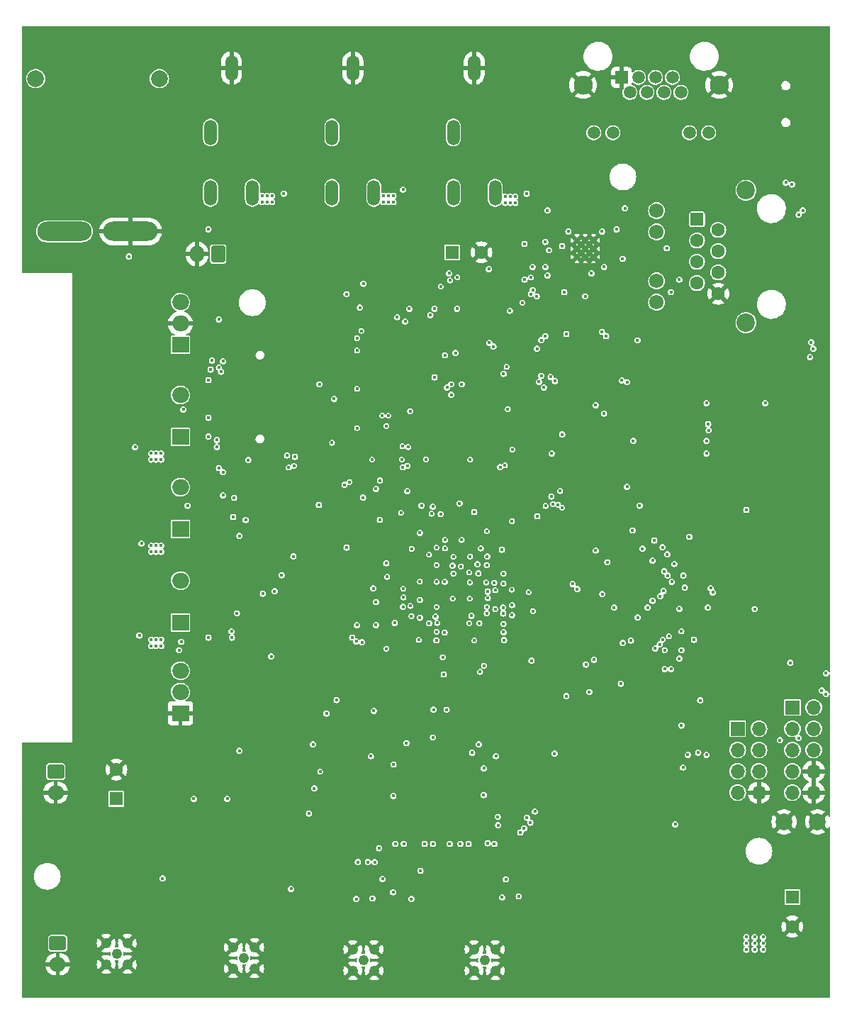
<source format=gbr>
%TF.GenerationSoftware,KiCad,Pcbnew,7.0.2*%
%TF.CreationDate,2024-03-22T17:28:18-04:00*%
%TF.ProjectId,MR-Core,4d522d43-6f72-4652-9e6b-696361645f70,rev?*%
%TF.SameCoordinates,Original*%
%TF.FileFunction,Copper,L2,Inr*%
%TF.FilePolarity,Positive*%
%FSLAX46Y46*%
G04 Gerber Fmt 4.6, Leading zero omitted, Abs format (unit mm)*
G04 Created by KiCad (PCBNEW 7.0.2) date 2024-03-22 17:28:18*
%MOMM*%
%LPD*%
G01*
G04 APERTURE LIST*
G04 Aperture macros list*
%AMRoundRect*
0 Rectangle with rounded corners*
0 $1 Rounding radius*
0 $2 $3 $4 $5 $6 $7 $8 $9 X,Y pos of 4 corners*
0 Add a 4 corners polygon primitive as box body*
4,1,4,$2,$3,$4,$5,$6,$7,$8,$9,$2,$3,0*
0 Add four circle primitives for the rounded corners*
1,1,$1+$1,$2,$3*
1,1,$1+$1,$4,$5*
1,1,$1+$1,$6,$7*
1,1,$1+$1,$8,$9*
0 Add four rect primitives between the rounded corners*
20,1,$1+$1,$2,$3,$4,$5,0*
20,1,$1+$1,$4,$5,$6,$7,0*
20,1,$1+$1,$6,$7,$8,$9,0*
20,1,$1+$1,$8,$9,$2,$3,0*%
G04 Aperture macros list end*
%TA.AperFunction,ComponentPad*%
%ADD10R,2.000000X1.905000*%
%TD*%
%TA.AperFunction,ComponentPad*%
%ADD11O,2.000000X1.905000*%
%TD*%
%TA.AperFunction,ComponentPad*%
%ADD12C,1.240000*%
%TD*%
%TA.AperFunction,ComponentPad*%
%ADD13RoundRect,0.250000X-0.750000X0.600000X-0.750000X-0.600000X0.750000X-0.600000X0.750000X0.600000X0*%
%TD*%
%TA.AperFunction,ComponentPad*%
%ADD14O,2.000000X1.700000*%
%TD*%
%TA.AperFunction,ComponentPad*%
%ADD15O,1.508000X3.016000*%
%TD*%
%TA.AperFunction,ComponentPad*%
%ADD16C,2.000000*%
%TD*%
%TA.AperFunction,ComponentPad*%
%ADD17O,6.500000X2.300000*%
%TD*%
%TA.AperFunction,ComponentPad*%
%ADD18R,1.600000X1.600000*%
%TD*%
%TA.AperFunction,ComponentPad*%
%ADD19C,1.600000*%
%TD*%
%TA.AperFunction,ComponentPad*%
%ADD20RoundRect,0.250000X0.600000X0.750000X-0.600000X0.750000X-0.600000X-0.750000X0.600000X-0.750000X0*%
%TD*%
%TA.AperFunction,ComponentPad*%
%ADD21O,1.700000X2.000000*%
%TD*%
%TA.AperFunction,ComponentPad*%
%ADD22C,0.500000*%
%TD*%
%TA.AperFunction,ComponentPad*%
%ADD23R,1.500000X1.500000*%
%TD*%
%TA.AperFunction,ComponentPad*%
%ADD24C,1.500000*%
%TD*%
%TA.AperFunction,ComponentPad*%
%ADD25C,2.300000*%
%TD*%
%TA.AperFunction,ComponentPad*%
%ADD26RoundRect,0.248000X0.552000X-0.552000X0.552000X0.552000X-0.552000X0.552000X-0.552000X-0.552000X0*%
%TD*%
%TA.AperFunction,ComponentPad*%
%ADD27C,1.720000*%
%TD*%
%TA.AperFunction,ComponentPad*%
%ADD28C,2.200000*%
%TD*%
%TA.AperFunction,ComponentPad*%
%ADD29R,1.700000X1.700000*%
%TD*%
%TA.AperFunction,ComponentPad*%
%ADD30O,1.700000X1.700000*%
%TD*%
%TA.AperFunction,ViaPad*%
%ADD31C,0.450000*%
%TD*%
%TA.AperFunction,ViaPad*%
%ADD32C,0.400000*%
%TD*%
G04 APERTURE END LIST*
D10*
%TO.N,Net-(U23-OUT1)*%
%TO.C,R25*%
X107400000Y-77040000D03*
D11*
%TO.N,Net-(J7-Pad2)*%
X107400000Y-72040000D03*
%TD*%
D12*
%TO.N,/DAC/DAC_OUTA*%
%TO.C,J1*%
X143730000Y-139500000D03*
%TO.N,GND*%
X142460000Y-138230000D03*
X142460000Y-140770000D03*
X145000000Y-138230000D03*
X145000000Y-140770000D03*
%TD*%
%TO.N,/DAC/DAC_OUTB*%
%TO.C,J2*%
X129250000Y-139500000D03*
%TO.N,GND*%
X127980000Y-138230000D03*
X127980000Y-140770000D03*
X130520000Y-138230000D03*
X130520000Y-140770000D03*
%TD*%
D10*
%TO.N,Net-(U22-OUT1)*%
%TO.C,R26*%
X107400000Y-99200000D03*
D11*
%TO.N,Net-(J5-Pad2)*%
X107400000Y-94200000D03*
%TD*%
D13*
%TO.N,+12V*%
%TO.C,J20*%
X92750000Y-137500000D03*
D14*
%TO.N,GND*%
X92750000Y-140000000D03*
%TD*%
D12*
%TO.N,/ADC/ADC_AINA*%
%TO.C,J3*%
X99797500Y-138750000D03*
%TO.N,GND*%
X101067500Y-140020000D03*
X101067500Y-137480000D03*
X98527500Y-140020000D03*
X98527500Y-137480000D03*
%TD*%
D15*
%TO.N,GND*%
%TO.C,J22*%
X128000000Y-33000000D03*
%TO.N,Net-(J22-Pad2)*%
X125500000Y-47900000D03*
%TO.N,Net-(U28-OUT1)*%
X130500000Y-47900000D03*
%TO.N,unconnected-(J22-Pad4)*%
X125500000Y-40700000D03*
%TD*%
D16*
%TO.N,*%
%TO.C,J12*%
X90110000Y-34260000D03*
X104890000Y-34260000D03*
D17*
%TO.N,+13V8*%
X93550000Y-52500000D03*
%TO.N,GND*%
X101450000Y-52500000D03*
%TD*%
D18*
%TO.N,+5V*%
%TO.C,C139*%
X180500000Y-132000000D03*
D19*
%TO.N,GND*%
X180500000Y-135500000D03*
%TD*%
D20*
%TO.N,+13V8*%
%TO.C,J19*%
X111900000Y-55200000D03*
D21*
%TO.N,GND*%
X109400000Y-55200000D03*
%TD*%
D16*
%TO.N,GND*%
%TO.C,TP8*%
X183500000Y-123000000D03*
%TD*%
D22*
%TO.N,GND*%
%TO.C,U1*%
X136820000Y-121520429D03*
X137945000Y-121520429D03*
X139070000Y-121520429D03*
X140195000Y-121520429D03*
X141320000Y-121520429D03*
X136820000Y-120395429D03*
X137945000Y-120395429D03*
X139070000Y-120395429D03*
X140195000Y-120395429D03*
X141320000Y-120395429D03*
X136820000Y-119270429D03*
X137945000Y-119270429D03*
X139070000Y-119270429D03*
X140195000Y-119270429D03*
X141320000Y-119270429D03*
X136820000Y-118145429D03*
X137945000Y-118145429D03*
X139070000Y-118145429D03*
X140195000Y-118145429D03*
X141320000Y-118145429D03*
X136820000Y-117020429D03*
X137945000Y-117020429D03*
X139070000Y-117020429D03*
X140195000Y-117020429D03*
X141320000Y-117020429D03*
%TD*%
D23*
%TO.N,GND*%
%TO.C,J9*%
X160080000Y-34125000D03*
D24*
%TO.N,/Artix-7/SW2*%
X161096000Y-35905000D03*
%TO.N,/Artix-7/SW1*%
X162112000Y-34125000D03*
%TO.N,/Controller/MAG_IO1*%
X163128000Y-35905000D03*
%TO.N,/Controller/MAG_IO0*%
X164144000Y-34125000D03*
%TO.N,/Controller/TEMP_SDA*%
X165160000Y-35905000D03*
%TO.N,/Controller/TEMP_SCL*%
X166176000Y-34125000D03*
%TO.N,+3V3*%
X167192000Y-35905000D03*
%TO.N,Net-(J9-Pad9)*%
X156780000Y-40725000D03*
%TO.N,/Controller/MC_LED1*%
X159070000Y-40725000D03*
%TO.N,Net-(J9-Pad11)*%
X168210000Y-40725000D03*
%TO.N,/Controller/MC_LED2*%
X170500000Y-40725000D03*
D25*
%TO.N,GND*%
X155510000Y-35015000D03*
X171770000Y-35015000D03*
%TD*%
D16*
%TO.N,GND*%
%TO.C,TP7*%
X179500000Y-123000000D03*
%TD*%
D26*
%TO.N,/Controller/ETH_TX+*%
%TO.C,J15*%
X169110000Y-51055000D03*
D19*
%TO.N,Net-(J15-RCT)*%
X171650000Y-52325000D03*
%TO.N,/Controller/ETH_TX-*%
X169110000Y-53595000D03*
%TO.N,/Controller/ETH_RX+*%
X171650000Y-54865000D03*
%TO.N,Net-(J15-RCT)*%
X169110000Y-56135000D03*
%TO.N,/Controller/ETH_RX-*%
X171650000Y-57405000D03*
%TO.N,unconnected-(J15-NC-Pad7)*%
X169110000Y-58675000D03*
%TO.N,GND*%
X171650000Y-59945000D03*
D27*
%TO.N,Net-(J15-Pad9)*%
X164280000Y-50035000D03*
%TO.N,/Controller/LED_0*%
X164280000Y-52575000D03*
%TO.N,Net-(J15-Pad11)*%
X164280000Y-58425000D03*
%TO.N,/Controller/LED_1*%
X164280000Y-60965000D03*
D28*
%TO.N,Net-(FB11-Pad1)*%
X174950000Y-47600000D03*
X174950000Y-63400000D03*
%TD*%
D18*
%TO.N,+12V*%
%TO.C,C198*%
X99750000Y-120250000D03*
D19*
%TO.N,GND*%
X99750000Y-116750000D03*
%TD*%
D29*
%TO.N,+3V3*%
%TO.C,J6*%
X180500000Y-109340000D03*
D30*
%TO.N,/Artix-7/IO4*%
X183040000Y-109340000D03*
%TO.N,/Artix-7/IO0*%
X180500000Y-111880000D03*
%TO.N,/Artix-7/IO5*%
X183040000Y-111880000D03*
%TO.N,/Artix-7/IO1*%
X180500000Y-114420000D03*
%TO.N,/Artix-7/IO6*%
X183040000Y-114420000D03*
%TO.N,/Artix-7/IO2*%
X180500000Y-116960000D03*
%TO.N,GND*%
X183040000Y-116960000D03*
%TO.N,/Artix-7/IO3*%
X180500000Y-119500000D03*
%TO.N,GND*%
X183040000Y-119500000D03*
%TD*%
D10*
%TO.N,+13V8*%
%TO.C,U14*%
X107400000Y-66040000D03*
D11*
%TO.N,GND*%
X107400000Y-63500000D03*
%TO.N,+5V*%
X107400000Y-60960000D03*
%TD*%
D15*
%TO.N,GND*%
%TO.C,J7*%
X113500000Y-33000000D03*
%TO.N,Net-(J7-Pad2)*%
X111000000Y-47900000D03*
%TO.N,Net-(U24-OUT1)*%
X116000000Y-47900000D03*
%TO.N,unconnected-(J7-Pad4)*%
X111000000Y-40700000D03*
%TD*%
D22*
%TO.N,GND*%
%TO.C,U13*%
X156750000Y-53562500D03*
X155750000Y-53562500D03*
X154750000Y-53562500D03*
X156750000Y-54562500D03*
X155750000Y-54562500D03*
X154750000Y-54562500D03*
X156750000Y-55562500D03*
X155750000Y-55562500D03*
X154750000Y-55562500D03*
%TD*%
D12*
%TO.N,/ADC/ADC_AINB*%
%TO.C,J4*%
X115000000Y-139250000D03*
%TO.N,GND*%
X113730000Y-140520000D03*
X116270000Y-140520000D03*
X113730000Y-137980000D03*
X116270000Y-137980000D03*
%TD*%
D10*
%TO.N,Net-(U27-OUT1)*%
%TO.C,R30*%
X107400000Y-88040000D03*
D11*
%TO.N,Net-(J22-Pad2)*%
X107400000Y-83040000D03*
%TD*%
D15*
%TO.N,GND*%
%TO.C,J5*%
X142500000Y-33000000D03*
%TO.N,Net-(J5-Pad2)*%
X140000000Y-47900000D03*
%TO.N,Net-(U10-OUT1)*%
X145000000Y-47900000D03*
%TO.N,unconnected-(J5-Pad4)*%
X140000000Y-40700000D03*
%TD*%
D10*
%TO.N,GND*%
%TO.C,U18*%
X107400000Y-110040000D03*
D11*
%TO.N,+12V*%
X107400000Y-107500000D03*
%TO.N,+13V8*%
X107400000Y-104960000D03*
%TD*%
D29*
%TO.N,+3V3*%
%TO.C,J10*%
X173960000Y-111880000D03*
D30*
%TO.N,/Controller/uC_IO3*%
X176500000Y-111880000D03*
%TO.N,/Controller/uC_IO0*%
X173960000Y-114420000D03*
%TO.N,/Controller/uC_IO4*%
X176500000Y-114420000D03*
%TO.N,/Controller/uC_IO1*%
X173960000Y-116960000D03*
%TO.N,/Controller/uC_IO5*%
X176500000Y-116960000D03*
%TO.N,/Controller/uC_IO2*%
X173960000Y-119500000D03*
%TO.N,GND*%
X176500000Y-119500000D03*
%TD*%
D13*
%TO.N,+5V*%
%TO.C,J21*%
X92500000Y-117000000D03*
D14*
%TO.N,GND*%
X92500000Y-119500000D03*
%TD*%
D18*
%TO.N,+13V8*%
%TO.C,C200*%
X139847349Y-55000000D03*
D19*
%TO.N,GND*%
X143347349Y-55000000D03*
%TD*%
D31*
%TO.N,GND*%
X160750000Y-52250000D03*
X160750000Y-51000000D03*
X157250000Y-50250000D03*
X162500000Y-130000000D03*
X122500000Y-132500000D03*
X160000000Y-132500000D03*
X112500000Y-30000000D03*
X155000000Y-125000000D03*
D32*
X138000000Y-95345429D03*
D31*
X152500000Y-135000000D03*
X129480337Y-106812807D03*
X107500000Y-125000000D03*
X105000000Y-135000000D03*
X152750000Y-77750000D03*
X90000000Y-115000000D03*
X165000000Y-139750000D03*
X105000000Y-117701801D03*
X99775000Y-132250000D03*
D32*
X146500000Y-75275000D03*
D31*
X120000000Y-127500000D03*
X107762500Y-113600000D03*
X127500000Y-114750000D03*
X182500000Y-135000000D03*
X97500000Y-112500000D03*
X172000000Y-88000000D03*
X115000000Y-30000000D03*
X102275000Y-134750000D03*
X142363199Y-67463199D03*
D32*
X144100000Y-90400000D03*
D31*
X107500000Y-127500000D03*
X141000000Y-128200000D03*
X90000000Y-125000000D03*
X165000000Y-48250000D03*
X182000000Y-87500000D03*
X180000000Y-142500000D03*
X162500000Y-112500000D03*
X92500000Y-122500000D03*
X148489771Y-99846651D03*
X97500000Y-120000000D03*
X120000000Y-30000000D03*
X155000000Y-120000000D03*
X90000000Y-117500000D03*
X125000000Y-140000000D03*
X122500000Y-127500000D03*
X160000000Y-115000000D03*
X137500000Y-140000000D03*
X140000000Y-140000000D03*
X100000000Y-42500000D03*
X120000000Y-142500000D03*
X169600000Y-80850000D03*
X174000000Y-93000000D03*
X90000000Y-120000000D03*
X158200000Y-94400000D03*
D32*
X139916600Y-95345429D03*
D31*
X179500000Y-89500000D03*
D32*
X146000000Y-95345429D03*
D31*
X110000000Y-130000000D03*
X157500000Y-79750000D03*
X155325000Y-103500000D03*
X157500000Y-135000000D03*
X172000000Y-92500000D03*
X118925000Y-125000000D03*
X175000000Y-90500000D03*
D32*
X136015386Y-99360815D03*
D31*
X181050000Y-71600000D03*
X179000000Y-75000000D03*
X152500000Y-125000000D03*
X182500000Y-132500000D03*
X130000000Y-30000000D03*
X115952215Y-103848285D03*
X92500000Y-125000000D03*
X134131130Y-92506860D03*
X124250000Y-111500000D03*
X174250000Y-49250000D03*
X150000000Y-125000000D03*
X157500000Y-120000000D03*
X92500000Y-115000000D03*
X115000000Y-130000000D03*
X141963717Y-61803501D03*
X152400000Y-107350000D03*
X157500000Y-142500000D03*
X99775000Y-129750000D03*
X107500000Y-135000000D03*
X125000000Y-125000000D03*
X128100000Y-121700000D03*
X111550000Y-114000000D03*
X135000000Y-30000000D03*
X160000000Y-112500000D03*
D32*
X141937900Y-95345429D03*
D31*
X107500000Y-142500000D03*
X110000000Y-125000000D03*
X139432961Y-137999071D03*
X140000000Y-132500000D03*
X137500000Y-132500000D03*
D32*
X132811964Y-96533464D03*
D31*
X150600000Y-109500000D03*
X160000000Y-140000000D03*
X122503428Y-57503428D03*
X157500000Y-140000000D03*
X142000000Y-128200000D03*
X117500000Y-142500000D03*
X107500000Y-130000000D03*
D32*
X146500000Y-70275000D03*
D31*
X137650000Y-113895429D03*
X152500000Y-127500000D03*
X166200161Y-133450161D03*
X165000000Y-134750000D03*
X115000000Y-142500000D03*
X172800000Y-71300000D03*
X125000000Y-54000000D03*
X95000000Y-125000000D03*
D32*
X129300000Y-80500000D03*
D31*
X110500000Y-73500000D03*
X171000000Y-91500000D03*
X165000000Y-129750000D03*
X122500000Y-135000000D03*
X121000000Y-72500000D03*
X145800000Y-63550000D03*
X160400000Y-97200000D03*
X105000000Y-114836600D03*
X137500000Y-30000000D03*
X102500000Y-142500000D03*
X102186600Y-115000000D03*
X147500000Y-137500000D03*
X143258400Y-75768284D03*
X129250000Y-57750000D03*
X137958154Y-135436600D03*
X137500000Y-42500000D03*
D32*
X140510750Y-79785750D03*
D31*
X142650000Y-124645429D03*
X120125161Y-42374839D03*
X95000000Y-42500000D03*
X120250000Y-76250000D03*
X155000000Y-112500000D03*
X117500000Y-140000000D03*
X105512100Y-69500000D03*
D32*
X148250000Y-91845429D03*
D31*
X120003428Y-60003428D03*
D32*
X133000000Y-100350000D03*
D31*
X121000000Y-111000000D03*
X90000000Y-122500000D03*
X90000000Y-127500000D03*
X179500000Y-80500000D03*
X105000000Y-137500000D03*
D32*
X141003449Y-91337886D03*
D31*
X110000000Y-135000000D03*
X132500000Y-137500000D03*
D32*
X137000000Y-88300000D03*
X139832700Y-97397867D03*
D31*
X92500000Y-127500000D03*
X122500000Y-125000000D03*
X147500000Y-42500000D03*
X162500000Y-139750000D03*
X132577382Y-58334237D03*
X124050000Y-74100000D03*
X95000000Y-30000000D03*
X92500000Y-132500000D03*
X180000000Y-85500000D03*
X152500000Y-120000000D03*
X120500000Y-75000000D03*
X122500000Y-117500000D03*
X177500000Y-87500000D03*
X162500000Y-110000000D03*
X119300277Y-109007132D03*
X90000000Y-140000000D03*
X150500000Y-56000000D03*
X125000000Y-135000000D03*
X174500000Y-89000000D03*
X142262890Y-28267079D03*
X97500000Y-117500000D03*
X128500000Y-77525000D03*
X105000000Y-112500000D03*
X155000000Y-117500000D03*
X90000000Y-132500000D03*
X110000000Y-137500000D03*
X169550000Y-71250000D03*
X136070000Y-110682988D03*
X152500000Y-130000000D03*
X152500000Y-122500000D03*
X157500000Y-112500000D03*
X146200000Y-127200000D03*
X155000000Y-122500000D03*
X139000000Y-93200000D03*
X122500000Y-115000000D03*
X166200000Y-89000000D03*
X122500000Y-137500000D03*
X117500000Y-137500000D03*
X121250000Y-67750000D03*
X97500000Y-142500000D03*
X161600000Y-86000000D03*
X125000000Y-137500000D03*
X118000000Y-77500000D03*
X97500000Y-122500000D03*
D32*
X139000000Y-95345429D03*
D31*
X108178428Y-92328428D03*
X90000000Y-137500000D03*
X157500000Y-132500000D03*
X150750000Y-67250000D03*
X163200000Y-86200000D03*
X152500000Y-137500000D03*
X176250000Y-55000000D03*
X97500000Y-115000000D03*
X94750000Y-140000000D03*
X133350000Y-121800000D03*
X100000000Y-115000000D03*
X110000000Y-142500000D03*
X110000000Y-140000000D03*
D32*
X134190202Y-90465000D03*
D31*
X90000000Y-142500000D03*
X132500000Y-140000000D03*
X100000000Y-112500000D03*
X141474999Y-113750002D03*
X119378752Y-119378752D03*
X95000000Y-117500000D03*
X105512100Y-72250000D03*
X140548973Y-135436600D03*
X122086600Y-120000000D03*
D32*
X140368288Y-101345745D03*
D31*
X133150000Y-112895429D03*
X151500000Y-62250000D03*
X157500000Y-122500000D03*
X129400000Y-124800000D03*
X173400000Y-137750000D03*
X151500000Y-61500000D03*
X166750000Y-119250000D03*
X105000000Y-127500000D03*
X157500000Y-115000000D03*
X158600000Y-86000000D03*
X95000000Y-115000000D03*
X162500000Y-117500000D03*
X117550000Y-80450000D03*
X119699100Y-115219560D03*
X145000000Y-45000000D03*
X105000000Y-120990202D03*
X163700161Y-135950161D03*
X160000000Y-110000000D03*
X135506795Y-106665202D03*
D32*
X139123784Y-87417647D03*
D31*
X156000000Y-64500000D03*
X160000000Y-130000000D03*
X100000000Y-142500000D03*
X173500000Y-104500000D03*
D32*
X137500000Y-102500000D03*
D31*
X164800000Y-92600000D03*
X112500000Y-137500000D03*
X110000000Y-117990202D03*
D32*
X138000000Y-93345429D03*
D31*
X160400000Y-95400000D03*
X120000000Y-125000000D03*
X95000000Y-142500000D03*
X162500000Y-127500000D03*
X160600000Y-98400000D03*
X160000000Y-117500000D03*
X132500000Y-30000000D03*
X133150000Y-114145429D03*
X135000000Y-137500000D03*
X107500000Y-132500000D03*
X95000000Y-122500000D03*
X100000000Y-30000000D03*
X162500000Y-115000000D03*
X161725000Y-93595429D03*
X100000000Y-127500000D03*
X131900000Y-104701801D03*
X110000000Y-132500000D03*
X143949998Y-100399996D03*
X159400000Y-94200000D03*
X155000000Y-135000000D03*
X150000000Y-137500000D03*
X147500000Y-140000000D03*
X175250000Y-53000000D03*
X94750000Y-137500000D03*
X102275000Y-139750000D03*
X135250000Y-79750000D03*
D32*
X146700000Y-88400000D03*
D31*
X159400000Y-95400000D03*
X117500000Y-30000000D03*
X162500000Y-142500000D03*
X104775000Y-139750000D03*
D32*
X142000000Y-92345429D03*
D31*
X166750000Y-54250000D03*
X112500000Y-142500000D03*
X155000000Y-110000000D03*
X107500000Y-140000000D03*
X122500000Y-142500000D03*
X157500000Y-110000000D03*
X112500000Y-125000000D03*
X112500000Y-127500000D03*
D32*
X142000000Y-97345429D03*
D31*
X90000000Y-135000000D03*
X92500000Y-30000000D03*
X119996432Y-140003568D03*
X160500000Y-54112500D03*
X182500000Y-142500000D03*
X107500000Y-137500000D03*
X95000000Y-120000000D03*
X144800000Y-119800000D03*
D32*
X142250000Y-87350000D03*
D31*
X129800000Y-124000000D03*
D32*
X128500000Y-69750000D03*
D31*
X162500000Y-120000000D03*
X162500000Y-132250000D03*
X121550000Y-114850000D03*
X176000000Y-91500000D03*
X125000000Y-132500000D03*
X160200000Y-86000000D03*
X160000000Y-142500000D03*
D32*
X145000000Y-93345429D03*
D31*
X102500000Y-112500000D03*
D32*
X138000000Y-91345429D03*
D31*
X159600000Y-93000000D03*
D32*
X135137374Y-95508482D03*
D31*
X114074839Y-42436600D03*
X128906481Y-96618425D03*
X125000000Y-127500000D03*
X102500000Y-30000000D03*
X169250000Y-74150000D03*
X182500000Y-140000000D03*
X102275000Y-137250000D03*
X132500000Y-42436600D03*
X162500000Y-137250000D03*
X166571674Y-90571674D03*
X92500000Y-142500000D03*
D32*
X132056130Y-84725405D03*
D31*
X105000000Y-75500000D03*
X136927494Y-138060163D03*
D32*
%TO.N,+1V8*%
X134028530Y-95166600D03*
D31*
X137550000Y-85350000D03*
D32*
X141894385Y-93227247D03*
D31*
X140750000Y-85000000D03*
X123400000Y-119000000D03*
X131992100Y-92121891D03*
D32*
X141952700Y-96345429D03*
X133750000Y-86095429D03*
D31*
X167250000Y-111500000D03*
X102500000Y-100750000D03*
X118250000Y-103250000D03*
X139900000Y-92400000D03*
X148750000Y-48000000D03*
X107250000Y-102500000D03*
X119750000Y-48000000D03*
D32*
X137389250Y-86206179D03*
D31*
X136200000Y-85250000D03*
D32*
X141981506Y-94415214D03*
D31*
X102750000Y-89750000D03*
X134000000Y-47500000D03*
D32*
X139000000Y-90345429D03*
D31*
X102000000Y-78250000D03*
D32*
X135024641Y-90370070D03*
D31*
X142500000Y-86000000D03*
%TO.N,Net-(U1-LPF)*%
X137625000Y-109600000D03*
%TO.N,+3V3*%
X165000000Y-90200000D03*
X180250000Y-104000000D03*
X153000000Y-54250000D03*
D32*
X129024676Y-64375746D03*
D31*
X107750000Y-73750000D03*
X151250000Y-50000000D03*
X177000000Y-138250000D03*
D32*
X141903127Y-99267472D03*
D31*
X146054840Y-101311523D03*
X176000000Y-137500000D03*
X130750000Y-96750000D03*
D32*
X142025000Y-79750000D03*
D31*
X138750000Y-103345429D03*
X157800000Y-95800000D03*
X156250000Y-107500000D03*
X177000000Y-137500000D03*
D32*
X145000000Y-97595429D03*
X149511691Y-97829768D03*
D31*
X166400000Y-92200000D03*
D32*
X143927512Y-94421856D03*
X146155575Y-80436266D03*
X144000000Y-88300000D03*
D31*
X151430180Y-54750000D03*
X105275000Y-129750000D03*
D32*
X128500000Y-75975000D03*
D31*
X113700000Y-86600000D03*
D32*
X132000000Y-102315428D03*
D31*
X167475000Y-93595429D03*
X130500000Y-109750000D03*
X127250000Y-60000000D03*
X130750000Y-99500000D03*
X160500000Y-49750000D03*
D32*
X146364965Y-68663536D03*
D31*
X163800000Y-91800000D03*
X110750000Y-74750000D03*
X148500000Y-54000000D03*
X101250000Y-55500000D03*
D32*
X135000000Y-98417100D03*
D31*
X149350000Y-103750000D03*
X120900000Y-91300000D03*
X130444342Y-95109235D03*
X175000000Y-137500000D03*
D32*
X147000000Y-87095429D03*
D31*
X151750000Y-79000000D03*
X170400000Y-97400000D03*
X134725000Y-61750000D03*
X176000000Y-136750000D03*
X112500000Y-84000000D03*
D32*
X138000000Y-97345429D03*
D31*
X115500000Y-79800000D03*
X157000000Y-73250000D03*
D32*
X141000000Y-89345429D03*
D31*
X125750000Y-72500000D03*
X148500000Y-58250000D03*
X120622700Y-131000000D03*
X128850000Y-61600000D03*
X176000000Y-138250000D03*
D32*
X146000000Y-93345429D03*
X136732700Y-79720091D03*
D31*
X162250000Y-85250000D03*
X145800000Y-90500000D03*
X162594267Y-90385731D03*
X110750000Y-101000000D03*
X175000000Y-136750000D03*
X153250000Y-59750000D03*
X153500000Y-64750000D03*
X113000000Y-120250000D03*
X153000000Y-76750000D03*
X146750000Y-61975000D03*
X124000000Y-70750000D03*
X108250000Y-85250000D03*
X154800000Y-95200000D03*
X158400000Y-92000000D03*
X115200000Y-86950000D03*
X163800000Y-96600000D03*
X177000000Y-136750000D03*
X167640940Y-95045881D03*
X160250000Y-101641600D03*
X170500000Y-76250000D03*
X107500000Y-101500000D03*
X110750000Y-52250000D03*
X140450000Y-61750000D03*
D32*
X130300354Y-79750354D03*
D31*
X114450000Y-88850000D03*
D32*
X142500000Y-101345429D03*
D31*
X159201545Y-97396174D03*
D32*
X128500000Y-71300000D03*
X138073432Y-99248068D03*
D31*
X152100000Y-114850000D03*
X175000000Y-138250000D03*
D32*
X146500000Y-73725000D03*
D31*
X163200000Y-97400000D03*
D32*
X135869386Y-101270196D03*
D31*
X167000000Y-97545429D03*
%TO.N,/ADC_CLK+*%
X126050000Y-108450000D03*
X117250000Y-95750000D03*
%TO.N,3.3VA*%
X135000000Y-132200000D03*
X144094327Y-125551925D03*
X141820000Y-125625429D03*
X146280000Y-129855429D03*
X128600000Y-127800000D03*
X139570000Y-125625429D03*
X140820000Y-125625429D03*
X136070000Y-128845429D03*
X128400000Y-132200000D03*
X134070000Y-125625429D03*
X131530000Y-129815429D03*
X137570000Y-125625429D03*
X136570000Y-125625429D03*
X144900000Y-125625429D03*
X133070000Y-125625429D03*
X129800000Y-127800000D03*
X142250000Y-114750000D03*
X130600000Y-127800000D03*
%TO.N,1.8VD*%
X131130000Y-126145429D03*
X143650000Y-116600000D03*
X132840000Y-119895429D03*
X145359999Y-123395428D03*
X134400000Y-113600000D03*
X132860000Y-116145429D03*
X145300000Y-122395429D03*
X143625000Y-119800000D03*
%TO.N,IOVDD*%
X145095000Y-115145429D03*
X130150000Y-115145429D03*
%TO.N,3.3VPLL*%
X137570000Y-112915429D03*
%TO.N,/ADC/+1.8VA*%
X123250000Y-113750000D03*
X114450000Y-114500000D03*
%TO.N,Net-(U1-IOUTB1)*%
X130330000Y-132145429D03*
%TO.N,Net-(U1-IOUTB2)*%
X132800000Y-131400000D03*
%TO.N,Net-(U1-IOUTA2)*%
X145825002Y-132000000D03*
%TO.N,Net-(U1-IOUTA1)*%
X147810000Y-131895429D03*
%TO.N,3.3VCLK*%
X139200000Y-109613829D03*
%TO.N,/DAC_CLK+*%
X138857423Y-105391600D03*
X118650000Y-95450000D03*
D32*
%TO.N,/Controller/RMII_REF_CLK*%
X132000000Y-75750000D03*
D31*
X149963199Y-60250000D03*
%TO.N,Net-(U20-INH)*%
X167430898Y-116500000D03*
D32*
%TO.N,Net-(U9-PC14)*%
X128500000Y-65250000D03*
%TO.N,Net-(U9-PC15)*%
X128500000Y-66725000D03*
D31*
%TO.N,/Controller/ETH_3V3*%
X158000000Y-56750000D03*
X157750000Y-52500000D03*
X160224997Y-55774999D03*
%TO.N,/Controller/LED_1*%
X167000000Y-58250000D03*
X165500000Y-54500000D03*
X166000000Y-59750000D03*
D32*
%TO.N,+1V0*%
X140000000Y-93345429D03*
D31*
X166500000Y-123300000D03*
D32*
X138000000Y-92345429D03*
X138000000Y-90250000D03*
X139916600Y-96345429D03*
X140900000Y-92500000D03*
X138000000Y-94345429D03*
X142000000Y-91324500D03*
D31*
%TO.N,Net-(U16-OUT)*%
X109000000Y-120250000D03*
D32*
%TO.N,/Controller/~{RST}*%
X134833400Y-73946071D03*
D31*
X155750000Y-60250000D03*
X157750000Y-64500000D03*
%TO.N,/ADC/ADC_OF2*%
X113550000Y-101000000D03*
X112000000Y-68750000D03*
%TO.N,/ADC/ADC_OF1*%
X112250000Y-69250000D03*
X113503428Y-100253428D03*
%TO.N,Net-(U13-VDDCR)*%
X153750000Y-52500000D03*
%TO.N,Net-(D7-A)*%
X112000000Y-63000000D03*
%TO.N,Net-(U20-ADJ)*%
X169500000Y-108500000D03*
%TO.N,/DAC_SLEEP*%
X111000000Y-69000000D03*
X122750000Y-122000000D03*
%TO.N,/DAC_~{RST}*%
X111166061Y-67921503D03*
D32*
X124100000Y-117000000D03*
D31*
%TO.N,Net-(#FLG06-pwr)*%
X143025000Y-113750000D03*
%TO.N,Net-(#FLG015-pwr)*%
X146000000Y-69500000D03*
%TO.N,/Artix-7/USB_GPIO_1*%
X166100000Y-94345429D03*
X143276030Y-90338899D03*
D32*
%TO.N,/Artix-7/USB_~{WR}*%
X167250000Y-100250000D03*
X145000000Y-95345429D03*
D31*
%TO.N,/Artix-7/USB_~{RXF}*%
X165250000Y-104750000D03*
X146000000Y-100345429D03*
D32*
%TO.N,/Artix-7/USB_~{TXE}*%
X165750000Y-100833400D03*
D31*
X144108400Y-95498504D03*
%TO.N,/Controller/DACSPI.SEN*%
X148000000Y-124270429D03*
X110750000Y-70250000D03*
%TO.N,/Controller/DACSPI.SCK*%
X148450000Y-123770429D03*
X110746572Y-76996572D03*
%TO.N,/Controller/DACSPI.SDI*%
X111754577Y-78245423D03*
X149200000Y-123100000D03*
%TO.N,/Controller/DACSPI.SDO*%
X111750000Y-77400000D03*
X148800000Y-122500000D03*
%TO.N,/Artix-7/DAC_PHSTR*%
X131216155Y-86938618D03*
X129100000Y-101550000D03*
D32*
X139000000Y-89345429D03*
D31*
X127250000Y-90250000D03*
%TO.N,/Artix-7/SW1*%
X134500000Y-83500000D03*
X136000000Y-88500000D03*
X137250000Y-62500000D03*
X139007359Y-67284798D03*
X130750000Y-83250000D03*
D32*
%TO.N,/Artix-7/IO2*%
X143201602Y-105087341D03*
D31*
X179000000Y-113250000D03*
%TO.N,/Artix-7/USB_GPIO_0*%
X165100000Y-95445429D03*
X144053381Y-91310771D03*
D32*
%TO.N,/Artix-7/FPGA Config/QSPI_SCK*%
X140000000Y-91345429D03*
X152750002Y-83500000D03*
D31*
%TO.N,/Artix-7/FPGA Config/FPGA_AGND*%
X138977285Y-94322715D03*
D32*
%TO.N,/Artix-7/IO1*%
X136000000Y-94300000D03*
D31*
%TO.N,/USB-FIFO/PLL_AVDD*%
X161212500Y-101345429D03*
%TO.N,/USB-FIFO/VD10*%
X161400000Y-88200000D03*
X157000000Y-90595429D03*
X164000000Y-89400000D03*
X162025000Y-98595429D03*
%TO.N,Net-(U6-XO)*%
X168176777Y-88966571D03*
%TO.N,/USB-FIFO/D+*%
X170750000Y-95095429D03*
X165600615Y-93595429D03*
%TO.N,/USB-FIFO/D-*%
X165187215Y-93095429D03*
X171000000Y-95595429D03*
%TO.N,Net-(U6-RREF)*%
X165542390Y-91052394D03*
%TO.N,/Artix-7/USB_~{WAKEUP}*%
X143000000Y-93345429D03*
X168750000Y-101250000D03*
D32*
%TO.N,/Artix-7/IO3*%
X134865745Y-97215745D03*
%TO.N,/Controller/VDDA*%
X125516600Y-77750000D03*
D31*
%TO.N,/Artix-7/USB_~{SIWU}*%
X166000000Y-104750000D03*
X137985773Y-101330201D03*
%TO.N,/Controller/SWO*%
X144250000Y-57000000D03*
X134250000Y-63250000D03*
%TO.N,/ADC/ADCSPI.SCK*%
X127000000Y-82750000D03*
X128400000Y-101450000D03*
D32*
%TO.N,/ADC/ADCSPI.SDI*%
X133300000Y-62750000D03*
D31*
X127921057Y-100985800D03*
%TO.N,/ADC/ADCSPI.SEN*%
X124841600Y-110062749D03*
D32*
X127599100Y-82416600D03*
D31*
X114141600Y-98100000D03*
X123950000Y-85150000D03*
%TO.N,/ADC/ADCSPI.SDO*%
X131232256Y-82260889D03*
X129210969Y-84279878D03*
%TO.N,/USB-FIFO/VBUS*%
X175000000Y-85750000D03*
X176005397Y-97590033D03*
%TO.N,/Artix-7/FPGA Config/DONE*%
X156800000Y-103641600D03*
X145950560Y-97407416D03*
%TO.N,/Artix-7/IO5*%
X134003447Y-97321043D03*
D32*
%TO.N,/Artix-7/QSPI_D0*%
X151900000Y-85050000D03*
X144893891Y-94435323D03*
%TO.N,/Artix-7/QSPI_D1*%
X145999986Y-94541461D03*
X151021570Y-85273668D03*
D31*
%TO.N,/Artix-7/FPGA Config/~{INIT}*%
X160750000Y-83000000D03*
X155829875Y-104216800D03*
X161500000Y-77500000D03*
X145956386Y-98124216D03*
D32*
%TO.N,/Artix-7/QSPI_D2*%
X152500000Y-85145429D03*
X146988852Y-95277987D03*
%TO.N,/Artix-7/QSPI_D3*%
X153000000Y-85500000D03*
X149000000Y-95574596D03*
D31*
%TO.N,/Artix-7/FPGA Config/TCK*%
X137100000Y-99300000D03*
X121077574Y-79410974D03*
D32*
%TO.N,/Artix-7/FPGA Config/~{PROGRAM}*%
X143653739Y-104344181D03*
D31*
X160000000Y-106500000D03*
%TO.N,/Artix-7/QSPI_~{CS}*%
X151706204Y-84155132D03*
D32*
X144000000Y-97345429D03*
D31*
%TO.N,/Artix-7/FPGA Config/TMS*%
X120150000Y-79250000D03*
X137868505Y-98487958D03*
D32*
%TO.N,/Artix-7/FPGA Config/TDI*%
X138000000Y-100300000D03*
X120950000Y-80500000D03*
%TO.N,/Artix-7/FPGA Config/TDO*%
X120330187Y-80698314D03*
D31*
X138950000Y-100400000D03*
D32*
%TO.N,/Artix-7/IO4*%
X134050000Y-96200000D03*
D31*
%TO.N,/Artix-7/IO6*%
X181250000Y-113000000D03*
D32*
X137112461Y-91094497D03*
D31*
%TO.N,/Artix-7/USB_D_CLK*%
X154250000Y-94595429D03*
X142158351Y-98401495D03*
%TO.N,/Controller/uC_IO5*%
X139500000Y-57500000D03*
X184500000Y-105250000D03*
D32*
%TO.N,/Controller/uC_IO4*%
X139609322Y-58362178D03*
D31*
X184500000Y-107746571D03*
%TO.N,/Controller/uC_IO3*%
X184000000Y-107305633D03*
D32*
X140485397Y-57985397D03*
D31*
%TO.N,/Controller/uC_IO2*%
X182750000Y-65750000D03*
%TO.N,/Controller/uC_IO1*%
X182996572Y-66503428D03*
%TO.N,/Controller/uC_IO0*%
X182608400Y-67500000D03*
D32*
%TO.N,Net-(U9-VCAP_2)*%
X148250000Y-61000000D03*
D31*
%TO.N,Net-(U9-VCAP_1)*%
X145600000Y-80650000D03*
%TO.N,/Controller/MC_LED1*%
X160750000Y-70500000D03*
X179721572Y-46678428D03*
%TO.N,/Artix-7/SW2*%
X140250000Y-67000000D03*
D32*
X132098775Y-93750714D03*
D31*
X137750000Y-61750000D03*
%TO.N,/Artix-7/USB_~{RESET}*%
X164700000Y-96045429D03*
X150018823Y-86513199D03*
%TO.N,/Artix-7/USB_~{RD}*%
X167250000Y-102500000D03*
X144000000Y-92345429D03*
%TO.N,/Artix-7/USB_~{OE}*%
X167000000Y-103500000D03*
X142890336Y-92233248D03*
D32*
%TO.N,/Controller/MDIO*%
X132250000Y-74500000D03*
D31*
X149500000Y-59500002D03*
%TO.N,Net-(U13-CRS_DV{slash}MODE2)*%
X151250000Y-57750000D03*
D32*
%TO.N,/Artix-7/USB_BE_2*%
X165018087Y-101250000D03*
X144138200Y-96290630D03*
D31*
%TO.N,/Artix-7/USB_BE_0*%
X144000000Y-98095429D03*
X164100000Y-102300000D03*
D32*
%TO.N,/Artix-7/USB_BE_3*%
X165250000Y-102500000D03*
D31*
X147007465Y-98310663D03*
%TO.N,/Artix-7/USB_BE_1*%
X164662168Y-101800000D03*
X143100000Y-99284798D03*
%TO.N,Net-(D8-A)*%
X153500000Y-108000000D03*
%TO.N,Net-(U2A-IO_L3P_T0_DQS_PUDC_B_14)*%
X147000000Y-97114071D03*
%TO.N,Net-(JP9-A)*%
X158000000Y-74250000D03*
%TO.N,/Controller/MC_LED2*%
X180450000Y-46900000D03*
X160129576Y-70286801D03*
D32*
%TO.N,/FPGA_CLK+*%
X146000000Y-99345429D03*
D31*
X119500000Y-93550000D03*
%TO.N,/Artix-7/IO0*%
X138500000Y-86250000D03*
%TO.N,/DAC_TXEN*%
X112500000Y-68000000D03*
X149750000Y-121750000D03*
D32*
%TO.N,/Controller/RMII_CRS_DV*%
X149250000Y-58000000D03*
X133916600Y-78155431D03*
%TO.N,/Controller/RMII_RX_D1*%
X133850000Y-79750000D03*
D31*
X149461600Y-56750000D03*
%TO.N,/Controller/RMII_RX_D0*%
X151000000Y-56750002D03*
D32*
X134583400Y-78250000D03*
D31*
%TO.N,Net-(U13-RXD0{slash}MODE0)*%
X151000000Y-53750000D03*
%TO.N,Net-(U13-RBIAS)*%
X159500000Y-52250000D03*
%TO.N,/Artix-7/GRINY_2*%
X112500000Y-81250000D03*
%TO.N,/Artix-7/GRINZ_2*%
X113808832Y-84308832D03*
%TO.N,/Artix-7/GRINX_2*%
X112000000Y-80750000D03*
D32*
%TO.N,/Controller/MDC*%
X149250000Y-60000000D03*
X131500000Y-74500000D03*
D31*
%TO.N,/Artix-7/FPGASPI.SEN*%
X133965202Y-80669987D03*
X136000000Y-96500000D03*
%TO.N,/Artix-7/FPGASPI.SDI*%
X134500000Y-80500000D03*
X136016037Y-98629765D03*
D32*
%TO.N,/Controller/RMII_TXD_1*%
X147050000Y-78550000D03*
D31*
X158250000Y-65000000D03*
%TO.N,/Controller/USB_VBUS*%
X162000000Y-65500000D03*
X150000000Y-66500000D03*
%TO.N,/Controller/USB_D-*%
X181747488Y-50002512D03*
X150502512Y-65497488D03*
%TO.N,/Controller/USB_D+*%
X181252512Y-50497488D03*
X150997488Y-65002512D03*
%TO.N,/Artix-7/FPGASPI.SCK*%
X133000000Y-99250000D03*
X144788403Y-66250000D03*
%TO.N,/Artix-7/FPGASPI.SDO*%
X128500000Y-99500000D03*
X144300000Y-65800000D03*
%TO.N,/Controller/RMII_TX_EN*%
X156500000Y-57500000D03*
D32*
X138509432Y-59083400D03*
D31*
%TO.N,Net-(JP4-C)*%
X129250000Y-58750000D03*
%TO.N,+5V*%
X168000000Y-115000000D03*
X169250000Y-114750000D03*
X170250000Y-115000000D03*
%TO.N,+13V8*%
X117750000Y-49000000D03*
X105100000Y-79000000D03*
X132250000Y-48250000D03*
X147400000Y-49100000D03*
X132850000Y-49000000D03*
X104500000Y-79750000D03*
X132250000Y-49000000D03*
X104500000Y-101250000D03*
X104500000Y-90000000D03*
X131650000Y-49000000D03*
X103900000Y-79000000D03*
X117150000Y-48250000D03*
X105100000Y-101250000D03*
X132850000Y-48250000D03*
X117150000Y-49000000D03*
X131650000Y-48250000D03*
X105100000Y-79750000D03*
X118350000Y-48250000D03*
X146800000Y-48350000D03*
X117750000Y-48250000D03*
X104500000Y-90750000D03*
X105100000Y-90000000D03*
X146200000Y-48350000D03*
X104500000Y-79000000D03*
X103900000Y-102000000D03*
X118350000Y-49000000D03*
X146800000Y-49100000D03*
X146200000Y-49100000D03*
X103900000Y-90750000D03*
X103900000Y-90003428D03*
X103900000Y-79750000D03*
X104500000Y-102000000D03*
X103900000Y-101250000D03*
X147400000Y-48350000D03*
X105100000Y-102000000D03*
X105100000Y-90750000D03*
%TO.N,/Controller/SD~{CS}*%
X170250000Y-79000000D03*
X139750000Y-70750000D03*
X150233181Y-70469431D03*
%TO.N,/Controller/SD_SDI*%
X170250000Y-77500000D03*
X139750000Y-72000000D03*
X150823295Y-71145345D03*
%TO.N,/Controller/SD_SCK*%
X137752024Y-69930250D03*
X170436600Y-75500000D03*
X152141600Y-70384745D03*
%TO.N,/Controller/SD_SDO*%
X151621573Y-69871573D03*
X170250000Y-73000000D03*
X139245153Y-71141600D03*
%TO.N,/Controller/SD_~{DET}*%
X141000002Y-70750001D03*
X177250000Y-73000000D03*
X150500000Y-69750000D03*
%TD*%
%TA.AperFunction,Conductor*%
%TO.N,GND*%
G36*
X183290000Y-119064498D02*
G01*
X183182315Y-119015320D01*
X183075763Y-119000000D01*
X183004237Y-119000000D01*
X182897685Y-119015320D01*
X182790000Y-119064498D01*
X182790000Y-117395501D01*
X182897685Y-117444680D01*
X183004237Y-117460000D01*
X183075763Y-117460000D01*
X183182315Y-117444680D01*
X183290000Y-117395501D01*
X183290000Y-119064498D01*
G37*
%TD.AperFunction*%
%TA.AperFunction,Conductor*%
G36*
X184973066Y-28017813D02*
G01*
X184998376Y-28061650D01*
X184999500Y-28074500D01*
X184999500Y-105094980D01*
X184982187Y-105142546D01*
X184938350Y-105167856D01*
X184888500Y-105159066D01*
X184859566Y-105128575D01*
X184807574Y-105026536D01*
X184723463Y-104942425D01*
X184617483Y-104888425D01*
X184514130Y-104872056D01*
X184500000Y-104869819D01*
X184499999Y-104869819D01*
X184382516Y-104888425D01*
X184276536Y-104942425D01*
X184192425Y-105026536D01*
X184138425Y-105132516D01*
X184119819Y-105249999D01*
X184138425Y-105367483D01*
X184192425Y-105473463D01*
X184276536Y-105557574D01*
X184382516Y-105611574D01*
X184414642Y-105616661D01*
X184500000Y-105630181D01*
X184603351Y-105613811D01*
X184617483Y-105611574D01*
X184723463Y-105557574D01*
X184723462Y-105557574D01*
X184723465Y-105557573D01*
X184807573Y-105473465D01*
X184859565Y-105371423D01*
X184896586Y-105336902D01*
X184947135Y-105334252D01*
X184987561Y-105364716D01*
X184999500Y-105405019D01*
X184999500Y-107591551D01*
X184982187Y-107639117D01*
X184938350Y-107664427D01*
X184888500Y-107655637D01*
X184859566Y-107625146D01*
X184807574Y-107523107D01*
X184723463Y-107438996D01*
X184617483Y-107384996D01*
X184514130Y-107368627D01*
X184500000Y-107366390D01*
X184499999Y-107366390D01*
X184465588Y-107371840D01*
X184415899Y-107362181D01*
X184384044Y-107322842D01*
X184380924Y-107310326D01*
X184375572Y-107276536D01*
X184369592Y-107238774D01*
X184361574Y-107188149D01*
X184307574Y-107082169D01*
X184223463Y-106998058D01*
X184117483Y-106944058D01*
X184000000Y-106925452D01*
X183882516Y-106944058D01*
X183776536Y-106998058D01*
X183692425Y-107082169D01*
X183638425Y-107188149D01*
X183619819Y-107305633D01*
X183638425Y-107423116D01*
X183692425Y-107529096D01*
X183776536Y-107613207D01*
X183882516Y-107667207D01*
X183919730Y-107673100D01*
X184000000Y-107685814D01*
X184034412Y-107680363D01*
X184084098Y-107690021D01*
X184115954Y-107729359D01*
X184119075Y-107741876D01*
X184138425Y-107864054D01*
X184192425Y-107970034D01*
X184276536Y-108054145D01*
X184382516Y-108108145D01*
X184410778Y-108112620D01*
X184500000Y-108126752D01*
X184601419Y-108110688D01*
X184617483Y-108108145D01*
X184723463Y-108054145D01*
X184723462Y-108054145D01*
X184723465Y-108054144D01*
X184807573Y-107970036D01*
X184859565Y-107867994D01*
X184896586Y-107833473D01*
X184947135Y-107830823D01*
X184987561Y-107861287D01*
X184999500Y-107901590D01*
X184999500Y-122331421D01*
X184982187Y-122378987D01*
X184938350Y-122404297D01*
X184888500Y-122395507D01*
X184857733Y-122361146D01*
X184823732Y-122283631D01*
X184723435Y-122130116D01*
X183983076Y-122870475D01*
X183959493Y-122790156D01*
X183881761Y-122669202D01*
X183773100Y-122575048D01*
X183642315Y-122515320D01*
X183632531Y-122513913D01*
X184370056Y-121776389D01*
X184323232Y-121739945D01*
X184104609Y-121621632D01*
X183869489Y-121540916D01*
X183624293Y-121500000D01*
X183375707Y-121500000D01*
X183130510Y-121540916D01*
X182895390Y-121621632D01*
X182676766Y-121739945D01*
X182629942Y-121776388D01*
X182629942Y-121776389D01*
X183367466Y-122513913D01*
X183357685Y-122515320D01*
X183226900Y-122575048D01*
X183118239Y-122669202D01*
X183040507Y-122790156D01*
X183016923Y-122870476D01*
X182276563Y-122130116D01*
X182176267Y-122283631D01*
X182076413Y-122511277D01*
X182015386Y-122752265D01*
X181994858Y-123000000D01*
X182015386Y-123247734D01*
X182076413Y-123488722D01*
X182176267Y-123716368D01*
X182276563Y-123869882D01*
X183016922Y-123129522D01*
X183040507Y-123209844D01*
X183118239Y-123330798D01*
X183226900Y-123424952D01*
X183357685Y-123484680D01*
X183367466Y-123486086D01*
X182629941Y-124223610D01*
X182676766Y-124260054D01*
X182895390Y-124378367D01*
X183130510Y-124459083D01*
X183375707Y-124500000D01*
X183624293Y-124500000D01*
X183869489Y-124459083D01*
X184104609Y-124378367D01*
X184323234Y-124260054D01*
X184370056Y-124223610D01*
X184370057Y-124223610D01*
X183632533Y-123486086D01*
X183642315Y-123484680D01*
X183773100Y-123424952D01*
X183881761Y-123330798D01*
X183959493Y-123209844D01*
X183983076Y-123129523D01*
X184723435Y-123869882D01*
X184823732Y-123716368D01*
X184857733Y-123638853D01*
X184892694Y-123602247D01*
X184943006Y-123596678D01*
X184985126Y-123624752D01*
X184999500Y-123668578D01*
X184999500Y-143925500D01*
X184982187Y-143973066D01*
X184938350Y-143998376D01*
X184925500Y-143999500D01*
X88574500Y-143999500D01*
X88526934Y-143982187D01*
X88501624Y-143938350D01*
X88500500Y-143925500D01*
X88500500Y-140250000D01*
X91269363Y-140250000D01*
X91326567Y-140463486D01*
X91426400Y-140677579D01*
X91561889Y-140871077D01*
X91728922Y-141038110D01*
X91922420Y-141173599D01*
X92136507Y-141273430D01*
X92364684Y-141334569D01*
X92499999Y-141346408D01*
X92500000Y-141346407D01*
X92500000Y-140435501D01*
X92607685Y-140484680D01*
X92714237Y-140500000D01*
X92785763Y-140500000D01*
X92892315Y-140484680D01*
X93000000Y-140435501D01*
X93000000Y-141346408D01*
X93135315Y-141334569D01*
X93363492Y-141273430D01*
X93577579Y-141173599D01*
X93771077Y-141038110D01*
X93938110Y-140871077D01*
X94073599Y-140677580D01*
X94173432Y-140463486D01*
X94230636Y-140250000D01*
X93183686Y-140250000D01*
X93209493Y-140209844D01*
X93250000Y-140071889D01*
X93250000Y-140020000D01*
X97402701Y-140020000D01*
X97421853Y-140226680D01*
X97478656Y-140426325D01*
X97571175Y-140612129D01*
X97575753Y-140618191D01*
X98112065Y-140081878D01*
X98123077Y-140151405D01*
X98183478Y-140269947D01*
X98277553Y-140364022D01*
X98396095Y-140424423D01*
X98465618Y-140435434D01*
X97932285Y-140968767D01*
X97932284Y-140968767D01*
X98026136Y-141026878D01*
X98219684Y-141101860D01*
X98423717Y-141140000D01*
X98631283Y-141140000D01*
X98835315Y-141101860D01*
X99028863Y-141026879D01*
X99122713Y-140968767D01*
X98589381Y-140435434D01*
X98658905Y-140424423D01*
X98777447Y-140364022D01*
X98871522Y-140269947D01*
X98931923Y-140151405D01*
X98942934Y-140081880D01*
X99479245Y-140618190D01*
X99483823Y-140612129D01*
X99576343Y-140426322D01*
X99633146Y-140226680D01*
X99652298Y-140019999D01*
X99633146Y-139813319D01*
X99574467Y-139607081D01*
X99576230Y-139606579D01*
X99571532Y-139565183D01*
X99599489Y-139522985D01*
X99648030Y-139508629D01*
X99651732Y-139508951D01*
X99797500Y-139525375D01*
X99943236Y-139508954D01*
X99992439Y-139520832D01*
X100022498Y-139561560D01*
X100019672Y-139606836D01*
X100020533Y-139607081D01*
X100019410Y-139611024D01*
X100019345Y-139612081D01*
X100018743Y-139613369D01*
X99961853Y-139813319D01*
X99942701Y-140019999D01*
X99961853Y-140226680D01*
X100018656Y-140426325D01*
X100111175Y-140612129D01*
X100115753Y-140618191D01*
X100652065Y-140081880D01*
X100663077Y-140151405D01*
X100723478Y-140269947D01*
X100817553Y-140364022D01*
X100936095Y-140424423D01*
X101005618Y-140435434D01*
X100472285Y-140968767D01*
X100472284Y-140968767D01*
X100566136Y-141026878D01*
X100759684Y-141101860D01*
X100963717Y-141140000D01*
X101171283Y-141140000D01*
X101375315Y-141101860D01*
X101568863Y-141026879D01*
X101662713Y-140968767D01*
X101129381Y-140435434D01*
X101198905Y-140424423D01*
X101317447Y-140364022D01*
X101411522Y-140269947D01*
X101471923Y-140151405D01*
X101482934Y-140081880D01*
X102019245Y-140618190D01*
X102023823Y-140612129D01*
X102069697Y-140520000D01*
X112605201Y-140520000D01*
X112624353Y-140726680D01*
X112681156Y-140926325D01*
X112773675Y-141112129D01*
X112778253Y-141118191D01*
X113314565Y-140581878D01*
X113325577Y-140651405D01*
X113385978Y-140769947D01*
X113480053Y-140864022D01*
X113598595Y-140924423D01*
X113668118Y-140935434D01*
X113134785Y-141468767D01*
X113134784Y-141468767D01*
X113228636Y-141526878D01*
X113422184Y-141601860D01*
X113626217Y-141640000D01*
X113833783Y-141640000D01*
X114037815Y-141601860D01*
X114231363Y-141526879D01*
X114325213Y-141468767D01*
X113791881Y-140935434D01*
X113861405Y-140924423D01*
X113979947Y-140864022D01*
X114074022Y-140769947D01*
X114134423Y-140651405D01*
X114145434Y-140581880D01*
X114681745Y-141118190D01*
X114686323Y-141112129D01*
X114778843Y-140926322D01*
X114835646Y-140726680D01*
X114854798Y-140520000D01*
X114835646Y-140313319D01*
X114776967Y-140107081D01*
X114778730Y-140106579D01*
X114774032Y-140065183D01*
X114801989Y-140022985D01*
X114850530Y-140008629D01*
X114854232Y-140008951D01*
X115000000Y-140025375D01*
X115145736Y-140008954D01*
X115194939Y-140020832D01*
X115224998Y-140061560D01*
X115222172Y-140106836D01*
X115223033Y-140107081D01*
X115221910Y-140111024D01*
X115221845Y-140112081D01*
X115221243Y-140113369D01*
X115164353Y-140313319D01*
X115145201Y-140520000D01*
X115164353Y-140726680D01*
X115221156Y-140926325D01*
X115313675Y-141112129D01*
X115318253Y-141118191D01*
X115854565Y-140581880D01*
X115865577Y-140651405D01*
X115925978Y-140769947D01*
X116020053Y-140864022D01*
X116138595Y-140924423D01*
X116208118Y-140935434D01*
X115674785Y-141468767D01*
X115674784Y-141468767D01*
X115768636Y-141526878D01*
X115962184Y-141601860D01*
X116166217Y-141640000D01*
X116373783Y-141640000D01*
X116577815Y-141601860D01*
X116771363Y-141526879D01*
X116865213Y-141468767D01*
X116331881Y-140935434D01*
X116401405Y-140924423D01*
X116519947Y-140864022D01*
X116614022Y-140769947D01*
X116674423Y-140651405D01*
X116685434Y-140581880D01*
X117221745Y-141118190D01*
X117226323Y-141112129D01*
X117318843Y-140926322D01*
X117363320Y-140770000D01*
X126855201Y-140770000D01*
X126874353Y-140976680D01*
X126931156Y-141176325D01*
X127023675Y-141362129D01*
X127028253Y-141368191D01*
X127564565Y-140831878D01*
X127575577Y-140901405D01*
X127635978Y-141019947D01*
X127730053Y-141114022D01*
X127848595Y-141174423D01*
X127918118Y-141185434D01*
X127384785Y-141718767D01*
X127384784Y-141718767D01*
X127478636Y-141776878D01*
X127672184Y-141851860D01*
X127876217Y-141890000D01*
X128083783Y-141890000D01*
X128287815Y-141851860D01*
X128481363Y-141776879D01*
X128575213Y-141718767D01*
X128041881Y-141185434D01*
X128111405Y-141174423D01*
X128229947Y-141114022D01*
X128324022Y-141019947D01*
X128384423Y-140901405D01*
X128395434Y-140831880D01*
X128931745Y-141368190D01*
X128936323Y-141362129D01*
X129028843Y-141176322D01*
X129085646Y-140976680D01*
X129104798Y-140770000D01*
X129085646Y-140563319D01*
X129026967Y-140357081D01*
X129028730Y-140356579D01*
X129024032Y-140315183D01*
X129051989Y-140272985D01*
X129100530Y-140258629D01*
X129104232Y-140258951D01*
X129250000Y-140275375D01*
X129395736Y-140258954D01*
X129444939Y-140270832D01*
X129474998Y-140311560D01*
X129472172Y-140356836D01*
X129473033Y-140357081D01*
X129471910Y-140361024D01*
X129471845Y-140362081D01*
X129471243Y-140363369D01*
X129414353Y-140563319D01*
X129395201Y-140770000D01*
X129414353Y-140976680D01*
X129471156Y-141176325D01*
X129563675Y-141362129D01*
X129568253Y-141368191D01*
X130104565Y-140831880D01*
X130115577Y-140901405D01*
X130175978Y-141019947D01*
X130270053Y-141114022D01*
X130388595Y-141174423D01*
X130458118Y-141185434D01*
X129924785Y-141718767D01*
X129924784Y-141718767D01*
X130018636Y-141776878D01*
X130212184Y-141851860D01*
X130416217Y-141890000D01*
X130623783Y-141890000D01*
X130827815Y-141851860D01*
X131021363Y-141776879D01*
X131115213Y-141718767D01*
X130581881Y-141185434D01*
X130651405Y-141174423D01*
X130769947Y-141114022D01*
X130864022Y-141019947D01*
X130924423Y-140901405D01*
X130935434Y-140831880D01*
X131471745Y-141368190D01*
X131476323Y-141362129D01*
X131568843Y-141176322D01*
X131625646Y-140976680D01*
X131644798Y-140770000D01*
X141335201Y-140770000D01*
X141354353Y-140976680D01*
X141411156Y-141176325D01*
X141503675Y-141362129D01*
X141508253Y-141368191D01*
X142044565Y-140831878D01*
X142055577Y-140901405D01*
X142115978Y-141019947D01*
X142210053Y-141114022D01*
X142328595Y-141174423D01*
X142398118Y-141185434D01*
X141864785Y-141718767D01*
X141864784Y-141718767D01*
X141958636Y-141776878D01*
X142152184Y-141851860D01*
X142356217Y-141890000D01*
X142563783Y-141890000D01*
X142767815Y-141851860D01*
X142961363Y-141776879D01*
X143055213Y-141718767D01*
X142521881Y-141185434D01*
X142591405Y-141174423D01*
X142709947Y-141114022D01*
X142804022Y-141019947D01*
X142864423Y-140901405D01*
X142875434Y-140831880D01*
X143411745Y-141368190D01*
X143416323Y-141362129D01*
X143508843Y-141176322D01*
X143565646Y-140976680D01*
X143584798Y-140770000D01*
X143565646Y-140563319D01*
X143506967Y-140357081D01*
X143508730Y-140356579D01*
X143504032Y-140315183D01*
X143531989Y-140272985D01*
X143580530Y-140258629D01*
X143584232Y-140258951D01*
X143730000Y-140275375D01*
X143875736Y-140258954D01*
X143924939Y-140270832D01*
X143954998Y-140311560D01*
X143952172Y-140356836D01*
X143953033Y-140357081D01*
X143951910Y-140361024D01*
X143951845Y-140362081D01*
X143951243Y-140363369D01*
X143894353Y-140563319D01*
X143875201Y-140770000D01*
X143894353Y-140976680D01*
X143951156Y-141176325D01*
X144043675Y-141362129D01*
X144048253Y-141368191D01*
X144584565Y-140831880D01*
X144595577Y-140901405D01*
X144655978Y-141019947D01*
X144750053Y-141114022D01*
X144868595Y-141174423D01*
X144938118Y-141185434D01*
X144404785Y-141718767D01*
X144404784Y-141718767D01*
X144498636Y-141776878D01*
X144692184Y-141851860D01*
X144896217Y-141890000D01*
X145103783Y-141890000D01*
X145307815Y-141851860D01*
X145501363Y-141776879D01*
X145595213Y-141718767D01*
X145061881Y-141185434D01*
X145131405Y-141174423D01*
X145249947Y-141114022D01*
X145344022Y-141019947D01*
X145404423Y-140901405D01*
X145415434Y-140831880D01*
X145951745Y-141368190D01*
X145956323Y-141362129D01*
X146048843Y-141176322D01*
X146105646Y-140976680D01*
X146124798Y-140770000D01*
X146105646Y-140563319D01*
X146048843Y-140363677D01*
X145956321Y-140177868D01*
X145951744Y-140171808D01*
X145415434Y-140708117D01*
X145404423Y-140638595D01*
X145344022Y-140520053D01*
X145249947Y-140425978D01*
X145131405Y-140365577D01*
X145061880Y-140354565D01*
X145595213Y-139821231D01*
X145501366Y-139763122D01*
X145307815Y-139688139D01*
X145103783Y-139650000D01*
X144896217Y-139650000D01*
X144692184Y-139688139D01*
X144588631Y-139728256D01*
X144538022Y-139729295D01*
X144498586Y-139697561D01*
X144488364Y-139650970D01*
X144505375Y-139500000D01*
X144488364Y-139349028D01*
X144500242Y-139299826D01*
X144540970Y-139269767D01*
X144588631Y-139271743D01*
X144692184Y-139311860D01*
X144896217Y-139350000D01*
X145103783Y-139350000D01*
X145307815Y-139311860D01*
X145501363Y-139236879D01*
X145595213Y-139178767D01*
X145061881Y-138645434D01*
X145131405Y-138634423D01*
X145249947Y-138574022D01*
X145344022Y-138479947D01*
X145404423Y-138361405D01*
X145415434Y-138291880D01*
X145951745Y-138828190D01*
X145956323Y-138822129D01*
X146048843Y-138636322D01*
X146105646Y-138436680D01*
X146122945Y-138249999D01*
X174619819Y-138249999D01*
X174638425Y-138367483D01*
X174692425Y-138473463D01*
X174776536Y-138557574D01*
X174882516Y-138611574D01*
X174910778Y-138616049D01*
X175000000Y-138630181D01*
X175101419Y-138614117D01*
X175117483Y-138611574D01*
X175223463Y-138557574D01*
X175223462Y-138557574D01*
X175223465Y-138557573D01*
X175307573Y-138473465D01*
X175330713Y-138428050D01*
X175361574Y-138367483D01*
X175366189Y-138338342D01*
X175380181Y-138250000D01*
X175619819Y-138250000D01*
X175638425Y-138367483D01*
X175692425Y-138473463D01*
X175776536Y-138557574D01*
X175882516Y-138611574D01*
X175910778Y-138616049D01*
X176000000Y-138630181D01*
X176101419Y-138614117D01*
X176117483Y-138611574D01*
X176223463Y-138557574D01*
X176223462Y-138557574D01*
X176223465Y-138557573D01*
X176307573Y-138473465D01*
X176330713Y-138428050D01*
X176361574Y-138367483D01*
X176366189Y-138338342D01*
X176380181Y-138250000D01*
X176380181Y-138249999D01*
X176619819Y-138249999D01*
X176638425Y-138367483D01*
X176692425Y-138473463D01*
X176776536Y-138557574D01*
X176882516Y-138611574D01*
X176914642Y-138616661D01*
X177000000Y-138630181D01*
X177103351Y-138613811D01*
X177117483Y-138611574D01*
X177223463Y-138557574D01*
X177223462Y-138557574D01*
X177223465Y-138557573D01*
X177307573Y-138473465D01*
X177330713Y-138428050D01*
X177361574Y-138367483D01*
X177366189Y-138338342D01*
X177380181Y-138250000D01*
X177361574Y-138132518D01*
X177361574Y-138132516D01*
X177307574Y-138026536D01*
X177223464Y-137942426D01*
X177220537Y-137940935D01*
X177186014Y-137903916D01*
X177183364Y-137853366D01*
X177213826Y-137812939D01*
X177220537Y-137809065D01*
X177221058Y-137808799D01*
X177223465Y-137807573D01*
X177307573Y-137723465D01*
X177326316Y-137686680D01*
X177361574Y-137617483D01*
X177370678Y-137560000D01*
X177380181Y-137500000D01*
X177362422Y-137387869D01*
X177361574Y-137382516D01*
X177307574Y-137276536D01*
X177223464Y-137192426D01*
X177220537Y-137190935D01*
X177186014Y-137153916D01*
X177183364Y-137103366D01*
X177213826Y-137062939D01*
X177220537Y-137059065D01*
X177221058Y-137058799D01*
X177223465Y-137057573D01*
X177307573Y-136973465D01*
X177309520Y-136969643D01*
X177361574Y-136867483D01*
X177374615Y-136785141D01*
X177380181Y-136750000D01*
X177361574Y-136632518D01*
X177361574Y-136632516D01*
X177307574Y-136526536D01*
X177223463Y-136442425D01*
X177117483Y-136388425D01*
X177000000Y-136369819D01*
X176882516Y-136388425D01*
X176776536Y-136442425D01*
X176692425Y-136526536D01*
X176638425Y-136632516D01*
X176619819Y-136749999D01*
X176638425Y-136867483D01*
X176692425Y-136973463D01*
X176776536Y-137057574D01*
X176779464Y-137059066D01*
X176813986Y-137096086D01*
X176816634Y-137146636D01*
X176786171Y-137187062D01*
X176779464Y-137190934D01*
X176776536Y-137192425D01*
X176692425Y-137276536D01*
X176638425Y-137382516D01*
X176619819Y-137499999D01*
X176638425Y-137617483D01*
X176692425Y-137723463D01*
X176776536Y-137807574D01*
X176779464Y-137809066D01*
X176813986Y-137846086D01*
X176816634Y-137896636D01*
X176786171Y-137937062D01*
X176779464Y-137940934D01*
X176776536Y-137942425D01*
X176692425Y-138026536D01*
X176638425Y-138132516D01*
X176619819Y-138249999D01*
X176380181Y-138249999D01*
X176361574Y-138132518D01*
X176361574Y-138132516D01*
X176307574Y-138026536D01*
X176223464Y-137942426D01*
X176220537Y-137940935D01*
X176186014Y-137903916D01*
X176183364Y-137853366D01*
X176213826Y-137812939D01*
X176220537Y-137809065D01*
X176221058Y-137808799D01*
X176223465Y-137807573D01*
X176307573Y-137723465D01*
X176326316Y-137686680D01*
X176361574Y-137617483D01*
X176370678Y-137560000D01*
X176380181Y-137500000D01*
X176362422Y-137387869D01*
X176361574Y-137382516D01*
X176307574Y-137276536D01*
X176223464Y-137192426D01*
X176220537Y-137190935D01*
X176186014Y-137153916D01*
X176183364Y-137103366D01*
X176213826Y-137062939D01*
X176220537Y-137059065D01*
X176221058Y-137058799D01*
X176223465Y-137057573D01*
X176307573Y-136973465D01*
X176309520Y-136969643D01*
X176361574Y-136867483D01*
X176374615Y-136785141D01*
X176380181Y-136750000D01*
X176361574Y-136632518D01*
X176361574Y-136632516D01*
X176307574Y-136526536D01*
X176223463Y-136442425D01*
X176117483Y-136388425D01*
X176014130Y-136372056D01*
X176000000Y-136369819D01*
X175999999Y-136369819D01*
X175882516Y-136388425D01*
X175776536Y-136442425D01*
X175692425Y-136526536D01*
X175638425Y-136632516D01*
X175619819Y-136750000D01*
X175638425Y-136867483D01*
X175692425Y-136973463D01*
X175776536Y-137057574D01*
X175779464Y-137059066D01*
X175813986Y-137096086D01*
X175816634Y-137146636D01*
X175786171Y-137187062D01*
X175779464Y-137190934D01*
X175776536Y-137192425D01*
X175692425Y-137276536D01*
X175638425Y-137382516D01*
X175619819Y-137500000D01*
X175638425Y-137617483D01*
X175692425Y-137723463D01*
X175776536Y-137807574D01*
X175779464Y-137809066D01*
X175813986Y-137846086D01*
X175816634Y-137896636D01*
X175786171Y-137937062D01*
X175779464Y-137940934D01*
X175776536Y-137942425D01*
X175692425Y-138026536D01*
X175638425Y-138132516D01*
X175619819Y-138250000D01*
X175380181Y-138250000D01*
X175361574Y-138132518D01*
X175361574Y-138132516D01*
X175307574Y-138026536D01*
X175223464Y-137942426D01*
X175220537Y-137940935D01*
X175186014Y-137903916D01*
X175183364Y-137853366D01*
X175213826Y-137812939D01*
X175220537Y-137809065D01*
X175221058Y-137808799D01*
X175223465Y-137807573D01*
X175307573Y-137723465D01*
X175326316Y-137686680D01*
X175361574Y-137617483D01*
X175370678Y-137560000D01*
X175380181Y-137500000D01*
X175362422Y-137387869D01*
X175361574Y-137382516D01*
X175307574Y-137276536D01*
X175223464Y-137192426D01*
X175220537Y-137190935D01*
X175186014Y-137153916D01*
X175183364Y-137103366D01*
X175213826Y-137062939D01*
X175220537Y-137059065D01*
X175221058Y-137058799D01*
X175223465Y-137057573D01*
X175307573Y-136973465D01*
X175309520Y-136969643D01*
X175361574Y-136867483D01*
X175374615Y-136785141D01*
X175380181Y-136750000D01*
X175361574Y-136632518D01*
X175361574Y-136632516D01*
X175307574Y-136526536D01*
X175223463Y-136442425D01*
X175117483Y-136388425D01*
X175000000Y-136369819D01*
X174882516Y-136388425D01*
X174776536Y-136442425D01*
X174692425Y-136526536D01*
X174638425Y-136632516D01*
X174619819Y-136749999D01*
X174638425Y-136867483D01*
X174692425Y-136973463D01*
X174776536Y-137057574D01*
X174779464Y-137059066D01*
X174813986Y-137096086D01*
X174816634Y-137146636D01*
X174786171Y-137187062D01*
X174779464Y-137190934D01*
X174776536Y-137192425D01*
X174692425Y-137276536D01*
X174638425Y-137382516D01*
X174619819Y-137499999D01*
X174638425Y-137617483D01*
X174692425Y-137723463D01*
X174776536Y-137807574D01*
X174779464Y-137809066D01*
X174813986Y-137846086D01*
X174816634Y-137896636D01*
X174786171Y-137937062D01*
X174779464Y-137940934D01*
X174776536Y-137942425D01*
X174692425Y-138026536D01*
X174638425Y-138132516D01*
X174619819Y-138249999D01*
X146122945Y-138249999D01*
X146124798Y-138230000D01*
X146105646Y-138023319D01*
X146048843Y-137823677D01*
X145956321Y-137637868D01*
X145951744Y-137631808D01*
X145415434Y-138168117D01*
X145404423Y-138098595D01*
X145344022Y-137980053D01*
X145249947Y-137885978D01*
X145131405Y-137825577D01*
X145061878Y-137814565D01*
X145595213Y-137281231D01*
X145501366Y-137223122D01*
X145307815Y-137148139D01*
X145103783Y-137110000D01*
X144896217Y-137110000D01*
X144692184Y-137148139D01*
X144498633Y-137223122D01*
X144404784Y-137281230D01*
X144938119Y-137814565D01*
X144868595Y-137825577D01*
X144750053Y-137885978D01*
X144655978Y-137980053D01*
X144595577Y-138098595D01*
X144584565Y-138168119D01*
X144048253Y-137631808D01*
X144043677Y-137637869D01*
X143951156Y-137823677D01*
X143894353Y-138023319D01*
X143875201Y-138230000D01*
X143894353Y-138436680D01*
X143953033Y-138642919D01*
X143951269Y-138643420D01*
X143955965Y-138684823D01*
X143928005Y-138727019D01*
X143879463Y-138741370D01*
X143875734Y-138741045D01*
X143821803Y-138734968D01*
X143730000Y-138724625D01*
X143729999Y-138724625D01*
X143584265Y-138741045D01*
X143535059Y-138729166D01*
X143505001Y-138688438D01*
X143507827Y-138643163D01*
X143506967Y-138642919D01*
X143508088Y-138638975D01*
X143508155Y-138637918D01*
X143508756Y-138636629D01*
X143565646Y-138436680D01*
X143584798Y-138230000D01*
X143565646Y-138023319D01*
X143508843Y-137823677D01*
X143416321Y-137637868D01*
X143411744Y-137631808D01*
X142875434Y-138168117D01*
X142864423Y-138098595D01*
X142804022Y-137980053D01*
X142709947Y-137885978D01*
X142591405Y-137825577D01*
X142521878Y-137814565D01*
X143055213Y-137281231D01*
X142961366Y-137223122D01*
X142767815Y-137148139D01*
X142563783Y-137110000D01*
X142356217Y-137110000D01*
X142152184Y-137148139D01*
X141958633Y-137223122D01*
X141864784Y-137281230D01*
X142398119Y-137814565D01*
X142328595Y-137825577D01*
X142210053Y-137885978D01*
X142115978Y-137980053D01*
X142055577Y-138098595D01*
X142044565Y-138168119D01*
X141508253Y-137631808D01*
X141503677Y-137637869D01*
X141411156Y-137823677D01*
X141354353Y-138023319D01*
X141335201Y-138230000D01*
X141354353Y-138436680D01*
X141411156Y-138636325D01*
X141503675Y-138822129D01*
X141508253Y-138828191D01*
X142044565Y-138291878D01*
X142055577Y-138361405D01*
X142115978Y-138479947D01*
X142210053Y-138574022D01*
X142328595Y-138634423D01*
X142398117Y-138645434D01*
X141864785Y-139178767D01*
X141864784Y-139178767D01*
X141958636Y-139236878D01*
X142152184Y-139311860D01*
X142356217Y-139350000D01*
X142563783Y-139350000D01*
X142767815Y-139311860D01*
X142871368Y-139271743D01*
X142921976Y-139270704D01*
X142961412Y-139302438D01*
X142971634Y-139349030D01*
X142954625Y-139500000D01*
X142967398Y-139613369D01*
X142971635Y-139650968D01*
X142959756Y-139700173D01*
X142919028Y-139730232D01*
X142871368Y-139728256D01*
X142767815Y-139688139D01*
X142563783Y-139650000D01*
X142356217Y-139650000D01*
X142152184Y-139688139D01*
X141958633Y-139763122D01*
X141864784Y-139821230D01*
X142398118Y-140354565D01*
X142328595Y-140365577D01*
X142210053Y-140425978D01*
X142115978Y-140520053D01*
X142055577Y-140638595D01*
X142044565Y-140708119D01*
X141508253Y-140171808D01*
X141503677Y-140177869D01*
X141411156Y-140363677D01*
X141354353Y-140563319D01*
X141335201Y-140770000D01*
X131644798Y-140770000D01*
X131625646Y-140563319D01*
X131568843Y-140363677D01*
X131476321Y-140177868D01*
X131471744Y-140171808D01*
X130935434Y-140708117D01*
X130924423Y-140638595D01*
X130864022Y-140520053D01*
X130769947Y-140425978D01*
X130651405Y-140365577D01*
X130581880Y-140354565D01*
X131115213Y-139821231D01*
X131021366Y-139763122D01*
X130827815Y-139688139D01*
X130623783Y-139650000D01*
X130416217Y-139650000D01*
X130212184Y-139688139D01*
X130108631Y-139728256D01*
X130058022Y-139729295D01*
X130018586Y-139697561D01*
X130008364Y-139650970D01*
X130025375Y-139500000D01*
X130008364Y-139349028D01*
X130020242Y-139299826D01*
X130060970Y-139269767D01*
X130108631Y-139271743D01*
X130212184Y-139311860D01*
X130416217Y-139350000D01*
X130623783Y-139350000D01*
X130827815Y-139311860D01*
X131021363Y-139236879D01*
X131115213Y-139178767D01*
X130581881Y-138645434D01*
X130651405Y-138634423D01*
X130769947Y-138574022D01*
X130864022Y-138479947D01*
X130924423Y-138361405D01*
X130935434Y-138291880D01*
X131471745Y-138828190D01*
X131476323Y-138822129D01*
X131568843Y-138636322D01*
X131625646Y-138436680D01*
X131644798Y-138230000D01*
X131625646Y-138023319D01*
X131568843Y-137823677D01*
X131476321Y-137637868D01*
X131471744Y-137631808D01*
X130935434Y-138168117D01*
X130924423Y-138098595D01*
X130864022Y-137980053D01*
X130769947Y-137885978D01*
X130651405Y-137825577D01*
X130581878Y-137814565D01*
X131115213Y-137281231D01*
X131021366Y-137223122D01*
X130827815Y-137148139D01*
X130623783Y-137110000D01*
X130416217Y-137110000D01*
X130212184Y-137148139D01*
X130018633Y-137223122D01*
X129924784Y-137281230D01*
X130458119Y-137814565D01*
X130388595Y-137825577D01*
X130270053Y-137885978D01*
X130175978Y-137980053D01*
X130115577Y-138098595D01*
X130104565Y-138168119D01*
X129568253Y-137631808D01*
X129563677Y-137637869D01*
X129471156Y-137823677D01*
X129414353Y-138023319D01*
X129395201Y-138230000D01*
X129414353Y-138436680D01*
X129473033Y-138642919D01*
X129471269Y-138643420D01*
X129475965Y-138684823D01*
X129448005Y-138727019D01*
X129399463Y-138741370D01*
X129395734Y-138741045D01*
X129341803Y-138734968D01*
X129250000Y-138724625D01*
X129249999Y-138724625D01*
X129104265Y-138741045D01*
X129055059Y-138729166D01*
X129025001Y-138688438D01*
X129027827Y-138643163D01*
X129026967Y-138642919D01*
X129028088Y-138638975D01*
X129028155Y-138637918D01*
X129028756Y-138636629D01*
X129085646Y-138436680D01*
X129104798Y-138230000D01*
X129085646Y-138023319D01*
X129028843Y-137823677D01*
X128936321Y-137637868D01*
X128931744Y-137631808D01*
X128395434Y-138168117D01*
X128384423Y-138098595D01*
X128324022Y-137980053D01*
X128229947Y-137885978D01*
X128111405Y-137825577D01*
X128041878Y-137814565D01*
X128575213Y-137281231D01*
X128481366Y-137223122D01*
X128287815Y-137148139D01*
X128083783Y-137110000D01*
X127876217Y-137110000D01*
X127672184Y-137148139D01*
X127478633Y-137223122D01*
X127384784Y-137281230D01*
X127918119Y-137814565D01*
X127848595Y-137825577D01*
X127730053Y-137885978D01*
X127635978Y-137980053D01*
X127575577Y-138098595D01*
X127564565Y-138168119D01*
X127028253Y-137631808D01*
X127023677Y-137637869D01*
X126931156Y-137823677D01*
X126874353Y-138023319D01*
X126855201Y-138230000D01*
X126874353Y-138436680D01*
X126931156Y-138636325D01*
X127023675Y-138822129D01*
X127028253Y-138828191D01*
X127564565Y-138291878D01*
X127575577Y-138361405D01*
X127635978Y-138479947D01*
X127730053Y-138574022D01*
X127848595Y-138634423D01*
X127918117Y-138645434D01*
X127384785Y-139178767D01*
X127384784Y-139178767D01*
X127478636Y-139236878D01*
X127672184Y-139311860D01*
X127876217Y-139350000D01*
X128083783Y-139350000D01*
X128287815Y-139311860D01*
X128391368Y-139271743D01*
X128441976Y-139270704D01*
X128481412Y-139302438D01*
X128491634Y-139349030D01*
X128474625Y-139500000D01*
X128487398Y-139613369D01*
X128491635Y-139650968D01*
X128479756Y-139700173D01*
X128439028Y-139730232D01*
X128391368Y-139728256D01*
X128287815Y-139688139D01*
X128083783Y-139650000D01*
X127876217Y-139650000D01*
X127672184Y-139688139D01*
X127478633Y-139763122D01*
X127384784Y-139821230D01*
X127918118Y-140354565D01*
X127848595Y-140365577D01*
X127730053Y-140425978D01*
X127635978Y-140520053D01*
X127575577Y-140638595D01*
X127564565Y-140708119D01*
X127028253Y-140171808D01*
X127023677Y-140177869D01*
X126931156Y-140363677D01*
X126874353Y-140563319D01*
X126855201Y-140770000D01*
X117363320Y-140770000D01*
X117375646Y-140726680D01*
X117394798Y-140520000D01*
X117375646Y-140313319D01*
X117318843Y-140113677D01*
X117226321Y-139927868D01*
X117221744Y-139921808D01*
X116685434Y-140458117D01*
X116674423Y-140388595D01*
X116614022Y-140270053D01*
X116519947Y-140175978D01*
X116401405Y-140115577D01*
X116331880Y-140104565D01*
X116865213Y-139571231D01*
X116771366Y-139513122D01*
X116577815Y-139438139D01*
X116373783Y-139400000D01*
X116166217Y-139400000D01*
X115962184Y-139438139D01*
X115858631Y-139478256D01*
X115808022Y-139479295D01*
X115768586Y-139447561D01*
X115758364Y-139400970D01*
X115775375Y-139250000D01*
X115758364Y-139099028D01*
X115770242Y-139049826D01*
X115810970Y-139019767D01*
X115858631Y-139021743D01*
X115962184Y-139061860D01*
X116166217Y-139100000D01*
X116373783Y-139100000D01*
X116577815Y-139061860D01*
X116771363Y-138986879D01*
X116865213Y-138928767D01*
X116331881Y-138395434D01*
X116401405Y-138384423D01*
X116519947Y-138324022D01*
X116614022Y-138229947D01*
X116674423Y-138111405D01*
X116685434Y-138041880D01*
X117221745Y-138578190D01*
X117226323Y-138572129D01*
X117318843Y-138386322D01*
X117375646Y-138186680D01*
X117394798Y-137979999D01*
X117375646Y-137773319D01*
X117318843Y-137573677D01*
X117226321Y-137387868D01*
X117221744Y-137381808D01*
X116685434Y-137918117D01*
X116674423Y-137848595D01*
X116614022Y-137730053D01*
X116519947Y-137635978D01*
X116401405Y-137575577D01*
X116331878Y-137564565D01*
X116865213Y-137031231D01*
X116771366Y-136973122D01*
X116577815Y-136898139D01*
X116373783Y-136860000D01*
X116166217Y-136860000D01*
X115962184Y-136898139D01*
X115768633Y-136973122D01*
X115674784Y-137031230D01*
X116208119Y-137564565D01*
X116138595Y-137575577D01*
X116020053Y-137635978D01*
X115925978Y-137730053D01*
X115865577Y-137848595D01*
X115854565Y-137918119D01*
X115318253Y-137381808D01*
X115313677Y-137387869D01*
X115221156Y-137573677D01*
X115164353Y-137773319D01*
X115145201Y-137979999D01*
X115164353Y-138186680D01*
X115223033Y-138392919D01*
X115221269Y-138393420D01*
X115225965Y-138434823D01*
X115198005Y-138477019D01*
X115149463Y-138491370D01*
X115145734Y-138491045D01*
X115091803Y-138484968D01*
X115000000Y-138474625D01*
X114999999Y-138474625D01*
X114854265Y-138491045D01*
X114805059Y-138479166D01*
X114775001Y-138438438D01*
X114777827Y-138393163D01*
X114776967Y-138392919D01*
X114778088Y-138388975D01*
X114778155Y-138387918D01*
X114778756Y-138386629D01*
X114835646Y-138186680D01*
X114854798Y-137979999D01*
X114835646Y-137773319D01*
X114778843Y-137573677D01*
X114686321Y-137387868D01*
X114681744Y-137381808D01*
X114145434Y-137918117D01*
X114134423Y-137848595D01*
X114074022Y-137730053D01*
X113979947Y-137635978D01*
X113861405Y-137575577D01*
X113791878Y-137564565D01*
X114325213Y-137031231D01*
X114231366Y-136973122D01*
X114037815Y-136898139D01*
X113833783Y-136860000D01*
X113626217Y-136860000D01*
X113422184Y-136898139D01*
X113228633Y-136973122D01*
X113134784Y-137031230D01*
X113668119Y-137564565D01*
X113598595Y-137575577D01*
X113480053Y-137635978D01*
X113385978Y-137730053D01*
X113325577Y-137848595D01*
X113314565Y-137918119D01*
X112778253Y-137381808D01*
X112773677Y-137387869D01*
X112681156Y-137573677D01*
X112624353Y-137773319D01*
X112605201Y-137979999D01*
X112624353Y-138186680D01*
X112681156Y-138386325D01*
X112773675Y-138572129D01*
X112778253Y-138578191D01*
X113314565Y-138041878D01*
X113325577Y-138111405D01*
X113385978Y-138229947D01*
X113480053Y-138324022D01*
X113598595Y-138384423D01*
X113668117Y-138395434D01*
X113134785Y-138928767D01*
X113134784Y-138928767D01*
X113228636Y-138986878D01*
X113422184Y-139061860D01*
X113626217Y-139100000D01*
X113833783Y-139100000D01*
X114037815Y-139061860D01*
X114141368Y-139021743D01*
X114191976Y-139020704D01*
X114231412Y-139052438D01*
X114241635Y-139099031D01*
X114224625Y-139249999D01*
X114241635Y-139400968D01*
X114229756Y-139450173D01*
X114189028Y-139480232D01*
X114141368Y-139478256D01*
X114037815Y-139438139D01*
X113833783Y-139400000D01*
X113626217Y-139400000D01*
X113422184Y-139438139D01*
X113228633Y-139513122D01*
X113134784Y-139571230D01*
X113668118Y-140104565D01*
X113598595Y-140115577D01*
X113480053Y-140175978D01*
X113385978Y-140270053D01*
X113325577Y-140388595D01*
X113314565Y-140458119D01*
X112778253Y-139921808D01*
X112773677Y-139927869D01*
X112681156Y-140113677D01*
X112624353Y-140313319D01*
X112605201Y-140520000D01*
X102069697Y-140520000D01*
X102116343Y-140426322D01*
X102173146Y-140226680D01*
X102192298Y-140020000D01*
X102173146Y-139813319D01*
X102116343Y-139613677D01*
X102023821Y-139427868D01*
X102019244Y-139421808D01*
X101482934Y-139958117D01*
X101471923Y-139888595D01*
X101411522Y-139770053D01*
X101317447Y-139675978D01*
X101198905Y-139615577D01*
X101129380Y-139604565D01*
X101662713Y-139071231D01*
X101568866Y-139013122D01*
X101375315Y-138938139D01*
X101171283Y-138900000D01*
X100963717Y-138900000D01*
X100759684Y-138938139D01*
X100656131Y-138978256D01*
X100605522Y-138979295D01*
X100566086Y-138947561D01*
X100555864Y-138900970D01*
X100572875Y-138750000D01*
X100555864Y-138599028D01*
X100567742Y-138549826D01*
X100608470Y-138519767D01*
X100656131Y-138521743D01*
X100759684Y-138561860D01*
X100963717Y-138600000D01*
X101171283Y-138600000D01*
X101375315Y-138561860D01*
X101568863Y-138486879D01*
X101662713Y-138428767D01*
X101129381Y-137895434D01*
X101198905Y-137884423D01*
X101317447Y-137824022D01*
X101411522Y-137729947D01*
X101471923Y-137611405D01*
X101482934Y-137541880D01*
X102019245Y-138078190D01*
X102023823Y-138072129D01*
X102116343Y-137886322D01*
X102173146Y-137686680D01*
X102192298Y-137480000D01*
X102173146Y-137273319D01*
X102116343Y-137073677D01*
X102023821Y-136887868D01*
X102019244Y-136881808D01*
X101482934Y-137418117D01*
X101471923Y-137348595D01*
X101411522Y-137230053D01*
X101317447Y-137135978D01*
X101198905Y-137075577D01*
X101129378Y-137064565D01*
X101662713Y-136531231D01*
X101568866Y-136473122D01*
X101375315Y-136398139D01*
X101171283Y-136360000D01*
X100963717Y-136360000D01*
X100759684Y-136398139D01*
X100566133Y-136473122D01*
X100472284Y-136531230D01*
X101005619Y-137064565D01*
X100936095Y-137075577D01*
X100817553Y-137135978D01*
X100723478Y-137230053D01*
X100663077Y-137348595D01*
X100652065Y-137418119D01*
X100115753Y-136881808D01*
X100111177Y-136887869D01*
X100018656Y-137073677D01*
X99961853Y-137273319D01*
X99942701Y-137479999D01*
X99961853Y-137686680D01*
X100020533Y-137892919D01*
X100018769Y-137893420D01*
X100023465Y-137934823D01*
X99995505Y-137977019D01*
X99946963Y-137991370D01*
X99943234Y-137991045D01*
X99845196Y-137979999D01*
X99797500Y-137974625D01*
X99797499Y-137974625D01*
X99651765Y-137991045D01*
X99602559Y-137979166D01*
X99572501Y-137938438D01*
X99575327Y-137893163D01*
X99574467Y-137892919D01*
X99575588Y-137888975D01*
X99575655Y-137887918D01*
X99576256Y-137886629D01*
X99633146Y-137686680D01*
X99652298Y-137479999D01*
X99633146Y-137273319D01*
X99576343Y-137073677D01*
X99483821Y-136887868D01*
X99479244Y-136881808D01*
X98942934Y-137418117D01*
X98931923Y-137348595D01*
X98871522Y-137230053D01*
X98777447Y-137135978D01*
X98658905Y-137075577D01*
X98589378Y-137064565D01*
X99122713Y-136531231D01*
X99028866Y-136473122D01*
X98835315Y-136398139D01*
X98631283Y-136360000D01*
X98423717Y-136360000D01*
X98219684Y-136398139D01*
X98026133Y-136473122D01*
X97932284Y-136531230D01*
X98465619Y-137064565D01*
X98396095Y-137075577D01*
X98277553Y-137135978D01*
X98183478Y-137230053D01*
X98123077Y-137348595D01*
X98112065Y-137418119D01*
X97575753Y-136881808D01*
X97571177Y-136887869D01*
X97478656Y-137073677D01*
X97421853Y-137273319D01*
X97402701Y-137480000D01*
X97421853Y-137686680D01*
X97478656Y-137886325D01*
X97571175Y-138072129D01*
X97575753Y-138078191D01*
X98112065Y-137541878D01*
X98123077Y-137611405D01*
X98183478Y-137729947D01*
X98277553Y-137824022D01*
X98396095Y-137884423D01*
X98465617Y-137895434D01*
X97932285Y-138428767D01*
X97932284Y-138428767D01*
X98026136Y-138486878D01*
X98219684Y-138561860D01*
X98423717Y-138600000D01*
X98631283Y-138600000D01*
X98835315Y-138561860D01*
X98938868Y-138521743D01*
X98989476Y-138520704D01*
X99028912Y-138552438D01*
X99039134Y-138599030D01*
X99034134Y-138643420D01*
X99022125Y-138749999D01*
X99039135Y-138900968D01*
X99027256Y-138950173D01*
X98986528Y-138980232D01*
X98938868Y-138978256D01*
X98835315Y-138938139D01*
X98631283Y-138900000D01*
X98423717Y-138900000D01*
X98219684Y-138938139D01*
X98026133Y-139013122D01*
X97932284Y-139071230D01*
X98465618Y-139604565D01*
X98396095Y-139615577D01*
X98277553Y-139675978D01*
X98183478Y-139770053D01*
X98123077Y-139888595D01*
X98112065Y-139958119D01*
X97575753Y-139421808D01*
X97571177Y-139427869D01*
X97478656Y-139613677D01*
X97421853Y-139813319D01*
X97402701Y-140020000D01*
X93250000Y-140020000D01*
X93250000Y-139928111D01*
X93209493Y-139790156D01*
X93183686Y-139750000D01*
X94230636Y-139750000D01*
X94230636Y-139749999D01*
X94173432Y-139536513D01*
X94073599Y-139322420D01*
X93938110Y-139128922D01*
X93771077Y-138961889D01*
X93577579Y-138826400D01*
X93363492Y-138726569D01*
X93135315Y-138665430D01*
X93000000Y-138653591D01*
X93000000Y-139564498D01*
X92892315Y-139515320D01*
X92785763Y-139500000D01*
X92714237Y-139500000D01*
X92607685Y-139515320D01*
X92499999Y-139564498D01*
X92499999Y-138653591D01*
X92364684Y-138665430D01*
X92136507Y-138726569D01*
X91922420Y-138826400D01*
X91728922Y-138961889D01*
X91561889Y-139128922D01*
X91426400Y-139322419D01*
X91326567Y-139536513D01*
X91269363Y-139749999D01*
X91269364Y-139750000D01*
X92316314Y-139750000D01*
X92290507Y-139790156D01*
X92250000Y-139928111D01*
X92250000Y-140071889D01*
X92290507Y-140209844D01*
X92316314Y-140250000D01*
X91269363Y-140250000D01*
X88500500Y-140250000D01*
X88500500Y-138131518D01*
X91599500Y-138131518D01*
X91614353Y-138225303D01*
X91626937Y-138250000D01*
X91671950Y-138338342D01*
X91761658Y-138428050D01*
X91874696Y-138485646D01*
X91968481Y-138500500D01*
X93531518Y-138500499D01*
X93625304Y-138485646D01*
X93738342Y-138428050D01*
X93828050Y-138338342D01*
X93885646Y-138225304D01*
X93900500Y-138131519D01*
X93900499Y-136868482D01*
X93885646Y-136774696D01*
X93828050Y-136661658D01*
X93738342Y-136571950D01*
X93738339Y-136571948D01*
X93625305Y-136514354D01*
X93578411Y-136506927D01*
X93531519Y-136499500D01*
X93531518Y-136499500D01*
X91968481Y-136499500D01*
X91874696Y-136514353D01*
X91761659Y-136571949D01*
X91671948Y-136661660D01*
X91614354Y-136774694D01*
X91599500Y-136868481D01*
X91599500Y-138131518D01*
X88500500Y-138131518D01*
X88500500Y-135500000D01*
X179195033Y-135500000D01*
X179214858Y-135726599D01*
X179273733Y-135946326D01*
X179369868Y-136152487D01*
X179420972Y-136225472D01*
X180102045Y-135544398D01*
X180114835Y-135625148D01*
X180172359Y-135738045D01*
X180261955Y-135827641D01*
X180374852Y-135885165D01*
X180455599Y-135897953D01*
X179774526Y-136579026D01*
X179847515Y-136630133D01*
X180053673Y-136726266D01*
X180273400Y-136785141D01*
X180500000Y-136804966D01*
X180726599Y-136785141D01*
X180946326Y-136726266D01*
X181152484Y-136630133D01*
X181225472Y-136579026D01*
X180544400Y-135897953D01*
X180625148Y-135885165D01*
X180738045Y-135827641D01*
X180827641Y-135738045D01*
X180885165Y-135625148D01*
X180897953Y-135544399D01*
X181579026Y-136225472D01*
X181630133Y-136152484D01*
X181726266Y-135946326D01*
X181785141Y-135726599D01*
X181804966Y-135500000D01*
X181785141Y-135273400D01*
X181726266Y-135053673D01*
X181630133Y-134847515D01*
X181579025Y-134774526D01*
X180897953Y-135455598D01*
X180885165Y-135374852D01*
X180827641Y-135261955D01*
X180738045Y-135172359D01*
X180625148Y-135114835D01*
X180544398Y-135102045D01*
X181225472Y-134420972D01*
X181152487Y-134369868D01*
X180946326Y-134273733D01*
X180726599Y-134214858D01*
X180500000Y-134195033D01*
X180273400Y-134214858D01*
X180053673Y-134273733D01*
X179847516Y-134369866D01*
X179774526Y-134420972D01*
X180455600Y-135102046D01*
X180374852Y-135114835D01*
X180261955Y-135172359D01*
X180172359Y-135261955D01*
X180114835Y-135374852D01*
X180102046Y-135455600D01*
X179420972Y-134774526D01*
X179369866Y-134847516D01*
X179273733Y-135053673D01*
X179214858Y-135273400D01*
X179195033Y-135500000D01*
X88500500Y-135500000D01*
X88500500Y-132814820D01*
X179549500Y-132814820D01*
X179558233Y-132858722D01*
X179591496Y-132908504D01*
X179641278Y-132941767D01*
X179685180Y-132950500D01*
X179685181Y-132950500D01*
X181314819Y-132950500D01*
X181314820Y-132950500D01*
X181358722Y-132941767D01*
X181408504Y-132908504D01*
X181441767Y-132858722D01*
X181450500Y-132814820D01*
X181450500Y-131185180D01*
X181441767Y-131141278D01*
X181408504Y-131091496D01*
X181358722Y-131058233D01*
X181314820Y-131049500D01*
X179685180Y-131049500D01*
X179641278Y-131058233D01*
X179591496Y-131091496D01*
X179558233Y-131141278D01*
X179549500Y-131185180D01*
X179549500Y-132814820D01*
X88500500Y-132814820D01*
X88500500Y-132200000D01*
X128019819Y-132200000D01*
X128038425Y-132317483D01*
X128092425Y-132423463D01*
X128176536Y-132507574D01*
X128282516Y-132561574D01*
X128310778Y-132566049D01*
X128400000Y-132580181D01*
X128501419Y-132564117D01*
X128517483Y-132561574D01*
X128623463Y-132507574D01*
X128623462Y-132507574D01*
X128623465Y-132507573D01*
X128707573Y-132423465D01*
X128729628Y-132380180D01*
X128761574Y-132317483D01*
X128763811Y-132303351D01*
X128780181Y-132200000D01*
X128771538Y-132145428D01*
X129949819Y-132145428D01*
X129968425Y-132262912D01*
X130022425Y-132368892D01*
X130106536Y-132453003D01*
X130212516Y-132507003D01*
X130240778Y-132511478D01*
X130330000Y-132525610D01*
X130431419Y-132509546D01*
X130447483Y-132507003D01*
X130553463Y-132453003D01*
X130553462Y-132453003D01*
X130553465Y-132453002D01*
X130637573Y-132368894D01*
X130685104Y-132275609D01*
X130691574Y-132262912D01*
X130693811Y-132248780D01*
X130701537Y-132200000D01*
X134619819Y-132200000D01*
X134638425Y-132317483D01*
X134692425Y-132423463D01*
X134776536Y-132507574D01*
X134882516Y-132561574D01*
X134914642Y-132566661D01*
X135000000Y-132580181D01*
X135103351Y-132563811D01*
X135117483Y-132561574D01*
X135223463Y-132507574D01*
X135223462Y-132507574D01*
X135223465Y-132507573D01*
X135307573Y-132423465D01*
X135329628Y-132380180D01*
X135361574Y-132317483D01*
X135370217Y-132262911D01*
X135380181Y-132200000D01*
X135361574Y-132082518D01*
X135361574Y-132082516D01*
X135319530Y-132000000D01*
X145444821Y-132000000D01*
X145463427Y-132117483D01*
X145517427Y-132223463D01*
X145601538Y-132307574D01*
X145707518Y-132361574D01*
X145739644Y-132366661D01*
X145825002Y-132380181D01*
X145928353Y-132363811D01*
X145942485Y-132361574D01*
X146048465Y-132307574D01*
X146048464Y-132307574D01*
X146048467Y-132307573D01*
X146132575Y-132223465D01*
X146144532Y-132199999D01*
X146186576Y-132117483D01*
X146189119Y-132101419D01*
X146205183Y-132000000D01*
X146188621Y-131895428D01*
X147429819Y-131895428D01*
X147448425Y-132012912D01*
X147502425Y-132118892D01*
X147586536Y-132203003D01*
X147692516Y-132257003D01*
X147720778Y-132261478D01*
X147810000Y-132275610D01*
X147911419Y-132259546D01*
X147927483Y-132257003D01*
X148033463Y-132203003D01*
X148033462Y-132203003D01*
X148033465Y-132203002D01*
X148117573Y-132118894D01*
X148119520Y-132115072D01*
X148171574Y-132012912D01*
X148177335Y-131976535D01*
X148190181Y-131895429D01*
X148171574Y-131777947D01*
X148171574Y-131777945D01*
X148117574Y-131671965D01*
X148033463Y-131587854D01*
X147927483Y-131533854D01*
X147810000Y-131515248D01*
X147692516Y-131533854D01*
X147586536Y-131587854D01*
X147502425Y-131671965D01*
X147448425Y-131777945D01*
X147429819Y-131895428D01*
X146188621Y-131895428D01*
X146186576Y-131882516D01*
X146132576Y-131776536D01*
X146048465Y-131692425D01*
X145942485Y-131638425D01*
X145839132Y-131622056D01*
X145825002Y-131619819D01*
X145825001Y-131619819D01*
X145707518Y-131638425D01*
X145601538Y-131692425D01*
X145517427Y-131776536D01*
X145463427Y-131882516D01*
X145444821Y-132000000D01*
X135319530Y-132000000D01*
X135307574Y-131976536D01*
X135223463Y-131892425D01*
X135117483Y-131838425D01*
X135000000Y-131819819D01*
X134882516Y-131838425D01*
X134776536Y-131892425D01*
X134692425Y-131976536D01*
X134638425Y-132082516D01*
X134619819Y-132200000D01*
X130701537Y-132200000D01*
X130710181Y-132145429D01*
X130691574Y-132027947D01*
X130691574Y-132027945D01*
X130637574Y-131921965D01*
X130553463Y-131837854D01*
X130447483Y-131783854D01*
X130330000Y-131765248D01*
X130212516Y-131783854D01*
X130106536Y-131837854D01*
X130022425Y-131921965D01*
X129968425Y-132027945D01*
X129949819Y-132145428D01*
X128771538Y-132145428D01*
X128761574Y-132082518D01*
X128761574Y-132082516D01*
X128707574Y-131976536D01*
X128623463Y-131892425D01*
X128517483Y-131838425D01*
X128400000Y-131819819D01*
X128282516Y-131838425D01*
X128176536Y-131892425D01*
X128092425Y-131976536D01*
X128038425Y-132082516D01*
X128019819Y-132200000D01*
X88500500Y-132200000D01*
X88500500Y-131400000D01*
X132419819Y-131400000D01*
X132438425Y-131517483D01*
X132492425Y-131623463D01*
X132576536Y-131707574D01*
X132682516Y-131761574D01*
X132705715Y-131765248D01*
X132800000Y-131780181D01*
X132901419Y-131764117D01*
X132917483Y-131761574D01*
X133023463Y-131707574D01*
X133023462Y-131707574D01*
X133023465Y-131707573D01*
X133107573Y-131623465D01*
X133153232Y-131533854D01*
X133161574Y-131517483D01*
X133163811Y-131503351D01*
X133180181Y-131400000D01*
X133161574Y-131282518D01*
X133161574Y-131282516D01*
X133107574Y-131176536D01*
X133023463Y-131092425D01*
X132917483Y-131038425D01*
X132808814Y-131021215D01*
X132800000Y-131019819D01*
X132799999Y-131019819D01*
X132682516Y-131038425D01*
X132576536Y-131092425D01*
X132492425Y-131176536D01*
X132438425Y-131282516D01*
X132419819Y-131400000D01*
X88500500Y-131400000D01*
X88500500Y-129500000D01*
X89894550Y-129500000D01*
X89914317Y-129751151D01*
X89973125Y-129996108D01*
X90020953Y-130111574D01*
X90069534Y-130228859D01*
X90073671Y-130235610D01*
X90201163Y-130443658D01*
X90364775Y-130635224D01*
X90530230Y-130776535D01*
X90556341Y-130798836D01*
X90771141Y-130930466D01*
X90939012Y-131000000D01*
X91003891Y-131026874D01*
X91224381Y-131079808D01*
X91248852Y-131085683D01*
X91500000Y-131105449D01*
X91751148Y-131085683D01*
X91901862Y-131049500D01*
X91996108Y-131026874D01*
X91996109Y-131026873D01*
X91996111Y-131026873D01*
X92060991Y-130999999D01*
X120242519Y-130999999D01*
X120261125Y-131117483D01*
X120315125Y-131223463D01*
X120399236Y-131307574D01*
X120505216Y-131361574D01*
X120537342Y-131366661D01*
X120622700Y-131380181D01*
X120726051Y-131363811D01*
X120740183Y-131361574D01*
X120846163Y-131307574D01*
X120846162Y-131307574D01*
X120846165Y-131307573D01*
X120930273Y-131223465D01*
X120954185Y-131176535D01*
X120984274Y-131117483D01*
X120988242Y-131092427D01*
X121002881Y-131000000D01*
X120984274Y-130882518D01*
X120984274Y-130882516D01*
X120930274Y-130776536D01*
X120846163Y-130692425D01*
X120740183Y-130638425D01*
X120636830Y-130622056D01*
X120622700Y-130619819D01*
X120622699Y-130619819D01*
X120505216Y-130638425D01*
X120399236Y-130692425D01*
X120315125Y-130776536D01*
X120261125Y-130882516D01*
X120242519Y-130999999D01*
X92060991Y-130999999D01*
X92228859Y-130930466D01*
X92443659Y-130798836D01*
X92635224Y-130635224D01*
X92798836Y-130443659D01*
X92930466Y-130228859D01*
X93026873Y-129996111D01*
X93027315Y-129994273D01*
X93057754Y-129867482D01*
X93085683Y-129751148D01*
X93085773Y-129750000D01*
X104894819Y-129750000D01*
X104913425Y-129867483D01*
X104967425Y-129973463D01*
X105051536Y-130057574D01*
X105157516Y-130111574D01*
X105189642Y-130116661D01*
X105275000Y-130130181D01*
X105378351Y-130113811D01*
X105392483Y-130111574D01*
X105498463Y-130057574D01*
X105498462Y-130057574D01*
X105498465Y-130057573D01*
X105582573Y-129973465D01*
X105603236Y-129932911D01*
X105636574Y-129867483D01*
X105644818Y-129815429D01*
X131149819Y-129815429D01*
X131168425Y-129932912D01*
X131222425Y-130038892D01*
X131306536Y-130123003D01*
X131412516Y-130177003D01*
X131444642Y-130182090D01*
X131530000Y-130195610D01*
X131633351Y-130179240D01*
X131647483Y-130177003D01*
X131753463Y-130123003D01*
X131753462Y-130123003D01*
X131753465Y-130123002D01*
X131837573Y-130038894D01*
X131870912Y-129973463D01*
X131891574Y-129932912D01*
X131893811Y-129918780D01*
X131903845Y-129855429D01*
X145899819Y-129855429D01*
X145918425Y-129972912D01*
X145972425Y-130078892D01*
X146056536Y-130163003D01*
X146162516Y-130217003D01*
X146190778Y-130221478D01*
X146280000Y-130235610D01*
X146381419Y-130219546D01*
X146397483Y-130217003D01*
X146503463Y-130163003D01*
X146503462Y-130163003D01*
X146503465Y-130163002D01*
X146587573Y-130078894D01*
X146641293Y-129973463D01*
X146641574Y-129972912D01*
X146647909Y-129932911D01*
X146660181Y-129855429D01*
X146643665Y-129751148D01*
X146641574Y-129737945D01*
X146587574Y-129631965D01*
X146503463Y-129547854D01*
X146397483Y-129493854D01*
X146280000Y-129475248D01*
X146162516Y-129493854D01*
X146056536Y-129547854D01*
X145972425Y-129631965D01*
X145918425Y-129737945D01*
X145899819Y-129855429D01*
X131903845Y-129855429D01*
X131910181Y-129815429D01*
X131891574Y-129697947D01*
X131891574Y-129697945D01*
X131837574Y-129591965D01*
X131753463Y-129507854D01*
X131647483Y-129453854D01*
X131544130Y-129437485D01*
X131530000Y-129435248D01*
X131529999Y-129435248D01*
X131412516Y-129453854D01*
X131306536Y-129507854D01*
X131222425Y-129591965D01*
X131168425Y-129697945D01*
X131149819Y-129815429D01*
X105644818Y-129815429D01*
X105644818Y-129815428D01*
X105655181Y-129750000D01*
X105636574Y-129632518D01*
X105636574Y-129632516D01*
X105582574Y-129526536D01*
X105498463Y-129442425D01*
X105392483Y-129388425D01*
X105289130Y-129372056D01*
X105275000Y-129369819D01*
X105274999Y-129369819D01*
X105157516Y-129388425D01*
X105051536Y-129442425D01*
X104967425Y-129526536D01*
X104913425Y-129632516D01*
X104894819Y-129750000D01*
X93085773Y-129750000D01*
X93105449Y-129500000D01*
X93085683Y-129248852D01*
X93062672Y-129153002D01*
X93026874Y-129003891D01*
X93009899Y-128962911D01*
X92961236Y-128845428D01*
X135689819Y-128845428D01*
X135708425Y-128962912D01*
X135762425Y-129068892D01*
X135846536Y-129153003D01*
X135952516Y-129207003D01*
X135980778Y-129211478D01*
X136070000Y-129225610D01*
X136171419Y-129209546D01*
X136187483Y-129207003D01*
X136293463Y-129153003D01*
X136293462Y-129153003D01*
X136293465Y-129153002D01*
X136377573Y-129068894D01*
X136410695Y-129003889D01*
X136431574Y-128962912D01*
X136433811Y-128948780D01*
X136450181Y-128845429D01*
X136431574Y-128727947D01*
X136431574Y-128727945D01*
X136377574Y-128621965D01*
X136293463Y-128537854D01*
X136187483Y-128483854D01*
X136070000Y-128465248D01*
X135952516Y-128483854D01*
X135846536Y-128537854D01*
X135762425Y-128621965D01*
X135708425Y-128727945D01*
X135689819Y-128845428D01*
X92961236Y-128845428D01*
X92930466Y-128771141D01*
X92798836Y-128556341D01*
X92736927Y-128483855D01*
X92635224Y-128364775D01*
X92443658Y-128201163D01*
X92290933Y-128107573D01*
X92228859Y-128069534D01*
X92112206Y-128021215D01*
X91996108Y-127973125D01*
X91751151Y-127914317D01*
X91500000Y-127894550D01*
X91248848Y-127914317D01*
X91003891Y-127973125D01*
X90771139Y-128069535D01*
X90556341Y-128201163D01*
X90364775Y-128364775D01*
X90201163Y-128556341D01*
X90069535Y-128771139D01*
X89973125Y-129003891D01*
X89914317Y-129248848D01*
X89894550Y-129500000D01*
X88500500Y-129500000D01*
X88500500Y-127800000D01*
X128219819Y-127800000D01*
X128238425Y-127917483D01*
X128292425Y-128023463D01*
X128376536Y-128107574D01*
X128482516Y-128161574D01*
X128514642Y-128166661D01*
X128600000Y-128180181D01*
X128703351Y-128163811D01*
X128717483Y-128161574D01*
X128823463Y-128107574D01*
X128823462Y-128107574D01*
X128823465Y-128107573D01*
X128907573Y-128023465D01*
X128930339Y-127978785D01*
X128961574Y-127917483D01*
X128965206Y-127894550D01*
X128980181Y-127800000D01*
X129419819Y-127800000D01*
X129438425Y-127917483D01*
X129492425Y-128023463D01*
X129576536Y-128107574D01*
X129682516Y-128161574D01*
X129710778Y-128166049D01*
X129800000Y-128180181D01*
X129901419Y-128164117D01*
X129917483Y-128161574D01*
X130023463Y-128107574D01*
X130023462Y-128107574D01*
X130023465Y-128107573D01*
X130107573Y-128023465D01*
X130134065Y-127971470D01*
X130171084Y-127936949D01*
X130221633Y-127934299D01*
X130262060Y-127964762D01*
X130265933Y-127971470D01*
X130292425Y-128023463D01*
X130376536Y-128107574D01*
X130482516Y-128161574D01*
X130510778Y-128166049D01*
X130600000Y-128180181D01*
X130701419Y-128164117D01*
X130717483Y-128161574D01*
X130823463Y-128107574D01*
X130823462Y-128107574D01*
X130823465Y-128107573D01*
X130907573Y-128023465D01*
X130930339Y-127978785D01*
X130961574Y-127917483D01*
X130965206Y-127894550D01*
X130980181Y-127800000D01*
X130961574Y-127682518D01*
X130961574Y-127682516D01*
X130907574Y-127576536D01*
X130823463Y-127492425D01*
X130717483Y-127438425D01*
X130600000Y-127419819D01*
X130482516Y-127438425D01*
X130376536Y-127492425D01*
X130292425Y-127576536D01*
X130265934Y-127628529D01*
X130228914Y-127663050D01*
X130178364Y-127665699D01*
X130137938Y-127635236D01*
X130134066Y-127628529D01*
X130107574Y-127576536D01*
X130023463Y-127492425D01*
X129917483Y-127438425D01*
X129800000Y-127419819D01*
X129682516Y-127438425D01*
X129576536Y-127492425D01*
X129492425Y-127576536D01*
X129438425Y-127682516D01*
X129419819Y-127800000D01*
X128980181Y-127800000D01*
X128961574Y-127682518D01*
X128961574Y-127682516D01*
X128907574Y-127576536D01*
X128823463Y-127492425D01*
X128717483Y-127438425D01*
X128600000Y-127419819D01*
X128482516Y-127438425D01*
X128376536Y-127492425D01*
X128292425Y-127576536D01*
X128238425Y-127682516D01*
X128219819Y-127800000D01*
X88500500Y-127800000D01*
X88500500Y-126145429D01*
X130749819Y-126145429D01*
X130768425Y-126262912D01*
X130822425Y-126368892D01*
X130906536Y-126453003D01*
X131012516Y-126507003D01*
X131040778Y-126511478D01*
X131130000Y-126525610D01*
X131231419Y-126509546D01*
X131247483Y-126507003D01*
X131261227Y-126500000D01*
X174894550Y-126500000D01*
X174914317Y-126751151D01*
X174973125Y-126996108D01*
X175027487Y-127127350D01*
X175069534Y-127228859D01*
X175069535Y-127228860D01*
X175201163Y-127443658D01*
X175364775Y-127635224D01*
X175550706Y-127794023D01*
X175556341Y-127798836D01*
X175771141Y-127930466D01*
X175974158Y-128014558D01*
X176003891Y-128026874D01*
X176224381Y-128079808D01*
X176248852Y-128085683D01*
X176500000Y-128105449D01*
X176751148Y-128085683D01*
X176873629Y-128056277D01*
X176996108Y-128026874D01*
X176996109Y-128026873D01*
X176996111Y-128026873D01*
X177228859Y-127930466D01*
X177443659Y-127798836D01*
X177635224Y-127635224D01*
X177798836Y-127443659D01*
X177930466Y-127228859D01*
X178026873Y-126996111D01*
X178027315Y-126994273D01*
X178085682Y-126751151D01*
X178085683Y-126751148D01*
X178105449Y-126500000D01*
X178085683Y-126248852D01*
X178032649Y-126027947D01*
X178026874Y-126003891D01*
X177997511Y-125933002D01*
X177930466Y-125771141D01*
X177798836Y-125556341D01*
X177757502Y-125507945D01*
X177635224Y-125364775D01*
X177443658Y-125201163D01*
X177237509Y-125074835D01*
X177228859Y-125069534D01*
X177127350Y-125027487D01*
X176996108Y-124973125D01*
X176751151Y-124914317D01*
X176500000Y-124894550D01*
X176248848Y-124914317D01*
X176003891Y-124973125D01*
X175771139Y-125069535D01*
X175556341Y-125201163D01*
X175364775Y-125364775D01*
X175201163Y-125556341D01*
X175083793Y-125747872D01*
X175069534Y-125771141D01*
X175067774Y-125775390D01*
X174973125Y-126003891D01*
X174914317Y-126248848D01*
X174894550Y-126500000D01*
X131261227Y-126500000D01*
X131353463Y-126453003D01*
X131353462Y-126453003D01*
X131353465Y-126453002D01*
X131437573Y-126368894D01*
X131439520Y-126365072D01*
X131491574Y-126262912D01*
X131494117Y-126246848D01*
X131510181Y-126145429D01*
X131491574Y-126027947D01*
X131491574Y-126027945D01*
X131437574Y-125921965D01*
X131353463Y-125837854D01*
X131247483Y-125783854D01*
X131130000Y-125765248D01*
X131012516Y-125783854D01*
X130906536Y-125837854D01*
X130822425Y-125921965D01*
X130768425Y-126027945D01*
X130749819Y-126145429D01*
X88500500Y-126145429D01*
X88500500Y-125625429D01*
X132689819Y-125625429D01*
X132708425Y-125742912D01*
X132762425Y-125848892D01*
X132846536Y-125933003D01*
X132952516Y-125987003D01*
X132980778Y-125991478D01*
X133070000Y-126005610D01*
X133171419Y-125989546D01*
X133187483Y-125987003D01*
X133293463Y-125933003D01*
X133293462Y-125933003D01*
X133293465Y-125933002D01*
X133377573Y-125848894D01*
X133415026Y-125775389D01*
X133431574Y-125742912D01*
X133435613Y-125717409D01*
X133450181Y-125625429D01*
X133450181Y-125625428D01*
X133689819Y-125625428D01*
X133708425Y-125742912D01*
X133762425Y-125848892D01*
X133846536Y-125933003D01*
X133952516Y-125987003D01*
X133980778Y-125991478D01*
X134070000Y-126005610D01*
X134171419Y-125989546D01*
X134187483Y-125987003D01*
X134293463Y-125933003D01*
X134293462Y-125933003D01*
X134293465Y-125933002D01*
X134377573Y-125848894D01*
X134415026Y-125775389D01*
X134431574Y-125742912D01*
X134435613Y-125717409D01*
X134450181Y-125625429D01*
X136189819Y-125625429D01*
X136208425Y-125742912D01*
X136262425Y-125848892D01*
X136346536Y-125933003D01*
X136452516Y-125987003D01*
X136480778Y-125991478D01*
X136570000Y-126005610D01*
X136671419Y-125989546D01*
X136687483Y-125987003D01*
X136793463Y-125933003D01*
X136793462Y-125933003D01*
X136793465Y-125933002D01*
X136877573Y-125848894D01*
X136915026Y-125775389D01*
X136931574Y-125742912D01*
X136935613Y-125717409D01*
X136950181Y-125625429D01*
X137189819Y-125625429D01*
X137208425Y-125742912D01*
X137262425Y-125848892D01*
X137346536Y-125933003D01*
X137452516Y-125987003D01*
X137480778Y-125991478D01*
X137570000Y-126005610D01*
X137671419Y-125989546D01*
X137687483Y-125987003D01*
X137793463Y-125933003D01*
X137793462Y-125933003D01*
X137793465Y-125933002D01*
X137877573Y-125848894D01*
X137915026Y-125775389D01*
X137931574Y-125742912D01*
X137935613Y-125717409D01*
X137950181Y-125625429D01*
X139189819Y-125625429D01*
X139208425Y-125742912D01*
X139262425Y-125848892D01*
X139346536Y-125933003D01*
X139452516Y-125987003D01*
X139480778Y-125991478D01*
X139570000Y-126005610D01*
X139671419Y-125989546D01*
X139687483Y-125987003D01*
X139793463Y-125933003D01*
X139793462Y-125933003D01*
X139793465Y-125933002D01*
X139877573Y-125848894D01*
X139915026Y-125775389D01*
X139931574Y-125742912D01*
X139935613Y-125717409D01*
X139950181Y-125625429D01*
X140439819Y-125625429D01*
X140458425Y-125742912D01*
X140512425Y-125848892D01*
X140596536Y-125933003D01*
X140702516Y-125987003D01*
X140734642Y-125992090D01*
X140820000Y-126005610D01*
X140923351Y-125989240D01*
X140937483Y-125987003D01*
X141043463Y-125933003D01*
X141043462Y-125933003D01*
X141043465Y-125933002D01*
X141127573Y-125848894D01*
X141165026Y-125775389D01*
X141181574Y-125742912D01*
X141185613Y-125717409D01*
X141200181Y-125625429D01*
X141439819Y-125625429D01*
X141458425Y-125742912D01*
X141512425Y-125848892D01*
X141596536Y-125933003D01*
X141702516Y-125987003D01*
X141730778Y-125991478D01*
X141820000Y-126005610D01*
X141921419Y-125989546D01*
X141937483Y-125987003D01*
X142043463Y-125933003D01*
X142043462Y-125933003D01*
X142043465Y-125933002D01*
X142127573Y-125848894D01*
X142165026Y-125775389D01*
X142181574Y-125742912D01*
X142185613Y-125717409D01*
X142200181Y-125625429D01*
X142188539Y-125551925D01*
X143714146Y-125551925D01*
X143715399Y-125559837D01*
X143732752Y-125669408D01*
X143786752Y-125775388D01*
X143870863Y-125859499D01*
X143976843Y-125913499D01*
X144005105Y-125917974D01*
X144094327Y-125932106D01*
X144195746Y-125916042D01*
X144211810Y-125913499D01*
X144317790Y-125859499D01*
X144317789Y-125859499D01*
X144317792Y-125859498D01*
X144401900Y-125775390D01*
X144412502Y-125754581D01*
X144449522Y-125720059D01*
X144500071Y-125717409D01*
X144540498Y-125747872D01*
X144544371Y-125754581D01*
X144592424Y-125848891D01*
X144676536Y-125933003D01*
X144782516Y-125987003D01*
X144810778Y-125991478D01*
X144900000Y-126005610D01*
X145001419Y-125989546D01*
X145017483Y-125987003D01*
X145123463Y-125933003D01*
X145123462Y-125933003D01*
X145123465Y-125933002D01*
X145207573Y-125848894D01*
X145245026Y-125775389D01*
X145261574Y-125742912D01*
X145265613Y-125717409D01*
X145280181Y-125625429D01*
X145261574Y-125507947D01*
X145261574Y-125507945D01*
X145207574Y-125401965D01*
X145123463Y-125317854D01*
X145017483Y-125263854D01*
X144900000Y-125245248D01*
X144782516Y-125263854D01*
X144676536Y-125317854D01*
X144592426Y-125401964D01*
X144581823Y-125422774D01*
X144544802Y-125457295D01*
X144494252Y-125459943D01*
X144453827Y-125429479D01*
X144449954Y-125422772D01*
X144401900Y-125328460D01*
X144317792Y-125244352D01*
X144317790Y-125244350D01*
X144211810Y-125190350D01*
X144094327Y-125171744D01*
X143976843Y-125190350D01*
X143870863Y-125244350D01*
X143786752Y-125328461D01*
X143732752Y-125434441D01*
X143721111Y-125507947D01*
X143714146Y-125551925D01*
X142188539Y-125551925D01*
X142181574Y-125507947D01*
X142181574Y-125507945D01*
X142127574Y-125401965D01*
X142043463Y-125317854D01*
X141937483Y-125263854D01*
X141820000Y-125245248D01*
X141702516Y-125263854D01*
X141596536Y-125317854D01*
X141512425Y-125401965D01*
X141458425Y-125507945D01*
X141439819Y-125625429D01*
X141200181Y-125625429D01*
X141181574Y-125507947D01*
X141181574Y-125507945D01*
X141127574Y-125401965D01*
X141043463Y-125317854D01*
X140937483Y-125263854D01*
X140834130Y-125247485D01*
X140820000Y-125245248D01*
X140819999Y-125245248D01*
X140702516Y-125263854D01*
X140596536Y-125317854D01*
X140512425Y-125401965D01*
X140458425Y-125507945D01*
X140439819Y-125625429D01*
X139950181Y-125625429D01*
X139931574Y-125507947D01*
X139931574Y-125507945D01*
X139877574Y-125401965D01*
X139793463Y-125317854D01*
X139687483Y-125263854D01*
X139570000Y-125245248D01*
X139452516Y-125263854D01*
X139346536Y-125317854D01*
X139262425Y-125401965D01*
X139208425Y-125507945D01*
X139189819Y-125625429D01*
X137950181Y-125625429D01*
X137931574Y-125507947D01*
X137931574Y-125507945D01*
X137877574Y-125401965D01*
X137793463Y-125317854D01*
X137687483Y-125263854D01*
X137570000Y-125245248D01*
X137452516Y-125263854D01*
X137346536Y-125317854D01*
X137262425Y-125401965D01*
X137208425Y-125507945D01*
X137189819Y-125625429D01*
X136950181Y-125625429D01*
X136931574Y-125507947D01*
X136931574Y-125507945D01*
X136877574Y-125401965D01*
X136793463Y-125317854D01*
X136687483Y-125263854D01*
X136570000Y-125245248D01*
X136452516Y-125263854D01*
X136346536Y-125317854D01*
X136262425Y-125401965D01*
X136208425Y-125507945D01*
X136189819Y-125625429D01*
X134450181Y-125625429D01*
X134431574Y-125507947D01*
X134431574Y-125507945D01*
X134377574Y-125401965D01*
X134293463Y-125317854D01*
X134187483Y-125263854D01*
X134070000Y-125245248D01*
X133952516Y-125263854D01*
X133846536Y-125317854D01*
X133762425Y-125401965D01*
X133708425Y-125507945D01*
X133689819Y-125625428D01*
X133450181Y-125625428D01*
X133431574Y-125507947D01*
X133431574Y-125507945D01*
X133377574Y-125401965D01*
X133293463Y-125317854D01*
X133187483Y-125263854D01*
X133070000Y-125245248D01*
X132952516Y-125263854D01*
X132846536Y-125317854D01*
X132762425Y-125401965D01*
X132708425Y-125507945D01*
X132689819Y-125625429D01*
X88500500Y-125625429D01*
X88500500Y-124270429D01*
X147619819Y-124270429D01*
X147638425Y-124387912D01*
X147692425Y-124493892D01*
X147776536Y-124578003D01*
X147882516Y-124632003D01*
X147914642Y-124637090D01*
X148000000Y-124650610D01*
X148103351Y-124634240D01*
X148117483Y-124632003D01*
X148223463Y-124578003D01*
X148223462Y-124578003D01*
X148223465Y-124578002D01*
X148307573Y-124493894D01*
X148325310Y-124459083D01*
X148361574Y-124387912D01*
X148364520Y-124369305D01*
X148380181Y-124270429D01*
X148374851Y-124236779D01*
X148384509Y-124187092D01*
X148423848Y-124155237D01*
X148438661Y-124153943D01*
X148438424Y-124152443D01*
X148449998Y-124150609D01*
X148450000Y-124150610D01*
X148547486Y-124135170D01*
X148567483Y-124132003D01*
X148673463Y-124078003D01*
X148673462Y-124078003D01*
X148673465Y-124078002D01*
X148757573Y-123993894D01*
X148802517Y-123905687D01*
X148811574Y-123887912D01*
X148816982Y-123853766D01*
X148830181Y-123770429D01*
X148814050Y-123668578D01*
X148811574Y-123652945D01*
X148757574Y-123546965D01*
X148673463Y-123462854D01*
X148567483Y-123408854D01*
X148450000Y-123390248D01*
X148332516Y-123408854D01*
X148226536Y-123462854D01*
X148142425Y-123546965D01*
X148088425Y-123652945D01*
X148069819Y-123770429D01*
X148075148Y-123804077D01*
X148065489Y-123853766D01*
X148026150Y-123885621D01*
X148011338Y-123886917D01*
X148011576Y-123888415D01*
X148000000Y-123890248D01*
X147979991Y-123893417D01*
X147882516Y-123908854D01*
X147776536Y-123962854D01*
X147692425Y-124046965D01*
X147638425Y-124152945D01*
X147619819Y-124270429D01*
X88500500Y-124270429D01*
X88500500Y-123395427D01*
X144979818Y-123395427D01*
X144998424Y-123512911D01*
X145052424Y-123618891D01*
X145136535Y-123703002D01*
X145242515Y-123757002D01*
X145270777Y-123761477D01*
X145359999Y-123775609D01*
X145461418Y-123759545D01*
X145477482Y-123757002D01*
X145583462Y-123703002D01*
X145583461Y-123703002D01*
X145583464Y-123703001D01*
X145667572Y-123618893D01*
X145716196Y-123523463D01*
X145721573Y-123512911D01*
X145726044Y-123484680D01*
X145740180Y-123395428D01*
X145721573Y-123277946D01*
X145721573Y-123277944D01*
X145667573Y-123171964D01*
X145583462Y-123087853D01*
X145477482Y-123033853D01*
X145359999Y-123015247D01*
X145242515Y-123033853D01*
X145136535Y-123087853D01*
X145052424Y-123171964D01*
X144998424Y-123277944D01*
X144979818Y-123395427D01*
X88500500Y-123395427D01*
X88500500Y-122000000D01*
X122369819Y-122000000D01*
X122388425Y-122117483D01*
X122442425Y-122223463D01*
X122526536Y-122307574D01*
X122632516Y-122361574D01*
X122664642Y-122366661D01*
X122750000Y-122380181D01*
X122853351Y-122363811D01*
X122867483Y-122361574D01*
X122973463Y-122307574D01*
X122973462Y-122307574D01*
X122973465Y-122307573D01*
X123057573Y-122223465D01*
X123105137Y-122130116D01*
X123111574Y-122117483D01*
X123116266Y-122087856D01*
X123130181Y-122000000D01*
X123111574Y-121882518D01*
X123111574Y-121882516D01*
X123057574Y-121776536D01*
X122973463Y-121692425D01*
X122867483Y-121638425D01*
X122761447Y-121621632D01*
X122750000Y-121619819D01*
X122749999Y-121619819D01*
X122632516Y-121638425D01*
X122526536Y-121692425D01*
X122442425Y-121776536D01*
X122388425Y-121882516D01*
X122369819Y-122000000D01*
X88500500Y-122000000D01*
X88500500Y-121064820D01*
X98799500Y-121064820D01*
X98808233Y-121108722D01*
X98841496Y-121158504D01*
X98891278Y-121191767D01*
X98935180Y-121200500D01*
X98935181Y-121200500D01*
X100564819Y-121200500D01*
X100564820Y-121200500D01*
X100608722Y-121191767D01*
X100658504Y-121158504D01*
X100691767Y-121108722D01*
X100700500Y-121064820D01*
X100700500Y-120250000D01*
X108619819Y-120250000D01*
X108638425Y-120367483D01*
X108692425Y-120473463D01*
X108776536Y-120557574D01*
X108882516Y-120611574D01*
X108914642Y-120616661D01*
X109000000Y-120630181D01*
X109103351Y-120613811D01*
X109117483Y-120611574D01*
X109223463Y-120557574D01*
X109223462Y-120557574D01*
X109223465Y-120557573D01*
X109307573Y-120473465D01*
X109320673Y-120447755D01*
X109361574Y-120367483D01*
X109366574Y-120335910D01*
X109380181Y-120250000D01*
X112619819Y-120250000D01*
X112638425Y-120367483D01*
X112692425Y-120473463D01*
X112776536Y-120557574D01*
X112882516Y-120611574D01*
X112914642Y-120616661D01*
X113000000Y-120630181D01*
X113103351Y-120613811D01*
X113117483Y-120611574D01*
X113223463Y-120557574D01*
X113223462Y-120557574D01*
X113223465Y-120557573D01*
X113307573Y-120473465D01*
X113320673Y-120447755D01*
X113361574Y-120367483D01*
X113366574Y-120335910D01*
X113380181Y-120250000D01*
X113361574Y-120132518D01*
X113361574Y-120132516D01*
X113307574Y-120026536D01*
X113223463Y-119942425D01*
X113131227Y-119895428D01*
X132459819Y-119895428D01*
X132478425Y-120012912D01*
X132532425Y-120118892D01*
X132616536Y-120203003D01*
X132722516Y-120257003D01*
X132754642Y-120262090D01*
X132840000Y-120275610D01*
X132943351Y-120259240D01*
X132957483Y-120257003D01*
X133063463Y-120203003D01*
X133063462Y-120203003D01*
X133063465Y-120203002D01*
X133147573Y-120118894D01*
X133178326Y-120058538D01*
X133201574Y-120012912D01*
X133212737Y-119942427D01*
X133220181Y-119895429D01*
X133201574Y-119777947D01*
X133201574Y-119777945D01*
X133147574Y-119671965D01*
X133063463Y-119587854D01*
X132957483Y-119533854D01*
X132854130Y-119517485D01*
X132840000Y-119515248D01*
X132839999Y-119515248D01*
X132722516Y-119533854D01*
X132616536Y-119587854D01*
X132532425Y-119671965D01*
X132478425Y-119777945D01*
X132459819Y-119895428D01*
X113131227Y-119895428D01*
X113117483Y-119888425D01*
X113014130Y-119872056D01*
X113000000Y-119869819D01*
X112999999Y-119869819D01*
X112882516Y-119888425D01*
X112776536Y-119942425D01*
X112692425Y-120026536D01*
X112638425Y-120132516D01*
X112619819Y-120250000D01*
X109380181Y-120250000D01*
X109361574Y-120132518D01*
X109361574Y-120132516D01*
X109307574Y-120026536D01*
X109223463Y-119942425D01*
X109117483Y-119888425D01*
X109014130Y-119872056D01*
X109000000Y-119869819D01*
X108999999Y-119869819D01*
X108882516Y-119888425D01*
X108776536Y-119942425D01*
X108692425Y-120026536D01*
X108638425Y-120132516D01*
X108619819Y-120250000D01*
X100700500Y-120250000D01*
X100700500Y-119435180D01*
X100691767Y-119391278D01*
X100658504Y-119341496D01*
X100608722Y-119308233D01*
X100564820Y-119299500D01*
X98935180Y-119299500D01*
X98891278Y-119308233D01*
X98841496Y-119341496D01*
X98808233Y-119391278D01*
X98799500Y-119435180D01*
X98799500Y-121064820D01*
X88500500Y-121064820D01*
X88500500Y-119750000D01*
X91019363Y-119750000D01*
X91076567Y-119963486D01*
X91176400Y-120177579D01*
X91311889Y-120371077D01*
X91478922Y-120538110D01*
X91672420Y-120673599D01*
X91886507Y-120773430D01*
X92114684Y-120834569D01*
X92249999Y-120846408D01*
X92250000Y-120846407D01*
X92250000Y-119935501D01*
X92357685Y-119984680D01*
X92464237Y-120000000D01*
X92535763Y-120000000D01*
X92642315Y-119984680D01*
X92750000Y-119935501D01*
X92750000Y-120846408D01*
X92885315Y-120834569D01*
X93113492Y-120773430D01*
X93327579Y-120673599D01*
X93521077Y-120538110D01*
X93688110Y-120371077D01*
X93823599Y-120177580D01*
X93923432Y-119963486D01*
X93980636Y-119750000D01*
X92933686Y-119750000D01*
X92959493Y-119709844D01*
X93000000Y-119571889D01*
X93000000Y-119428111D01*
X92959493Y-119290156D01*
X92933686Y-119250000D01*
X93980636Y-119250000D01*
X93980636Y-119249999D01*
X93923432Y-119036513D01*
X93906406Y-119000000D01*
X123019819Y-119000000D01*
X123038425Y-119117483D01*
X123092425Y-119223463D01*
X123176536Y-119307574D01*
X123282516Y-119361574D01*
X123310778Y-119366049D01*
X123400000Y-119380181D01*
X123501419Y-119364117D01*
X123517483Y-119361574D01*
X123623463Y-119307574D01*
X123623462Y-119307574D01*
X123623465Y-119307573D01*
X123707573Y-119223465D01*
X123723206Y-119192783D01*
X123761574Y-119117483D01*
X123763951Y-119102477D01*
X123780181Y-119000000D01*
X123761574Y-118882518D01*
X123761574Y-118882516D01*
X123707574Y-118776536D01*
X123623463Y-118692425D01*
X123517483Y-118638425D01*
X123400000Y-118619819D01*
X123282516Y-118638425D01*
X123176536Y-118692425D01*
X123092425Y-118776536D01*
X123038425Y-118882516D01*
X123019819Y-119000000D01*
X93906406Y-119000000D01*
X93823599Y-118822420D01*
X93688110Y-118628922D01*
X93521077Y-118461889D01*
X93327579Y-118326400D01*
X93113492Y-118226569D01*
X92885315Y-118165430D01*
X92750000Y-118153591D01*
X92749999Y-118153591D01*
X92749999Y-119064498D01*
X92642315Y-119015320D01*
X92535763Y-119000000D01*
X92464237Y-119000000D01*
X92357685Y-119015320D01*
X92249999Y-119064498D01*
X92249999Y-118153591D01*
X92114684Y-118165430D01*
X91886507Y-118226569D01*
X91672420Y-118326400D01*
X91478922Y-118461889D01*
X91311889Y-118628922D01*
X91176400Y-118822419D01*
X91076567Y-119036513D01*
X91019363Y-119249999D01*
X91019364Y-119250000D01*
X92066314Y-119250000D01*
X92040507Y-119290156D01*
X92000000Y-119428111D01*
X92000000Y-119571889D01*
X92040507Y-119709844D01*
X92066314Y-119750000D01*
X91019363Y-119750000D01*
X88500500Y-119750000D01*
X88500500Y-117631518D01*
X91349500Y-117631518D01*
X91364353Y-117725303D01*
X91398274Y-117791876D01*
X91421950Y-117838342D01*
X91511658Y-117928050D01*
X91511660Y-117928051D01*
X91608663Y-117977477D01*
X91624696Y-117985646D01*
X91718481Y-118000500D01*
X93281518Y-118000499D01*
X93375304Y-117985646D01*
X93488342Y-117928050D01*
X93578050Y-117838342D01*
X93635646Y-117725304D01*
X93650500Y-117631519D01*
X93650499Y-116750000D01*
X98445033Y-116750000D01*
X98464858Y-116976599D01*
X98523733Y-117196326D01*
X98619868Y-117402487D01*
X98670972Y-117475472D01*
X99352045Y-116794399D01*
X99364835Y-116875148D01*
X99422359Y-116988045D01*
X99511955Y-117077641D01*
X99624852Y-117135165D01*
X99705599Y-117147953D01*
X99024526Y-117829026D01*
X99097515Y-117880133D01*
X99303673Y-117976266D01*
X99523400Y-118035141D01*
X99750000Y-118054966D01*
X99976599Y-118035141D01*
X100196326Y-117976266D01*
X100402484Y-117880133D01*
X100475472Y-117829026D01*
X99794400Y-117147953D01*
X99875148Y-117135165D01*
X99988045Y-117077641D01*
X100077641Y-116988045D01*
X100135165Y-116875148D01*
X100147953Y-116794399D01*
X100829026Y-117475472D01*
X100880133Y-117402484D01*
X100976266Y-117196326D01*
X101028871Y-117000000D01*
X123745131Y-117000000D01*
X123762500Y-117109661D01*
X123812905Y-117208587D01*
X123891413Y-117287095D01*
X123990339Y-117337500D01*
X124100000Y-117354869D01*
X124209661Y-117337500D01*
X124308587Y-117287095D01*
X124387095Y-117208587D01*
X124437500Y-117109661D01*
X124454869Y-117000000D01*
X124437500Y-116890339D01*
X124387095Y-116791413D01*
X124308587Y-116712905D01*
X124209661Y-116662500D01*
X124100000Y-116645131D01*
X123990339Y-116662500D01*
X123981753Y-116666875D01*
X123891412Y-116712905D01*
X123812905Y-116791412D01*
X123802680Y-116811481D01*
X123762500Y-116890339D01*
X123754193Y-116942784D01*
X123747025Y-116988045D01*
X123745131Y-117000000D01*
X101028871Y-117000000D01*
X101035141Y-116976599D01*
X101054966Y-116750000D01*
X101035141Y-116523400D01*
X100976266Y-116303673D01*
X100902476Y-116145429D01*
X132479819Y-116145429D01*
X132498425Y-116262912D01*
X132552425Y-116368892D01*
X132636536Y-116453003D01*
X132742516Y-116507003D01*
X132773784Y-116511955D01*
X132860000Y-116525610D01*
X132963351Y-116509240D01*
X132977483Y-116507003D01*
X133083463Y-116453003D01*
X133083462Y-116453003D01*
X133083465Y-116453002D01*
X133167573Y-116368894D01*
X133214632Y-116276536D01*
X133221574Y-116262912D01*
X133231538Y-116200000D01*
X136000000Y-116200000D01*
X136000000Y-122400000D01*
X142400000Y-122400000D01*
X142400000Y-122395429D01*
X144919819Y-122395429D01*
X144938425Y-122512912D01*
X144992425Y-122618892D01*
X145076536Y-122703003D01*
X145182516Y-122757003D01*
X145210778Y-122761478D01*
X145300000Y-122775610D01*
X145401419Y-122759546D01*
X145417483Y-122757003D01*
X145523463Y-122703003D01*
X145523462Y-122703003D01*
X145523465Y-122703002D01*
X145607573Y-122618894D01*
X145660347Y-122515320D01*
X145661574Y-122512912D01*
X145663619Y-122499999D01*
X148419819Y-122499999D01*
X148438425Y-122617483D01*
X148492425Y-122723463D01*
X148576536Y-122807574D01*
X148682516Y-122861574D01*
X148752717Y-122872692D01*
X148783206Y-122877521D01*
X148827479Y-122902061D01*
X148845620Y-122949318D01*
X148839452Y-122976036D01*
X148819819Y-123100000D01*
X148838425Y-123217483D01*
X148892425Y-123323463D01*
X148976536Y-123407574D01*
X149082516Y-123461574D01*
X149114642Y-123466661D01*
X149200000Y-123480181D01*
X149309388Y-123462856D01*
X149317483Y-123461574D01*
X149423463Y-123407574D01*
X149423462Y-123407574D01*
X149423465Y-123407573D01*
X149507573Y-123323465D01*
X149519530Y-123299999D01*
X166119819Y-123299999D01*
X166138425Y-123417483D01*
X166192425Y-123523463D01*
X166276536Y-123607574D01*
X166382516Y-123661574D01*
X166414642Y-123666661D01*
X166500000Y-123680181D01*
X166603351Y-123663811D01*
X166617483Y-123661574D01*
X166723463Y-123607574D01*
X166723462Y-123607574D01*
X166723465Y-123607573D01*
X166807573Y-123523465D01*
X166819529Y-123500000D01*
X166861574Y-123417483D01*
X166871699Y-123353553D01*
X166880181Y-123300000D01*
X166861574Y-123182518D01*
X166861574Y-123182516D01*
X166807574Y-123076536D01*
X166731038Y-123000000D01*
X177994858Y-123000000D01*
X178015386Y-123247734D01*
X178076413Y-123488722D01*
X178176267Y-123716368D01*
X178276563Y-123869882D01*
X179016922Y-123129522D01*
X179040507Y-123209844D01*
X179118239Y-123330798D01*
X179226900Y-123424952D01*
X179357685Y-123484680D01*
X179367466Y-123486086D01*
X178629941Y-124223610D01*
X178676766Y-124260054D01*
X178895390Y-124378367D01*
X179130510Y-124459083D01*
X179375707Y-124500000D01*
X179624293Y-124500000D01*
X179869489Y-124459083D01*
X180104609Y-124378367D01*
X180323234Y-124260054D01*
X180370056Y-124223610D01*
X180370057Y-124223610D01*
X179632533Y-123486086D01*
X179642315Y-123484680D01*
X179773100Y-123424952D01*
X179881761Y-123330798D01*
X179959493Y-123209844D01*
X179983076Y-123129523D01*
X180723435Y-123869882D01*
X180823732Y-123716368D01*
X180923586Y-123488722D01*
X180984613Y-123247734D01*
X181005141Y-123000000D01*
X180984613Y-122752265D01*
X180923586Y-122511277D01*
X180823732Y-122283631D01*
X180723435Y-122130116D01*
X179983076Y-122870475D01*
X179959493Y-122790156D01*
X179881761Y-122669202D01*
X179773100Y-122575048D01*
X179642315Y-122515320D01*
X179632531Y-122513913D01*
X180370056Y-121776389D01*
X180323232Y-121739945D01*
X180104609Y-121621632D01*
X179869489Y-121540916D01*
X179624293Y-121500000D01*
X179375707Y-121500000D01*
X179130510Y-121540916D01*
X178895390Y-121621632D01*
X178676766Y-121739945D01*
X178629942Y-121776388D01*
X178629942Y-121776389D01*
X179367466Y-122513913D01*
X179357685Y-122515320D01*
X179226900Y-122575048D01*
X179118239Y-122669202D01*
X179040507Y-122790156D01*
X179016923Y-122870476D01*
X178276563Y-122130116D01*
X178176267Y-122283631D01*
X178076413Y-122511277D01*
X178015386Y-122752265D01*
X177994858Y-123000000D01*
X166731038Y-123000000D01*
X166723463Y-122992425D01*
X166617483Y-122938425D01*
X166514130Y-122922056D01*
X166500000Y-122919819D01*
X166499999Y-122919819D01*
X166382516Y-122938425D01*
X166276536Y-122992425D01*
X166192425Y-123076536D01*
X166138425Y-123182516D01*
X166119819Y-123299999D01*
X149519530Y-123299999D01*
X149546160Y-123247734D01*
X149561574Y-123217483D01*
X149564117Y-123201419D01*
X149580181Y-123100000D01*
X149564343Y-122999999D01*
X149561574Y-122982516D01*
X149507574Y-122876536D01*
X149423463Y-122792425D01*
X149317483Y-122738425D01*
X149216792Y-122722478D01*
X149172520Y-122697937D01*
X149154379Y-122650681D01*
X149160545Y-122623976D01*
X149161573Y-122617483D01*
X149161574Y-122617482D01*
X149180181Y-122500000D01*
X149161574Y-122382518D01*
X149161574Y-122382516D01*
X149107574Y-122276536D01*
X149023463Y-122192425D01*
X148917483Y-122138425D01*
X148800000Y-122119819D01*
X148682516Y-122138425D01*
X148576536Y-122192425D01*
X148492425Y-122276536D01*
X148438425Y-122382516D01*
X148419819Y-122499999D01*
X145663619Y-122499999D01*
X145678776Y-122404297D01*
X145680181Y-122395429D01*
X145661574Y-122277947D01*
X145661574Y-122277945D01*
X145607574Y-122171965D01*
X145523463Y-122087854D01*
X145417483Y-122033854D01*
X145300000Y-122015248D01*
X145182516Y-122033854D01*
X145076536Y-122087854D01*
X144992425Y-122171965D01*
X144938425Y-122277945D01*
X144919819Y-122395429D01*
X142400000Y-122395429D01*
X142400000Y-121749999D01*
X149369819Y-121749999D01*
X149388425Y-121867483D01*
X149442425Y-121973463D01*
X149526536Y-122057574D01*
X149632516Y-122111574D01*
X149660778Y-122116049D01*
X149750000Y-122130181D01*
X149851419Y-122114117D01*
X149867483Y-122111574D01*
X149973463Y-122057574D01*
X149973462Y-122057574D01*
X149973465Y-122057573D01*
X150057573Y-121973465D01*
X150103914Y-121882516D01*
X150111574Y-121867483D01*
X150114795Y-121847142D01*
X150130181Y-121750000D01*
X150111574Y-121632518D01*
X150111574Y-121632516D01*
X150057574Y-121526536D01*
X149973463Y-121442425D01*
X149867483Y-121388425D01*
X149750000Y-121369819D01*
X149632516Y-121388425D01*
X149526536Y-121442425D01*
X149442425Y-121526536D01*
X149388425Y-121632516D01*
X149369819Y-121749999D01*
X142400000Y-121749999D01*
X142400000Y-119800000D01*
X143244819Y-119800000D01*
X143263425Y-119917483D01*
X143317425Y-120023463D01*
X143401536Y-120107574D01*
X143507516Y-120161574D01*
X143535778Y-120166049D01*
X143625000Y-120180181D01*
X143726419Y-120164117D01*
X143742483Y-120161574D01*
X143848463Y-120107574D01*
X143848462Y-120107574D01*
X143848465Y-120107573D01*
X143932573Y-120023465D01*
X143982768Y-119924952D01*
X143986574Y-119917483D01*
X143991176Y-119888425D01*
X144005181Y-119800000D01*
X143986574Y-119682518D01*
X143986574Y-119682516D01*
X143932574Y-119576536D01*
X143856038Y-119500000D01*
X172954659Y-119500000D01*
X172973976Y-119696132D01*
X173031186Y-119884728D01*
X173062026Y-119942425D01*
X173124090Y-120058538D01*
X173249117Y-120210883D01*
X173401462Y-120335910D01*
X173575273Y-120428814D01*
X173763868Y-120486024D01*
X173960000Y-120505341D01*
X174156132Y-120486024D01*
X174344727Y-120428814D01*
X174518538Y-120335910D01*
X174670883Y-120210883D01*
X174795910Y-120058538D01*
X174888814Y-119884727D01*
X174929683Y-119750000D01*
X175169363Y-119750000D01*
X175226567Y-119963486D01*
X175326400Y-120177580D01*
X175461889Y-120371077D01*
X175628922Y-120538110D01*
X175822419Y-120673599D01*
X176036509Y-120773430D01*
X176250000Y-120830634D01*
X176250000Y-119935501D01*
X176357685Y-119984680D01*
X176464237Y-120000000D01*
X176535763Y-120000000D01*
X176642315Y-119984680D01*
X176750000Y-119935501D01*
X176750000Y-120830634D01*
X176963490Y-120773430D01*
X177177580Y-120673599D01*
X177371077Y-120538110D01*
X177538110Y-120371077D01*
X177673599Y-120177580D01*
X177773432Y-119963486D01*
X177830636Y-119750000D01*
X176933686Y-119750000D01*
X176959493Y-119709844D01*
X177000000Y-119571889D01*
X177000000Y-119500000D01*
X179494659Y-119500000D01*
X179513976Y-119696132D01*
X179571186Y-119884728D01*
X179602026Y-119942425D01*
X179664090Y-120058538D01*
X179789117Y-120210883D01*
X179941462Y-120335910D01*
X180115273Y-120428814D01*
X180303868Y-120486024D01*
X180500000Y-120505341D01*
X180696132Y-120486024D01*
X180884727Y-120428814D01*
X181058538Y-120335910D01*
X181210883Y-120210883D01*
X181335910Y-120058538D01*
X181428814Y-119884727D01*
X181469683Y-119750000D01*
X181709363Y-119750000D01*
X181766567Y-119963486D01*
X181866400Y-120177580D01*
X182001889Y-120371077D01*
X182168922Y-120538110D01*
X182362419Y-120673599D01*
X182576509Y-120773430D01*
X182790000Y-120830634D01*
X182790000Y-119935501D01*
X182897685Y-119984680D01*
X183004237Y-120000000D01*
X183075763Y-120000000D01*
X183182315Y-119984680D01*
X183290000Y-119935501D01*
X183290000Y-120830634D01*
X183503490Y-120773430D01*
X183717580Y-120673599D01*
X183911077Y-120538110D01*
X184078110Y-120371077D01*
X184213599Y-120177580D01*
X184313432Y-119963486D01*
X184370636Y-119750000D01*
X183473686Y-119750000D01*
X183499493Y-119709844D01*
X183540000Y-119571889D01*
X183540000Y-119428111D01*
X183499493Y-119290156D01*
X183473686Y-119250000D01*
X184370636Y-119250000D01*
X184370636Y-119249999D01*
X184313432Y-119036513D01*
X184213599Y-118822420D01*
X184078110Y-118628922D01*
X183911077Y-118461889D01*
X183717578Y-118326399D01*
X183654674Y-118297067D01*
X183618880Y-118261274D01*
X183614468Y-118210848D01*
X183643502Y-118169383D01*
X183654674Y-118162933D01*
X183717578Y-118133600D01*
X183911077Y-117998110D01*
X184078110Y-117831077D01*
X184213599Y-117637580D01*
X184313432Y-117423486D01*
X184370636Y-117210000D01*
X183473686Y-117210000D01*
X183499493Y-117169844D01*
X183540000Y-117031889D01*
X183540000Y-116888111D01*
X183499493Y-116750156D01*
X183473686Y-116710000D01*
X184370636Y-116710000D01*
X184370636Y-116709999D01*
X184313432Y-116496513D01*
X184213599Y-116282420D01*
X184078110Y-116088922D01*
X183911077Y-115921889D01*
X183717580Y-115786400D01*
X183503486Y-115686567D01*
X183290000Y-115629363D01*
X183290000Y-116524498D01*
X183182315Y-116475320D01*
X183075763Y-116460000D01*
X183004237Y-116460000D01*
X182897685Y-116475320D01*
X182790000Y-116524498D01*
X182790000Y-115629363D01*
X182789999Y-115629363D01*
X182576513Y-115686567D01*
X182362420Y-115786400D01*
X182168922Y-115921889D01*
X182001889Y-116088922D01*
X181866400Y-116282420D01*
X181766567Y-116496513D01*
X181709363Y-116709999D01*
X181709364Y-116710000D01*
X182606314Y-116710000D01*
X182580507Y-116750156D01*
X182540000Y-116888111D01*
X182540000Y-117031889D01*
X182580507Y-117169844D01*
X182606314Y-117210000D01*
X181709363Y-117210000D01*
X181766567Y-117423486D01*
X181866400Y-117637580D01*
X182001889Y-117831077D01*
X182168922Y-117998110D01*
X182362419Y-118133599D01*
X182425326Y-118162933D01*
X182461119Y-118198726D01*
X182465530Y-118249153D01*
X182436497Y-118290617D01*
X182425326Y-118297067D01*
X182362421Y-118326400D01*
X182168922Y-118461889D01*
X182001889Y-118628922D01*
X181866400Y-118822420D01*
X181766567Y-119036513D01*
X181709363Y-119249999D01*
X181709364Y-119250000D01*
X182606314Y-119250000D01*
X182580507Y-119290156D01*
X182540000Y-119428111D01*
X182540000Y-119571889D01*
X182580507Y-119709844D01*
X182606314Y-119750000D01*
X181709363Y-119750000D01*
X181469683Y-119750000D01*
X181486024Y-119696132D01*
X181505341Y-119500000D01*
X181486024Y-119303868D01*
X181428814Y-119115273D01*
X181335910Y-118941462D01*
X181210883Y-118789117D01*
X181058538Y-118664090D01*
X180971632Y-118617638D01*
X180884728Y-118571186D01*
X180696132Y-118513976D01*
X180500000Y-118494659D01*
X180303867Y-118513976D01*
X180115271Y-118571186D01*
X179941462Y-118664090D01*
X179789117Y-118789117D01*
X179664090Y-118941462D01*
X179571186Y-119115271D01*
X179513976Y-119303867D01*
X179494659Y-119500000D01*
X177000000Y-119500000D01*
X177000000Y-119428111D01*
X176959493Y-119290156D01*
X176933686Y-119250000D01*
X177830636Y-119250000D01*
X177830636Y-119249999D01*
X177773432Y-119036513D01*
X177673599Y-118822420D01*
X177538110Y-118628922D01*
X177371077Y-118461889D01*
X177177580Y-118326400D01*
X176963486Y-118226567D01*
X176750000Y-118169363D01*
X176750000Y-119064498D01*
X176642315Y-119015320D01*
X176535763Y-119000000D01*
X176464237Y-119000000D01*
X176357685Y-119015320D01*
X176250000Y-119064498D01*
X176250000Y-118169363D01*
X176249999Y-118169363D01*
X176036513Y-118226567D01*
X175822420Y-118326400D01*
X175628922Y-118461889D01*
X175461889Y-118628922D01*
X175326400Y-118822420D01*
X175226567Y-119036513D01*
X175169363Y-119249999D01*
X175169364Y-119250000D01*
X176066314Y-119250000D01*
X176040507Y-119290156D01*
X176000000Y-119428111D01*
X176000000Y-119571889D01*
X176040507Y-119709844D01*
X176066314Y-119750000D01*
X175169363Y-119750000D01*
X174929683Y-119750000D01*
X174946024Y-119696132D01*
X174965341Y-119500000D01*
X174946024Y-119303868D01*
X174888814Y-119115273D01*
X174795910Y-118941462D01*
X174670883Y-118789117D01*
X174518538Y-118664090D01*
X174431632Y-118617638D01*
X174344728Y-118571186D01*
X174156132Y-118513976D01*
X174156131Y-118513976D01*
X173960000Y-118494659D01*
X173959999Y-118494659D01*
X173763867Y-118513976D01*
X173575271Y-118571186D01*
X173401462Y-118664090D01*
X173249117Y-118789117D01*
X173124090Y-118941462D01*
X173031186Y-119115271D01*
X172973976Y-119303867D01*
X172954659Y-119500000D01*
X143856038Y-119500000D01*
X143848463Y-119492425D01*
X143742483Y-119438425D01*
X143625000Y-119419819D01*
X143507516Y-119438425D01*
X143401536Y-119492425D01*
X143317425Y-119576536D01*
X143263425Y-119682516D01*
X143244819Y-119800000D01*
X142400000Y-119800000D01*
X142400000Y-116599999D01*
X143269819Y-116599999D01*
X143288425Y-116717483D01*
X143342425Y-116823463D01*
X143426536Y-116907574D01*
X143532516Y-116961574D01*
X143560778Y-116966049D01*
X143650000Y-116980181D01*
X143751419Y-116964117D01*
X143767483Y-116961574D01*
X143770572Y-116960000D01*
X172954659Y-116960000D01*
X172973976Y-117156132D01*
X173031186Y-117344728D01*
X173062058Y-117402484D01*
X173124090Y-117518538D01*
X173249117Y-117670883D01*
X173401462Y-117795910D01*
X173575273Y-117888814D01*
X173763868Y-117946024D01*
X173960000Y-117965341D01*
X174156132Y-117946024D01*
X174344727Y-117888814D01*
X174518538Y-117795910D01*
X174670883Y-117670883D01*
X174795910Y-117518538D01*
X174888814Y-117344727D01*
X174946024Y-117156132D01*
X174965341Y-116960000D01*
X175494659Y-116960000D01*
X175513976Y-117156132D01*
X175571186Y-117344728D01*
X175602058Y-117402484D01*
X175664090Y-117518538D01*
X175789117Y-117670883D01*
X175941462Y-117795910D01*
X176115273Y-117888814D01*
X176303868Y-117946024D01*
X176500000Y-117965341D01*
X176696132Y-117946024D01*
X176884727Y-117888814D01*
X177058538Y-117795910D01*
X177210883Y-117670883D01*
X177335910Y-117518538D01*
X177428814Y-117344727D01*
X177486024Y-117156132D01*
X177505341Y-116960000D01*
X179494659Y-116960000D01*
X179513976Y-117156132D01*
X179571186Y-117344728D01*
X179602058Y-117402484D01*
X179664090Y-117518538D01*
X179789117Y-117670883D01*
X179941462Y-117795910D01*
X180115273Y-117888814D01*
X180303868Y-117946024D01*
X180500000Y-117965341D01*
X180696132Y-117946024D01*
X180884727Y-117888814D01*
X181058538Y-117795910D01*
X181210883Y-117670883D01*
X181335910Y-117518538D01*
X181428814Y-117344727D01*
X181486024Y-117156132D01*
X181505341Y-116960000D01*
X181486024Y-116763868D01*
X181428814Y-116575273D01*
X181335910Y-116401462D01*
X181210883Y-116249117D01*
X181058538Y-116124090D01*
X180960987Y-116071948D01*
X180884728Y-116031186D01*
X180696132Y-115973976D01*
X180500000Y-115954659D01*
X180303867Y-115973976D01*
X180115271Y-116031186D01*
X179941462Y-116124090D01*
X179789117Y-116249117D01*
X179664090Y-116401462D01*
X179571186Y-116575271D01*
X179513976Y-116763867D01*
X179494659Y-116960000D01*
X177505341Y-116960000D01*
X177486024Y-116763868D01*
X177428814Y-116575273D01*
X177335910Y-116401462D01*
X177210883Y-116249117D01*
X177058538Y-116124090D01*
X176960987Y-116071948D01*
X176884728Y-116031186D01*
X176696132Y-115973976D01*
X176500000Y-115954659D01*
X176499999Y-115954659D01*
X176303867Y-115973976D01*
X176115271Y-116031186D01*
X175941462Y-116124090D01*
X175789117Y-116249117D01*
X175664090Y-116401462D01*
X175571186Y-116575271D01*
X175513976Y-116763867D01*
X175494659Y-116960000D01*
X174965341Y-116960000D01*
X174946024Y-116763868D01*
X174888814Y-116575273D01*
X174795910Y-116401462D01*
X174670883Y-116249117D01*
X174518538Y-116124090D01*
X174420987Y-116071948D01*
X174344728Y-116031186D01*
X174156132Y-115973976D01*
X173960000Y-115954659D01*
X173763867Y-115973976D01*
X173575271Y-116031186D01*
X173401462Y-116124090D01*
X173249117Y-116249117D01*
X173124090Y-116401462D01*
X173031186Y-116575271D01*
X172973976Y-116763867D01*
X172954659Y-116960000D01*
X143770572Y-116960000D01*
X143873463Y-116907574D01*
X143873462Y-116907574D01*
X143873465Y-116907573D01*
X143957573Y-116823465D01*
X143994926Y-116750156D01*
X144011574Y-116717483D01*
X144020282Y-116662500D01*
X144030181Y-116600000D01*
X144014343Y-116499999D01*
X167050717Y-116499999D01*
X167069323Y-116617483D01*
X167123323Y-116723463D01*
X167207434Y-116807574D01*
X167313414Y-116861574D01*
X167341676Y-116866049D01*
X167430898Y-116880181D01*
X167532317Y-116864117D01*
X167548381Y-116861574D01*
X167654361Y-116807574D01*
X167654360Y-116807574D01*
X167654363Y-116807573D01*
X167738471Y-116723465D01*
X167769534Y-116662500D01*
X167792472Y-116617483D01*
X167799157Y-116575271D01*
X167811079Y-116500000D01*
X167797559Y-116414642D01*
X167792472Y-116382516D01*
X167738472Y-116276536D01*
X167654361Y-116192425D01*
X167548381Y-116138425D01*
X167430898Y-116119819D01*
X167313414Y-116138425D01*
X167207434Y-116192425D01*
X167123323Y-116276536D01*
X167069323Y-116382516D01*
X167050717Y-116499999D01*
X144014343Y-116499999D01*
X144011574Y-116482518D01*
X144011574Y-116482516D01*
X143957574Y-116376536D01*
X143873463Y-116292425D01*
X143767483Y-116238425D01*
X143650000Y-116219819D01*
X143532516Y-116238425D01*
X143426536Y-116292425D01*
X143342425Y-116376536D01*
X143288425Y-116482516D01*
X143269819Y-116599999D01*
X142400000Y-116599999D01*
X142400000Y-116200000D01*
X136000000Y-116200000D01*
X133231538Y-116200000D01*
X133232737Y-116192427D01*
X133240181Y-116145429D01*
X133221574Y-116027947D01*
X133221574Y-116027945D01*
X133167574Y-115921965D01*
X133083463Y-115837854D01*
X132977483Y-115783854D01*
X132874130Y-115767485D01*
X132860000Y-115765248D01*
X132859999Y-115765248D01*
X132742516Y-115783854D01*
X132636536Y-115837854D01*
X132552425Y-115921965D01*
X132498425Y-116027945D01*
X132479819Y-116145429D01*
X100902476Y-116145429D01*
X100880133Y-116097515D01*
X100829025Y-116024526D01*
X100147953Y-116705598D01*
X100135165Y-116624852D01*
X100077641Y-116511955D01*
X99988045Y-116422359D01*
X99875148Y-116364835D01*
X99794398Y-116352045D01*
X100475472Y-115670972D01*
X100402487Y-115619868D01*
X100196326Y-115523733D01*
X99976599Y-115464858D01*
X99750000Y-115445033D01*
X99523400Y-115464858D01*
X99303673Y-115523733D01*
X99097516Y-115619866D01*
X99024526Y-115670972D01*
X99705600Y-116352046D01*
X99624852Y-116364835D01*
X99511955Y-116422359D01*
X99422359Y-116511955D01*
X99364835Y-116624852D01*
X99352046Y-116705599D01*
X98670972Y-116024526D01*
X98619866Y-116097516D01*
X98523733Y-116303673D01*
X98464858Y-116523400D01*
X98445033Y-116750000D01*
X93650499Y-116750000D01*
X93650499Y-116368482D01*
X93649921Y-116364835D01*
X93635646Y-116274696D01*
X93617165Y-116238425D01*
X93578050Y-116161658D01*
X93488342Y-116071950D01*
X93488339Y-116071948D01*
X93375305Y-116014354D01*
X93328411Y-116006926D01*
X93281519Y-115999500D01*
X93281518Y-115999500D01*
X91718481Y-115999500D01*
X91624696Y-116014353D01*
X91511659Y-116071949D01*
X91421948Y-116161660D01*
X91364354Y-116274694D01*
X91349500Y-116368481D01*
X91349500Y-117631518D01*
X88500500Y-117631518D01*
X88500500Y-115145429D01*
X129769819Y-115145429D01*
X129788425Y-115262912D01*
X129842425Y-115368892D01*
X129926536Y-115453003D01*
X130032516Y-115507003D01*
X130064642Y-115512090D01*
X130150000Y-115525610D01*
X130253351Y-115509240D01*
X130267483Y-115507003D01*
X130373463Y-115453003D01*
X130373462Y-115453003D01*
X130373465Y-115453002D01*
X130457573Y-115368894D01*
X130488818Y-115307573D01*
X130511574Y-115262912D01*
X130516758Y-115230180D01*
X130530181Y-115145429D01*
X144714819Y-115145429D01*
X144733425Y-115262912D01*
X144787425Y-115368892D01*
X144871536Y-115453003D01*
X144977516Y-115507003D01*
X145009642Y-115512090D01*
X145095000Y-115525610D01*
X145198351Y-115509240D01*
X145212483Y-115507003D01*
X145318463Y-115453003D01*
X145318462Y-115453003D01*
X145318465Y-115453002D01*
X145402573Y-115368894D01*
X145433818Y-115307573D01*
X145456574Y-115262912D01*
X145461758Y-115230180D01*
X145475181Y-115145429D01*
X145456574Y-115027947D01*
X145456574Y-115027945D01*
X145402574Y-114921965D01*
X145330608Y-114849999D01*
X151719819Y-114849999D01*
X151738425Y-114967483D01*
X151792425Y-115073463D01*
X151876536Y-115157574D01*
X151982516Y-115211574D01*
X152010778Y-115216049D01*
X152100000Y-115230181D01*
X152201419Y-115214117D01*
X152217483Y-115211574D01*
X152323463Y-115157574D01*
X152323462Y-115157574D01*
X152323465Y-115157573D01*
X152407573Y-115073465D01*
X152430767Y-115027945D01*
X152445006Y-115000000D01*
X167619819Y-115000000D01*
X167638425Y-115117483D01*
X167692425Y-115223463D01*
X167776536Y-115307574D01*
X167882516Y-115361574D01*
X167910778Y-115366049D01*
X168000000Y-115380181D01*
X168101419Y-115364117D01*
X168117483Y-115361574D01*
X168223463Y-115307574D01*
X168223462Y-115307574D01*
X168223465Y-115307573D01*
X168307573Y-115223465D01*
X168341147Y-115157573D01*
X168361574Y-115117483D01*
X168371062Y-115057573D01*
X168380181Y-115000000D01*
X168361574Y-114882518D01*
X168361574Y-114882516D01*
X168307574Y-114776536D01*
X168281038Y-114750000D01*
X168869819Y-114750000D01*
X168888425Y-114867483D01*
X168942425Y-114973463D01*
X169026536Y-115057574D01*
X169132516Y-115111574D01*
X169160778Y-115116049D01*
X169250000Y-115130181D01*
X169351419Y-115114117D01*
X169367483Y-115111574D01*
X169473463Y-115057574D01*
X169473462Y-115057574D01*
X169473465Y-115057573D01*
X169531038Y-115000000D01*
X169869819Y-115000000D01*
X169888425Y-115117483D01*
X169942425Y-115223463D01*
X170026536Y-115307574D01*
X170132516Y-115361574D01*
X170160778Y-115366049D01*
X170250000Y-115380181D01*
X170351419Y-115364117D01*
X170367483Y-115361574D01*
X170473463Y-115307574D01*
X170473462Y-115307574D01*
X170473465Y-115307573D01*
X170557573Y-115223465D01*
X170591147Y-115157573D01*
X170611574Y-115117483D01*
X170621062Y-115057573D01*
X170630181Y-115000000D01*
X170611574Y-114882518D01*
X170611574Y-114882516D01*
X170557574Y-114776536D01*
X170473463Y-114692425D01*
X170367483Y-114638425D01*
X170250000Y-114619819D01*
X170132516Y-114638425D01*
X170026536Y-114692425D01*
X169942425Y-114776536D01*
X169888425Y-114882516D01*
X169869819Y-115000000D01*
X169531038Y-115000000D01*
X169557573Y-114973465D01*
X169605104Y-114880180D01*
X169611574Y-114867483D01*
X169616266Y-114837856D01*
X169630181Y-114750000D01*
X169611574Y-114632518D01*
X169611574Y-114632516D01*
X169557574Y-114526536D01*
X169473463Y-114442425D01*
X169429450Y-114419999D01*
X172954659Y-114419999D01*
X172973976Y-114616132D01*
X173031186Y-114804728D01*
X173071517Y-114880181D01*
X173124090Y-114978538D01*
X173249117Y-115130883D01*
X173401462Y-115255910D01*
X173575273Y-115348814D01*
X173763868Y-115406024D01*
X173960000Y-115425341D01*
X174156132Y-115406024D01*
X174344727Y-115348814D01*
X174518538Y-115255910D01*
X174670883Y-115130883D01*
X174795910Y-114978538D01*
X174888814Y-114804727D01*
X174946024Y-114616132D01*
X174965341Y-114420000D01*
X175494659Y-114420000D01*
X175513976Y-114616132D01*
X175571186Y-114804728D01*
X175611517Y-114880181D01*
X175664090Y-114978538D01*
X175789117Y-115130883D01*
X175941462Y-115255910D01*
X176115273Y-115348814D01*
X176303868Y-115406024D01*
X176500000Y-115425341D01*
X176696132Y-115406024D01*
X176884727Y-115348814D01*
X177058538Y-115255910D01*
X177210883Y-115130883D01*
X177335910Y-114978538D01*
X177428814Y-114804727D01*
X177486024Y-114616132D01*
X177505341Y-114420000D01*
X177505341Y-114419999D01*
X179494659Y-114419999D01*
X179513976Y-114616132D01*
X179571186Y-114804728D01*
X179611517Y-114880181D01*
X179664090Y-114978538D01*
X179789117Y-115130883D01*
X179941462Y-115255910D01*
X180115273Y-115348814D01*
X180303868Y-115406024D01*
X180500000Y-115425341D01*
X180696132Y-115406024D01*
X180884727Y-115348814D01*
X181058538Y-115255910D01*
X181210883Y-115130883D01*
X181335910Y-114978538D01*
X181428814Y-114804727D01*
X181486024Y-114616132D01*
X181505341Y-114420000D01*
X181505341Y-114419999D01*
X182034659Y-114419999D01*
X182053976Y-114616132D01*
X182111186Y-114804728D01*
X182151517Y-114880181D01*
X182204090Y-114978538D01*
X182329117Y-115130883D01*
X182481462Y-115255910D01*
X182655273Y-115348814D01*
X182843868Y-115406024D01*
X183040000Y-115425341D01*
X183236132Y-115406024D01*
X183424727Y-115348814D01*
X183598538Y-115255910D01*
X183750883Y-115130883D01*
X183875910Y-114978538D01*
X183968814Y-114804727D01*
X184026024Y-114616132D01*
X184045341Y-114420000D01*
X184026024Y-114223868D01*
X183968814Y-114035273D01*
X183875910Y-113861462D01*
X183750883Y-113709117D01*
X183598538Y-113584090D01*
X183490862Y-113526536D01*
X183424728Y-113491186D01*
X183236132Y-113433976D01*
X183236131Y-113433976D01*
X183040000Y-113414659D01*
X183039999Y-113414659D01*
X182843867Y-113433976D01*
X182655271Y-113491186D01*
X182481462Y-113584090D01*
X182329117Y-113709117D01*
X182204090Y-113861462D01*
X182111186Y-114035271D01*
X182053976Y-114223867D01*
X182034659Y-114419999D01*
X181505341Y-114419999D01*
X181486024Y-114223868D01*
X181428814Y-114035273D01*
X181335910Y-113861462D01*
X181210883Y-113709117D01*
X181058538Y-113584090D01*
X180950862Y-113526536D01*
X180884728Y-113491186D01*
X180696132Y-113433976D01*
X180696132Y-113433975D01*
X180500000Y-113414659D01*
X180499999Y-113414659D01*
X180303867Y-113433976D01*
X180115271Y-113491186D01*
X179941462Y-113584090D01*
X179789117Y-113709117D01*
X179664090Y-113861462D01*
X179571186Y-114035271D01*
X179513976Y-114223867D01*
X179494659Y-114419999D01*
X177505341Y-114419999D01*
X177486024Y-114223868D01*
X177428814Y-114035273D01*
X177335910Y-113861462D01*
X177210883Y-113709117D01*
X177058538Y-113584090D01*
X176950862Y-113526536D01*
X176884728Y-113491186D01*
X176696132Y-113433976D01*
X176500000Y-113414659D01*
X176303867Y-113433976D01*
X176115271Y-113491186D01*
X175941462Y-113584090D01*
X175789117Y-113709117D01*
X175664090Y-113861462D01*
X175571186Y-114035271D01*
X175513976Y-114223867D01*
X175494659Y-114420000D01*
X174965341Y-114420000D01*
X174946024Y-114223868D01*
X174888814Y-114035273D01*
X174795910Y-113861462D01*
X174670883Y-113709117D01*
X174518538Y-113584090D01*
X174410862Y-113526536D01*
X174344728Y-113491186D01*
X174156132Y-113433976D01*
X173960000Y-113414659D01*
X173959999Y-113414659D01*
X173763867Y-113433976D01*
X173575271Y-113491186D01*
X173401462Y-113584090D01*
X173249117Y-113709117D01*
X173124090Y-113861462D01*
X173031186Y-114035271D01*
X172973976Y-114223867D01*
X172954659Y-114419999D01*
X169429450Y-114419999D01*
X169367483Y-114388425D01*
X169250000Y-114369819D01*
X169132516Y-114388425D01*
X169026536Y-114442425D01*
X168942425Y-114526536D01*
X168888425Y-114632516D01*
X168869819Y-114750000D01*
X168281038Y-114750000D01*
X168223463Y-114692425D01*
X168117483Y-114638425D01*
X168014130Y-114622056D01*
X168000000Y-114619819D01*
X167999999Y-114619819D01*
X167882516Y-114638425D01*
X167776536Y-114692425D01*
X167692425Y-114776536D01*
X167638425Y-114882516D01*
X167619819Y-115000000D01*
X152445006Y-115000000D01*
X152461574Y-114967483D01*
X152468783Y-114921964D01*
X152480181Y-114850000D01*
X152461574Y-114732518D01*
X152461574Y-114732516D01*
X152407574Y-114626536D01*
X152323463Y-114542425D01*
X152217483Y-114488425D01*
X152100000Y-114469819D01*
X151982516Y-114488425D01*
X151876536Y-114542425D01*
X151792425Y-114626536D01*
X151738425Y-114732516D01*
X151719819Y-114849999D01*
X145330608Y-114849999D01*
X145318463Y-114837854D01*
X145212483Y-114783854D01*
X145095000Y-114765248D01*
X144977516Y-114783854D01*
X144871536Y-114837854D01*
X144787425Y-114921965D01*
X144733425Y-115027945D01*
X144714819Y-115145429D01*
X130530181Y-115145429D01*
X130511574Y-115027947D01*
X130511574Y-115027945D01*
X130457574Y-114921965D01*
X130373463Y-114837854D01*
X130267483Y-114783854D01*
X130164130Y-114767485D01*
X130150000Y-114765248D01*
X130149999Y-114765248D01*
X130032516Y-114783854D01*
X129926536Y-114837854D01*
X129842425Y-114921965D01*
X129788425Y-115027945D01*
X129769819Y-115145429D01*
X88500500Y-115145429D01*
X88500500Y-114500000D01*
X114069819Y-114500000D01*
X114088425Y-114617483D01*
X114142425Y-114723463D01*
X114226536Y-114807574D01*
X114332516Y-114861574D01*
X114364642Y-114866661D01*
X114450000Y-114880181D01*
X114553351Y-114863811D01*
X114567483Y-114861574D01*
X114673463Y-114807574D01*
X114673462Y-114807574D01*
X114673465Y-114807573D01*
X114731038Y-114750000D01*
X141869819Y-114750000D01*
X141888425Y-114867483D01*
X141942425Y-114973463D01*
X142026536Y-115057574D01*
X142132516Y-115111574D01*
X142160778Y-115116049D01*
X142250000Y-115130181D01*
X142351419Y-115114117D01*
X142367483Y-115111574D01*
X142473463Y-115057574D01*
X142473462Y-115057574D01*
X142473465Y-115057573D01*
X142557573Y-114973465D01*
X142605104Y-114880180D01*
X142611574Y-114867483D01*
X142616266Y-114837856D01*
X142630181Y-114750000D01*
X142611574Y-114632518D01*
X142611574Y-114632516D01*
X142557574Y-114526536D01*
X142473463Y-114442425D01*
X142367483Y-114388425D01*
X142250000Y-114369819D01*
X142132516Y-114388425D01*
X142026536Y-114442425D01*
X141942425Y-114526536D01*
X141888425Y-114632516D01*
X141869819Y-114750000D01*
X114731038Y-114750000D01*
X114757573Y-114723465D01*
X114806961Y-114626536D01*
X114811574Y-114617483D01*
X114823461Y-114542427D01*
X114830181Y-114500000D01*
X114811574Y-114382518D01*
X114811574Y-114382516D01*
X114757574Y-114276536D01*
X114673463Y-114192425D01*
X114567483Y-114138425D01*
X114464130Y-114122056D01*
X114450000Y-114119819D01*
X114449999Y-114119819D01*
X114332516Y-114138425D01*
X114226536Y-114192425D01*
X114142425Y-114276536D01*
X114088425Y-114382516D01*
X114069819Y-114500000D01*
X88500500Y-114500000D01*
X88500500Y-113750000D01*
X122869819Y-113750000D01*
X122888425Y-113867483D01*
X122942425Y-113973463D01*
X123026536Y-114057574D01*
X123132516Y-114111574D01*
X123164642Y-114116661D01*
X123250000Y-114130181D01*
X123353351Y-114113811D01*
X123367483Y-114111574D01*
X123473463Y-114057574D01*
X123473462Y-114057574D01*
X123473465Y-114057573D01*
X123557573Y-113973465D01*
X123591147Y-113907573D01*
X123611574Y-113867483D01*
X123618546Y-113823463D01*
X123630181Y-113750000D01*
X123611574Y-113632518D01*
X123611574Y-113632516D01*
X123595006Y-113600000D01*
X134019819Y-113600000D01*
X134038425Y-113717483D01*
X134092425Y-113823463D01*
X134176536Y-113907574D01*
X134282516Y-113961574D01*
X134310778Y-113966049D01*
X134400000Y-113980181D01*
X134501419Y-113964117D01*
X134517483Y-113961574D01*
X134623463Y-113907574D01*
X134623462Y-113907574D01*
X134623465Y-113907573D01*
X134707573Y-113823465D01*
X134709520Y-113819643D01*
X134745006Y-113749999D01*
X142644819Y-113749999D01*
X142663425Y-113867483D01*
X142717425Y-113973463D01*
X142801536Y-114057574D01*
X142907516Y-114111574D01*
X142935778Y-114116049D01*
X143025000Y-114130181D01*
X143126419Y-114114117D01*
X143142483Y-114111574D01*
X143248463Y-114057574D01*
X143248462Y-114057574D01*
X143248465Y-114057573D01*
X143332573Y-113973465D01*
X143366147Y-113907573D01*
X143386574Y-113867483D01*
X143393546Y-113823463D01*
X143405181Y-113750000D01*
X143386574Y-113632518D01*
X143386574Y-113632516D01*
X143332574Y-113526536D01*
X143248463Y-113442425D01*
X143142483Y-113388425D01*
X143025000Y-113369819D01*
X142907516Y-113388425D01*
X142801536Y-113442425D01*
X142717425Y-113526536D01*
X142663425Y-113632516D01*
X142644819Y-113749999D01*
X134745006Y-113749999D01*
X134761574Y-113717483D01*
X134764117Y-113701419D01*
X134780181Y-113600000D01*
X134764422Y-113500500D01*
X134761574Y-113482516D01*
X134707574Y-113376536D01*
X134623463Y-113292425D01*
X134517483Y-113238425D01*
X134400000Y-113219819D01*
X134282516Y-113238425D01*
X134176536Y-113292425D01*
X134092425Y-113376536D01*
X134038425Y-113482516D01*
X134019819Y-113600000D01*
X123595006Y-113600000D01*
X123557574Y-113526536D01*
X123473463Y-113442425D01*
X123367483Y-113388425D01*
X123264130Y-113372056D01*
X123250000Y-113369819D01*
X123249999Y-113369819D01*
X123132516Y-113388425D01*
X123026536Y-113442425D01*
X122942425Y-113526536D01*
X122888425Y-113632516D01*
X122869819Y-113750000D01*
X88500500Y-113750000D01*
X88500500Y-113574500D01*
X88517813Y-113526934D01*
X88561650Y-113501624D01*
X88574500Y-113500500D01*
X94485183Y-113500500D01*
X94485339Y-113500531D01*
X94499999Y-113500541D01*
X94499999Y-113500540D01*
X94500000Y-113500541D01*
X94500383Y-113500383D01*
X94500500Y-113500099D01*
X94500541Y-113500000D01*
X94500540Y-113499998D01*
X94500541Y-113499998D01*
X94500566Y-113485656D01*
X94500500Y-113485318D01*
X94500500Y-112915428D01*
X137189819Y-112915428D01*
X137208425Y-113032912D01*
X137262425Y-113138892D01*
X137346536Y-113223003D01*
X137452516Y-113277003D01*
X137484642Y-113282090D01*
X137570000Y-113295610D01*
X137673351Y-113279240D01*
X137687483Y-113277003D01*
X137740481Y-113249999D01*
X178619819Y-113249999D01*
X178638425Y-113367483D01*
X178692425Y-113473463D01*
X178776536Y-113557574D01*
X178882516Y-113611574D01*
X178914642Y-113616661D01*
X179000000Y-113630181D01*
X179103351Y-113613811D01*
X179117483Y-113611574D01*
X179223463Y-113557574D01*
X179223462Y-113557574D01*
X179223465Y-113557573D01*
X179307573Y-113473465D01*
X179356961Y-113376536D01*
X179361574Y-113367483D01*
X179373461Y-113292427D01*
X179380181Y-113250000D01*
X179361574Y-113132518D01*
X179361574Y-113132516D01*
X179307574Y-113026536D01*
X179223463Y-112942425D01*
X179117483Y-112888425D01*
X179012293Y-112871766D01*
X179000000Y-112869819D01*
X178999999Y-112869819D01*
X178882516Y-112888425D01*
X178776536Y-112942425D01*
X178692425Y-113026536D01*
X178638425Y-113132516D01*
X178619819Y-113249999D01*
X137740481Y-113249999D01*
X137793463Y-113223003D01*
X137793462Y-113223003D01*
X137793465Y-113223002D01*
X137877573Y-113138894D01*
X137880823Y-113132516D01*
X137931574Y-113032912D01*
X137933811Y-113018780D01*
X137950181Y-112915429D01*
X137931574Y-112797947D01*
X137931574Y-112797945D01*
X137904505Y-112744820D01*
X172959500Y-112744820D01*
X172968233Y-112788722D01*
X173001496Y-112838504D01*
X173051278Y-112871767D01*
X173095180Y-112880500D01*
X173095181Y-112880500D01*
X174824819Y-112880500D01*
X174824820Y-112880500D01*
X174868722Y-112871767D01*
X174918504Y-112838504D01*
X174951767Y-112788722D01*
X174960500Y-112744820D01*
X174960500Y-111879999D01*
X175494659Y-111879999D01*
X175513976Y-112076132D01*
X175571186Y-112264728D01*
X175617638Y-112351632D01*
X175664090Y-112438538D01*
X175789117Y-112590883D01*
X175941462Y-112715910D01*
X176115273Y-112808814D01*
X176303868Y-112866024D01*
X176500000Y-112885341D01*
X176696132Y-112866024D01*
X176884727Y-112808814D01*
X177058538Y-112715910D01*
X177210883Y-112590883D01*
X177335910Y-112438538D01*
X177428814Y-112264727D01*
X177486024Y-112076132D01*
X177505341Y-111880000D01*
X179494659Y-111880000D01*
X179513976Y-112076132D01*
X179571186Y-112264728D01*
X179617638Y-112351632D01*
X179664090Y-112438538D01*
X179789117Y-112590883D01*
X179941462Y-112715910D01*
X180115273Y-112808814D01*
X180303868Y-112866024D01*
X180500000Y-112885341D01*
X180696132Y-112866024D01*
X180787824Y-112838209D01*
X180838367Y-112840968D01*
X180875312Y-112875570D01*
X180882394Y-112920597D01*
X180869819Y-112999999D01*
X180888425Y-113117483D01*
X180942425Y-113223463D01*
X181026536Y-113307574D01*
X181132516Y-113361574D01*
X181160778Y-113366049D01*
X181250000Y-113380181D01*
X181351419Y-113364117D01*
X181367483Y-113361574D01*
X181473463Y-113307574D01*
X181473462Y-113307574D01*
X181473465Y-113307573D01*
X181557573Y-113223465D01*
X181603914Y-113132516D01*
X181611574Y-113117483D01*
X181624968Y-113032911D01*
X181630181Y-113000000D01*
X181611574Y-112882518D01*
X181611574Y-112882516D01*
X181557574Y-112776536D01*
X181473463Y-112692425D01*
X181367483Y-112638425D01*
X181321923Y-112631210D01*
X181277651Y-112606670D01*
X181259510Y-112559413D01*
X181275990Y-112511552D01*
X181276297Y-112511176D01*
X181335910Y-112438538D01*
X181428814Y-112264727D01*
X181486024Y-112076132D01*
X181505341Y-111880000D01*
X182034659Y-111880000D01*
X182053976Y-112076132D01*
X182111186Y-112264728D01*
X182157638Y-112351632D01*
X182204090Y-112438538D01*
X182329117Y-112590883D01*
X182481462Y-112715910D01*
X182655273Y-112808814D01*
X182843868Y-112866024D01*
X183040000Y-112885341D01*
X183236132Y-112866024D01*
X183424727Y-112808814D01*
X183598538Y-112715910D01*
X183750883Y-112590883D01*
X183875910Y-112438538D01*
X183968814Y-112264727D01*
X184026024Y-112076132D01*
X184045341Y-111880000D01*
X184026024Y-111683868D01*
X183968814Y-111495273D01*
X183967218Y-111492288D01*
X183908545Y-111382518D01*
X183875910Y-111321462D01*
X183750883Y-111169117D01*
X183598538Y-111044090D01*
X183511632Y-110997638D01*
X183424728Y-110951186D01*
X183236132Y-110893976D01*
X183040000Y-110874659D01*
X182843867Y-110893976D01*
X182655271Y-110951186D01*
X182481462Y-111044090D01*
X182329117Y-111169117D01*
X182204090Y-111321462D01*
X182111186Y-111495271D01*
X182053976Y-111683867D01*
X182034659Y-111880000D01*
X181505341Y-111880000D01*
X181486024Y-111683868D01*
X181428814Y-111495273D01*
X181427218Y-111492288D01*
X181368545Y-111382518D01*
X181335910Y-111321462D01*
X181210883Y-111169117D01*
X181058538Y-111044090D01*
X180971632Y-110997638D01*
X180884728Y-110951186D01*
X180696132Y-110893976D01*
X180500000Y-110874659D01*
X180303867Y-110893976D01*
X180115271Y-110951186D01*
X179941462Y-111044090D01*
X179789117Y-111169117D01*
X179664090Y-111321462D01*
X179571186Y-111495271D01*
X179513976Y-111683867D01*
X179494659Y-111880000D01*
X177505341Y-111880000D01*
X177486024Y-111683868D01*
X177428814Y-111495273D01*
X177427218Y-111492288D01*
X177368545Y-111382518D01*
X177335910Y-111321462D01*
X177210883Y-111169117D01*
X177058538Y-111044090D01*
X176971632Y-110997638D01*
X176884728Y-110951186D01*
X176696132Y-110893976D01*
X176549152Y-110879500D01*
X176500000Y-110874659D01*
X176499999Y-110874659D01*
X176303867Y-110893976D01*
X176115271Y-110951186D01*
X175941462Y-111044090D01*
X175789117Y-111169117D01*
X175664090Y-111321462D01*
X175571186Y-111495271D01*
X175513976Y-111683867D01*
X175494659Y-111879999D01*
X174960500Y-111879999D01*
X174960500Y-111015180D01*
X174951767Y-110971278D01*
X174918504Y-110921496D01*
X174868722Y-110888233D01*
X174824820Y-110879500D01*
X173095180Y-110879500D01*
X173051278Y-110888233D01*
X173001496Y-110921496D01*
X172968233Y-110971278D01*
X172959500Y-111015180D01*
X172959500Y-112744820D01*
X137904505Y-112744820D01*
X137877574Y-112691965D01*
X137793463Y-112607854D01*
X137687483Y-112553854D01*
X137584130Y-112537485D01*
X137570000Y-112535248D01*
X137569999Y-112535248D01*
X137452516Y-112553854D01*
X137346536Y-112607854D01*
X137262425Y-112691965D01*
X137208425Y-112797945D01*
X137189819Y-112915428D01*
X94500500Y-112915428D01*
X94500500Y-111500000D01*
X166869819Y-111500000D01*
X166888425Y-111617483D01*
X166942425Y-111723463D01*
X167026536Y-111807574D01*
X167132516Y-111861574D01*
X167160778Y-111866049D01*
X167250000Y-111880181D01*
X167351419Y-111864117D01*
X167367483Y-111861574D01*
X167473463Y-111807574D01*
X167473462Y-111807574D01*
X167473465Y-111807573D01*
X167557573Y-111723465D01*
X167577749Y-111683867D01*
X167611574Y-111617483D01*
X167614117Y-111601419D01*
X167630181Y-111500000D01*
X167611574Y-111382518D01*
X167611574Y-111382516D01*
X167557574Y-111276536D01*
X167473463Y-111192425D01*
X167367483Y-111138425D01*
X167250000Y-111119819D01*
X167132516Y-111138425D01*
X167026536Y-111192425D01*
X166942425Y-111276536D01*
X166888425Y-111382516D01*
X166869819Y-111500000D01*
X94500500Y-111500000D01*
X94500500Y-111038344D01*
X105900000Y-111038344D01*
X105900211Y-111042298D01*
X105906402Y-111099878D01*
X105956646Y-111234586D01*
X106042811Y-111349688D01*
X106157913Y-111435853D01*
X106292621Y-111486097D01*
X106350201Y-111492288D01*
X106354155Y-111492500D01*
X107150000Y-111492500D01*
X107150000Y-110531683D01*
X107178819Y-110549209D01*
X107324404Y-110590000D01*
X107437622Y-110590000D01*
X107549783Y-110574584D01*
X107650000Y-110531053D01*
X107650000Y-111492500D01*
X108445845Y-111492500D01*
X108449798Y-111492288D01*
X108507378Y-111486097D01*
X108642086Y-111435853D01*
X108757188Y-111349688D01*
X108843353Y-111234586D01*
X108893597Y-111099878D01*
X108899788Y-111042298D01*
X108900000Y-111038344D01*
X108900000Y-110290000D01*
X107894852Y-110290000D01*
X107943559Y-110152953D01*
X107949729Y-110062748D01*
X124461419Y-110062748D01*
X124480025Y-110180232D01*
X124534025Y-110286212D01*
X124618136Y-110370323D01*
X124724116Y-110424323D01*
X124756242Y-110429410D01*
X124841600Y-110442930D01*
X124944951Y-110426560D01*
X124959083Y-110424323D01*
X125065063Y-110370323D01*
X125065062Y-110370323D01*
X125065065Y-110370322D01*
X125149173Y-110286214D01*
X125179897Y-110225915D01*
X125190646Y-110204820D01*
X179499500Y-110204820D01*
X179508233Y-110248722D01*
X179541496Y-110298504D01*
X179591278Y-110331767D01*
X179635180Y-110340500D01*
X179635181Y-110340500D01*
X181364819Y-110340500D01*
X181364820Y-110340500D01*
X181408722Y-110331767D01*
X181458504Y-110298504D01*
X181491767Y-110248722D01*
X181500500Y-110204820D01*
X181500500Y-109340000D01*
X182034659Y-109340000D01*
X182044747Y-109442425D01*
X182053976Y-109536132D01*
X182111186Y-109724728D01*
X182127460Y-109755174D01*
X182204090Y-109898538D01*
X182329117Y-110050883D01*
X182481462Y-110175910D01*
X182655273Y-110268814D01*
X182843868Y-110326024D01*
X183040000Y-110345341D01*
X183236132Y-110326024D01*
X183424727Y-110268814D01*
X183598538Y-110175910D01*
X183750883Y-110050883D01*
X183875910Y-109898538D01*
X183968814Y-109724727D01*
X184026024Y-109536132D01*
X184045341Y-109340000D01*
X184026024Y-109143868D01*
X183968814Y-108955273D01*
X183875910Y-108781462D01*
X183750883Y-108629117D01*
X183598538Y-108504090D01*
X183497341Y-108449999D01*
X183424728Y-108411186D01*
X183236132Y-108353976D01*
X183040000Y-108334659D01*
X182843867Y-108353976D01*
X182655271Y-108411186D01*
X182481462Y-108504090D01*
X182329117Y-108629117D01*
X182204090Y-108781462D01*
X182111186Y-108955271D01*
X182053976Y-109143867D01*
X182045134Y-109233648D01*
X182034659Y-109340000D01*
X181500500Y-109340000D01*
X181500500Y-108475180D01*
X181491767Y-108431278D01*
X181458504Y-108381496D01*
X181408722Y-108348233D01*
X181364820Y-108339500D01*
X179635180Y-108339500D01*
X179591278Y-108348233D01*
X179541496Y-108381496D01*
X179508233Y-108431278D01*
X179499500Y-108475180D01*
X179499500Y-110204820D01*
X125190646Y-110204820D01*
X125203174Y-110180232D01*
X125211101Y-110130180D01*
X125221781Y-110062749D01*
X125203174Y-109945267D01*
X125203174Y-109945265D01*
X125149174Y-109839285D01*
X125065063Y-109755174D01*
X125054909Y-109750000D01*
X130119819Y-109750000D01*
X130120639Y-109755176D01*
X130138425Y-109867483D01*
X130192425Y-109973463D01*
X130276536Y-110057574D01*
X130382516Y-110111574D01*
X130414642Y-110116661D01*
X130500000Y-110130181D01*
X130603351Y-110113811D01*
X130617483Y-110111574D01*
X130723463Y-110057574D01*
X130723462Y-110057574D01*
X130723465Y-110057573D01*
X130807573Y-109973465D01*
X130834100Y-109921403D01*
X130861574Y-109867483D01*
X130866355Y-109837294D01*
X130880181Y-109750000D01*
X130866661Y-109664642D01*
X130861574Y-109632516D01*
X130845006Y-109600000D01*
X137244819Y-109600000D01*
X137263425Y-109717483D01*
X137317425Y-109823463D01*
X137401536Y-109907574D01*
X137507516Y-109961574D01*
X137535778Y-109966049D01*
X137625000Y-109980181D01*
X137726419Y-109964117D01*
X137742483Y-109961574D01*
X137848463Y-109907574D01*
X137848462Y-109907574D01*
X137848465Y-109907573D01*
X137932573Y-109823465D01*
X137949624Y-109790000D01*
X137986574Y-109717483D01*
X137995509Y-109661066D01*
X138002991Y-109613828D01*
X138819819Y-109613828D01*
X138838425Y-109731312D01*
X138892425Y-109837292D01*
X138976536Y-109921403D01*
X139082516Y-109975403D01*
X139110778Y-109979878D01*
X139200000Y-109994010D01*
X139301419Y-109977946D01*
X139317483Y-109975403D01*
X139423463Y-109921403D01*
X139423462Y-109921403D01*
X139423465Y-109921402D01*
X139507573Y-109837294D01*
X139514620Y-109823463D01*
X139561574Y-109731312D01*
X139569294Y-109682568D01*
X139580181Y-109613829D01*
X139566355Y-109526535D01*
X139561574Y-109496345D01*
X139507574Y-109390365D01*
X139423463Y-109306254D01*
X139317483Y-109252254D01*
X139200000Y-109233648D01*
X139082516Y-109252254D01*
X138976536Y-109306254D01*
X138892425Y-109390365D01*
X138838425Y-109496345D01*
X138819819Y-109613828D01*
X138002991Y-109613828D01*
X138005181Y-109600000D01*
X137986574Y-109482518D01*
X137986574Y-109482516D01*
X137932574Y-109376536D01*
X137848463Y-109292425D01*
X137742483Y-109238425D01*
X137625000Y-109219819D01*
X137507516Y-109238425D01*
X137401536Y-109292425D01*
X137317425Y-109376536D01*
X137263425Y-109482516D01*
X137244819Y-109600000D01*
X130845006Y-109600000D01*
X130807574Y-109526536D01*
X130723463Y-109442425D01*
X130617483Y-109388425D01*
X130500000Y-109369819D01*
X130382516Y-109388425D01*
X130276536Y-109442425D01*
X130192425Y-109526536D01*
X130138425Y-109632516D01*
X130119819Y-109749999D01*
X130119819Y-109750000D01*
X125054909Y-109750000D01*
X124959083Y-109701174D01*
X124855730Y-109684805D01*
X124841600Y-109682568D01*
X124841599Y-109682568D01*
X124724116Y-109701174D01*
X124618136Y-109755174D01*
X124534025Y-109839285D01*
X124480025Y-109945265D01*
X124461419Y-110062748D01*
X107949729Y-110062748D01*
X107953877Y-110002114D01*
X107923116Y-109854085D01*
X107889910Y-109790000D01*
X108900000Y-109790000D01*
X108900000Y-109041655D01*
X108899788Y-109037701D01*
X108893597Y-108980121D01*
X108843353Y-108845413D01*
X108757188Y-108730311D01*
X108642086Y-108644146D01*
X108507378Y-108593902D01*
X108449798Y-108587711D01*
X108445845Y-108587500D01*
X108050182Y-108587500D01*
X108002616Y-108570187D01*
X107977306Y-108526350D01*
X107986096Y-108476500D01*
X108013889Y-108449999D01*
X125669819Y-108449999D01*
X125688425Y-108567483D01*
X125742425Y-108673463D01*
X125826536Y-108757574D01*
X125932516Y-108811574D01*
X125964642Y-108816661D01*
X126050000Y-108830181D01*
X126153351Y-108813811D01*
X126167483Y-108811574D01*
X126273463Y-108757574D01*
X126273462Y-108757574D01*
X126273465Y-108757573D01*
X126357573Y-108673465D01*
X126372512Y-108644146D01*
X126411574Y-108567483D01*
X126415596Y-108542090D01*
X126422262Y-108499999D01*
X169119819Y-108499999D01*
X169138425Y-108617483D01*
X169192425Y-108723463D01*
X169276536Y-108807574D01*
X169382516Y-108861574D01*
X169414642Y-108866661D01*
X169500000Y-108880181D01*
X169603351Y-108863811D01*
X169617483Y-108861574D01*
X169723463Y-108807574D01*
X169723462Y-108807574D01*
X169723465Y-108807573D01*
X169807573Y-108723465D01*
X169833049Y-108673465D01*
X169861574Y-108617483D01*
X169866289Y-108587711D01*
X169880181Y-108500000D01*
X169866661Y-108414642D01*
X169861574Y-108382516D01*
X169807574Y-108276536D01*
X169723463Y-108192425D01*
X169617483Y-108138425D01*
X169514130Y-108122056D01*
X169500000Y-108119819D01*
X169499999Y-108119819D01*
X169382516Y-108138425D01*
X169276536Y-108192425D01*
X169192425Y-108276536D01*
X169138425Y-108382516D01*
X169119819Y-108499999D01*
X126422262Y-108499999D01*
X126430181Y-108450000D01*
X126411574Y-108332518D01*
X126411574Y-108332516D01*
X126357574Y-108226536D01*
X126273463Y-108142425D01*
X126167483Y-108088425D01*
X126064130Y-108072056D01*
X126050000Y-108069819D01*
X126049999Y-108069819D01*
X125932516Y-108088425D01*
X125826536Y-108142425D01*
X125742425Y-108226536D01*
X125688425Y-108332516D01*
X125669819Y-108449999D01*
X108013889Y-108449999D01*
X108016273Y-108447726D01*
X108046539Y-108432123D01*
X108212119Y-108301910D01*
X108350064Y-108142713D01*
X108432460Y-108000000D01*
X153119819Y-108000000D01*
X153138425Y-108117483D01*
X153192425Y-108223463D01*
X153276536Y-108307574D01*
X153382516Y-108361574D01*
X153410778Y-108366049D01*
X153500000Y-108380181D01*
X153601419Y-108364117D01*
X153617483Y-108361574D01*
X153723463Y-108307574D01*
X153723462Y-108307574D01*
X153723465Y-108307573D01*
X153807573Y-108223465D01*
X153823389Y-108192425D01*
X153861574Y-108117483D01*
X153871605Y-108054145D01*
X153880181Y-108000000D01*
X153861574Y-107882518D01*
X153861574Y-107882516D01*
X153807574Y-107776536D01*
X153723463Y-107692425D01*
X153617483Y-107638425D01*
X153500000Y-107619819D01*
X153382516Y-107638425D01*
X153276536Y-107692425D01*
X153192425Y-107776536D01*
X153138425Y-107882516D01*
X153119819Y-108000000D01*
X108432460Y-108000000D01*
X108455388Y-107960287D01*
X108524284Y-107761225D01*
X108554262Y-107552722D01*
X108551750Y-107499999D01*
X155869819Y-107499999D01*
X155888425Y-107617483D01*
X155942425Y-107723463D01*
X156026536Y-107807574D01*
X156132516Y-107861574D01*
X156160778Y-107866049D01*
X156250000Y-107880181D01*
X156362305Y-107862394D01*
X156367483Y-107861574D01*
X156473463Y-107807574D01*
X156473462Y-107807574D01*
X156473465Y-107807573D01*
X156557573Y-107723465D01*
X156586238Y-107667207D01*
X156611574Y-107617483D01*
X156615681Y-107591551D01*
X156630181Y-107500000D01*
X156611967Y-107384997D01*
X156611574Y-107382516D01*
X156557574Y-107276536D01*
X156473463Y-107192425D01*
X156367483Y-107138425D01*
X156250000Y-107119819D01*
X156132516Y-107138425D01*
X156026536Y-107192425D01*
X155942425Y-107276536D01*
X155888425Y-107382516D01*
X155869819Y-107499999D01*
X108551750Y-107499999D01*
X108544239Y-107342313D01*
X108494577Y-107137603D01*
X108407071Y-106945992D01*
X108284883Y-106774403D01*
X108132431Y-106629040D01*
X107955223Y-106515155D01*
X107955220Y-106515154D01*
X107955219Y-106515153D01*
X107917366Y-106499999D01*
X159619819Y-106499999D01*
X159638425Y-106617483D01*
X159692425Y-106723463D01*
X159776536Y-106807574D01*
X159882516Y-106861574D01*
X159914642Y-106866661D01*
X160000000Y-106880181D01*
X160103351Y-106863811D01*
X160117483Y-106861574D01*
X160223463Y-106807574D01*
X160223462Y-106807574D01*
X160223465Y-106807573D01*
X160307573Y-106723465D01*
X160355685Y-106629040D01*
X160361574Y-106617483D01*
X160363811Y-106603351D01*
X160380181Y-106500000D01*
X160361574Y-106382518D01*
X160361574Y-106382516D01*
X160307574Y-106276536D01*
X160223463Y-106192425D01*
X160117483Y-106138425D01*
X160000000Y-106119819D01*
X159882516Y-106138425D01*
X159776536Y-106192425D01*
X159692425Y-106276536D01*
X159638425Y-106382516D01*
X159619819Y-106499999D01*
X107917366Y-106499999D01*
X107759666Y-106436866D01*
X107759664Y-106436865D01*
X107552824Y-106397000D01*
X107299959Y-106397000D01*
X107298229Y-106397165D01*
X107298211Y-106397166D01*
X107142803Y-106412006D01*
X106940695Y-106471351D01*
X106753461Y-106567877D01*
X106587879Y-106698091D01*
X106449936Y-106857286D01*
X106344611Y-107039713D01*
X106291757Y-107192427D01*
X106275716Y-107238775D01*
X106246929Y-107438998D01*
X106245738Y-107447279D01*
X106255760Y-107657686D01*
X106305223Y-107861574D01*
X106305423Y-107862397D01*
X106392929Y-108054008D01*
X106515117Y-108225597D01*
X106667569Y-108370960D01*
X106792500Y-108451248D01*
X106823154Y-108491528D01*
X106820745Y-108542090D01*
X106786400Y-108579274D01*
X106752491Y-108587500D01*
X106354155Y-108587500D01*
X106350201Y-108587711D01*
X106292621Y-108593902D01*
X106157913Y-108644146D01*
X106042811Y-108730311D01*
X105956646Y-108845413D01*
X105906402Y-108980121D01*
X105900211Y-109037701D01*
X105900000Y-109041655D01*
X105900000Y-109790000D01*
X106905148Y-109790000D01*
X106856441Y-109927047D01*
X106846123Y-110077886D01*
X106876884Y-110225915D01*
X106910090Y-110290000D01*
X105900000Y-110290000D01*
X105900000Y-111038344D01*
X94500500Y-111038344D01*
X94500500Y-104907279D01*
X106245738Y-104907279D01*
X106255760Y-105117686D01*
X106305422Y-105322394D01*
X106305423Y-105322397D01*
X106392929Y-105514008D01*
X106515117Y-105685597D01*
X106667569Y-105830960D01*
X106844777Y-105944845D01*
X107040336Y-106023135D01*
X107247176Y-106063000D01*
X107247178Y-106063000D01*
X107498285Y-106063000D01*
X107500041Y-106063000D01*
X107657194Y-106047994D01*
X107859308Y-105988647D01*
X108046539Y-105892123D01*
X108212119Y-105761910D01*
X108350064Y-105602713D01*
X108455388Y-105420287D01*
X108465317Y-105391599D01*
X138477242Y-105391599D01*
X138495848Y-105509083D01*
X138549848Y-105615063D01*
X138633959Y-105699174D01*
X138739939Y-105753174D01*
X138768201Y-105757649D01*
X138857423Y-105771781D01*
X138958842Y-105755717D01*
X138974906Y-105753174D01*
X139080886Y-105699174D01*
X139080885Y-105699174D01*
X139080888Y-105699173D01*
X139164996Y-105615065D01*
X139194290Y-105557573D01*
X139218997Y-105509083D01*
X139229588Y-105442209D01*
X139237604Y-105391600D01*
X139218997Y-105274118D01*
X139218997Y-105274116D01*
X139164997Y-105168136D01*
X139084202Y-105087341D01*
X142846733Y-105087341D01*
X142864102Y-105197002D01*
X142914507Y-105295928D01*
X142993015Y-105374436D01*
X143091941Y-105424841D01*
X143201602Y-105442210D01*
X143311263Y-105424841D01*
X143410189Y-105374436D01*
X143488697Y-105295928D01*
X143539102Y-105197002D01*
X143556471Y-105087341D01*
X143539102Y-104977680D01*
X143488697Y-104878754D01*
X143410189Y-104800246D01*
X143311575Y-104750000D01*
X164869819Y-104750000D01*
X164888425Y-104867483D01*
X164942425Y-104973463D01*
X165026536Y-105057574D01*
X165132516Y-105111574D01*
X165160778Y-105116049D01*
X165250000Y-105130181D01*
X165351419Y-105114117D01*
X165367483Y-105111574D01*
X165473463Y-105057574D01*
X165473462Y-105057574D01*
X165473465Y-105057573D01*
X165557573Y-104973465D01*
X165559064Y-104970537D01*
X165596084Y-104936014D01*
X165646634Y-104933364D01*
X165687061Y-104963826D01*
X165690935Y-104970537D01*
X165692426Y-104973464D01*
X165776536Y-105057574D01*
X165882516Y-105111574D01*
X165910778Y-105116049D01*
X166000000Y-105130181D01*
X166101419Y-105114117D01*
X166117483Y-105111574D01*
X166223463Y-105057574D01*
X166223462Y-105057574D01*
X166223465Y-105057573D01*
X166307573Y-104973465D01*
X166326655Y-104936014D01*
X166361574Y-104867483D01*
X166364117Y-104851419D01*
X166380181Y-104750000D01*
X166361574Y-104632518D01*
X166361574Y-104632516D01*
X166307574Y-104526536D01*
X166223463Y-104442425D01*
X166117483Y-104388425D01*
X166000000Y-104369819D01*
X165882516Y-104388425D01*
X165776536Y-104442425D01*
X165692425Y-104526536D01*
X165690934Y-104529464D01*
X165653914Y-104563986D01*
X165603364Y-104566634D01*
X165562938Y-104536171D01*
X165559066Y-104529464D01*
X165557574Y-104526536D01*
X165473463Y-104442425D01*
X165367483Y-104388425D01*
X165250000Y-104369819D01*
X165132516Y-104388425D01*
X165026536Y-104442425D01*
X164942425Y-104526536D01*
X164888425Y-104632516D01*
X164869819Y-104750000D01*
X143311575Y-104750000D01*
X143311263Y-104749841D01*
X143201602Y-104732472D01*
X143091941Y-104749841D01*
X143042477Y-104775043D01*
X142993014Y-104800246D01*
X142914507Y-104878753D01*
X142899973Y-104907278D01*
X142864102Y-104977680D01*
X142846733Y-105087341D01*
X139084202Y-105087341D01*
X139080886Y-105084025D01*
X138974906Y-105030025D01*
X138857423Y-105011419D01*
X138739939Y-105030025D01*
X138633959Y-105084025D01*
X138549848Y-105168136D01*
X138495848Y-105274116D01*
X138477242Y-105391599D01*
X108465317Y-105391599D01*
X108524284Y-105221225D01*
X108554262Y-105012722D01*
X108544239Y-104802313D01*
X108494577Y-104597603D01*
X108407071Y-104405992D01*
X108363056Y-104344181D01*
X143298870Y-104344181D01*
X143316239Y-104453842D01*
X143366644Y-104552768D01*
X143445152Y-104631276D01*
X143544078Y-104681681D01*
X143653739Y-104699050D01*
X143763400Y-104681681D01*
X143862326Y-104631276D01*
X143940834Y-104552768D01*
X143991239Y-104453842D01*
X144008608Y-104344181D01*
X143991239Y-104234520D01*
X143982210Y-104216800D01*
X155449694Y-104216800D01*
X155468300Y-104334283D01*
X155522300Y-104440263D01*
X155606411Y-104524374D01*
X155712391Y-104578374D01*
X155744517Y-104583461D01*
X155829875Y-104596981D01*
X155933226Y-104580611D01*
X155947358Y-104578374D01*
X156053338Y-104524374D01*
X156053337Y-104524374D01*
X156053340Y-104524373D01*
X156137448Y-104440265D01*
X156154911Y-104405992D01*
X156191449Y-104334283D01*
X156195679Y-104307573D01*
X156210056Y-104216800D01*
X156191449Y-104099318D01*
X156191449Y-104099316D01*
X156137449Y-103993336D01*
X156053338Y-103909225D01*
X155947358Y-103855225D01*
X155844005Y-103838856D01*
X155829875Y-103836619D01*
X155829874Y-103836619D01*
X155712391Y-103855225D01*
X155606411Y-103909225D01*
X155522300Y-103993336D01*
X155468300Y-104099316D01*
X155449694Y-104216800D01*
X143982210Y-104216800D01*
X143940834Y-104135594D01*
X143862326Y-104057086D01*
X143763400Y-104006681D01*
X143653739Y-103989312D01*
X143544078Y-104006681D01*
X143502478Y-104027877D01*
X143445151Y-104057086D01*
X143366644Y-104135593D01*
X143355182Y-104158090D01*
X143316239Y-104234520D01*
X143298870Y-104344181D01*
X108363056Y-104344181D01*
X108284883Y-104234403D01*
X108273409Y-104223463D01*
X108132433Y-104089042D01*
X108132431Y-104089040D01*
X107955223Y-103975155D01*
X107955220Y-103975154D01*
X107955219Y-103975153D01*
X107759666Y-103896866D01*
X107759664Y-103896865D01*
X107552824Y-103857000D01*
X107299959Y-103857000D01*
X107298229Y-103857165D01*
X107298211Y-103857166D01*
X107142803Y-103872006D01*
X106940695Y-103931351D01*
X106753461Y-104027877D01*
X106587879Y-104158091D01*
X106449936Y-104317286D01*
X106344611Y-104499713D01*
X106275716Y-104698774D01*
X106275676Y-104699050D01*
X106248449Y-104888426D01*
X106245738Y-104907279D01*
X94500500Y-104907279D01*
X94500500Y-103750000D01*
X148969819Y-103750000D01*
X148988425Y-103867483D01*
X149042425Y-103973463D01*
X149126536Y-104057574D01*
X149232516Y-104111574D01*
X149260778Y-104116049D01*
X149350000Y-104130181D01*
X149451419Y-104114117D01*
X149467483Y-104111574D01*
X149573463Y-104057574D01*
X149573462Y-104057574D01*
X149573465Y-104057573D01*
X149657573Y-103973465D01*
X149709269Y-103872006D01*
X149711574Y-103867483D01*
X149721062Y-103807573D01*
X149730181Y-103750000D01*
X149716049Y-103660778D01*
X149713012Y-103641600D01*
X156419819Y-103641600D01*
X156438425Y-103759083D01*
X156492425Y-103865063D01*
X156576536Y-103949174D01*
X156682516Y-104003174D01*
X156710778Y-104007649D01*
X156800000Y-104021781D01*
X156901419Y-104005717D01*
X156917483Y-104003174D01*
X156923712Y-104000000D01*
X179869819Y-104000000D01*
X179888425Y-104117483D01*
X179942425Y-104223463D01*
X180026536Y-104307574D01*
X180132516Y-104361574D01*
X180160778Y-104366049D01*
X180250000Y-104380181D01*
X180351419Y-104364117D01*
X180367483Y-104361574D01*
X180473463Y-104307574D01*
X180473462Y-104307574D01*
X180473465Y-104307573D01*
X180557573Y-104223465D01*
X180590883Y-104158091D01*
X180611574Y-104117483D01*
X180621062Y-104057573D01*
X180630181Y-104000000D01*
X180615804Y-103909225D01*
X180611574Y-103882516D01*
X180557574Y-103776536D01*
X180473463Y-103692425D01*
X180367483Y-103638425D01*
X180250000Y-103619819D01*
X180132516Y-103638425D01*
X180026536Y-103692425D01*
X179942425Y-103776536D01*
X179888425Y-103882516D01*
X179869819Y-104000000D01*
X156923712Y-104000000D01*
X157023463Y-103949174D01*
X157023462Y-103949174D01*
X157023465Y-103949173D01*
X157107573Y-103865065D01*
X157152681Y-103776536D01*
X157161574Y-103759083D01*
X157166875Y-103725610D01*
X157180181Y-103641600D01*
X157161574Y-103524118D01*
X157161574Y-103524116D01*
X157149286Y-103500000D01*
X166619819Y-103500000D01*
X166638425Y-103617483D01*
X166692425Y-103723463D01*
X166776536Y-103807574D01*
X166882516Y-103861574D01*
X166910778Y-103866049D01*
X167000000Y-103880181D01*
X167101419Y-103864117D01*
X167117483Y-103861574D01*
X167223463Y-103807574D01*
X167223462Y-103807574D01*
X167223465Y-103807573D01*
X167307573Y-103723465D01*
X167343476Y-103653002D01*
X167361574Y-103617483D01*
X167369269Y-103568894D01*
X167380181Y-103500000D01*
X167361574Y-103382518D01*
X167361574Y-103382516D01*
X167307574Y-103276536D01*
X167223463Y-103192425D01*
X167117483Y-103138425D01*
X167013543Y-103121964D01*
X167000000Y-103119819D01*
X166999999Y-103119819D01*
X166882516Y-103138425D01*
X166776536Y-103192425D01*
X166692425Y-103276536D01*
X166638425Y-103382516D01*
X166619819Y-103500000D01*
X157149286Y-103500000D01*
X157107574Y-103418136D01*
X157023463Y-103334025D01*
X156917483Y-103280025D01*
X156800000Y-103261419D01*
X156682516Y-103280025D01*
X156576536Y-103334025D01*
X156492425Y-103418136D01*
X156438425Y-103524116D01*
X156419819Y-103641600D01*
X149713012Y-103641600D01*
X149711574Y-103632516D01*
X149657574Y-103526536D01*
X149573463Y-103442425D01*
X149467483Y-103388425D01*
X149350000Y-103369819D01*
X149232516Y-103388425D01*
X149126536Y-103442425D01*
X149042425Y-103526536D01*
X148988425Y-103632516D01*
X148969819Y-103750000D01*
X94500500Y-103750000D01*
X94500500Y-103249999D01*
X117869819Y-103249999D01*
X117888425Y-103367483D01*
X117942425Y-103473463D01*
X118026536Y-103557574D01*
X118132516Y-103611574D01*
X118164642Y-103616661D01*
X118250000Y-103630181D01*
X118353351Y-103613811D01*
X118367483Y-103611574D01*
X118473463Y-103557574D01*
X118473462Y-103557574D01*
X118473465Y-103557573D01*
X118557573Y-103473465D01*
X118603914Y-103382516D01*
X118611574Y-103367483D01*
X118615067Y-103345429D01*
X138369819Y-103345429D01*
X138388425Y-103462912D01*
X138442425Y-103568892D01*
X138526536Y-103653003D01*
X138632516Y-103707003D01*
X138660778Y-103711478D01*
X138750000Y-103725610D01*
X138851419Y-103709546D01*
X138867483Y-103707003D01*
X138973463Y-103653003D01*
X138973462Y-103653003D01*
X138973465Y-103653002D01*
X139057573Y-103568894D01*
X139063341Y-103557573D01*
X139111574Y-103462912D01*
X139114819Y-103442425D01*
X139130181Y-103345429D01*
X139111574Y-103227947D01*
X139111574Y-103227945D01*
X139057574Y-103121965D01*
X138973463Y-103037854D01*
X138867483Y-102983854D01*
X138750000Y-102965248D01*
X138632516Y-102983854D01*
X138526536Y-103037854D01*
X138442425Y-103121965D01*
X138388425Y-103227945D01*
X138369819Y-103345429D01*
X118615067Y-103345429D01*
X118630181Y-103250000D01*
X118611574Y-103132518D01*
X118611574Y-103132516D01*
X118557574Y-103026536D01*
X118473463Y-102942425D01*
X118367483Y-102888425D01*
X118264130Y-102872056D01*
X118250000Y-102869819D01*
X118249999Y-102869819D01*
X118132516Y-102888425D01*
X118026536Y-102942425D01*
X117942425Y-103026536D01*
X117888425Y-103132516D01*
X117869819Y-103249999D01*
X94500500Y-103249999D01*
X94500500Y-102500000D01*
X106869819Y-102500000D01*
X106888425Y-102617483D01*
X106942425Y-102723463D01*
X107026536Y-102807574D01*
X107132516Y-102861574D01*
X107164642Y-102866661D01*
X107250000Y-102880181D01*
X107353351Y-102863811D01*
X107367483Y-102861574D01*
X107473463Y-102807574D01*
X107473462Y-102807574D01*
X107473465Y-102807573D01*
X107557573Y-102723465D01*
X107579628Y-102680180D01*
X107611574Y-102617483D01*
X107626377Y-102524015D01*
X107630181Y-102500000D01*
X107611574Y-102382518D01*
X107611574Y-102382516D01*
X107577391Y-102315428D01*
X131645131Y-102315428D01*
X131662500Y-102425089D01*
X131712905Y-102524015D01*
X131791413Y-102602523D01*
X131890339Y-102652928D01*
X132000000Y-102670297D01*
X132109661Y-102652928D01*
X132208587Y-102602523D01*
X132287095Y-102524015D01*
X132337500Y-102425089D01*
X132354869Y-102315428D01*
X132352425Y-102300000D01*
X163719819Y-102300000D01*
X163738425Y-102417483D01*
X163792425Y-102523463D01*
X163876536Y-102607574D01*
X163982516Y-102661574D01*
X164010778Y-102666049D01*
X164100000Y-102680181D01*
X164201419Y-102664117D01*
X164217483Y-102661574D01*
X164323463Y-102607574D01*
X164323462Y-102607574D01*
X164323465Y-102607573D01*
X164407573Y-102523465D01*
X164419529Y-102500000D01*
X164895131Y-102500000D01*
X164912500Y-102609661D01*
X164962905Y-102708587D01*
X165041413Y-102787095D01*
X165140339Y-102837500D01*
X165250000Y-102854869D01*
X165359661Y-102837500D01*
X165458587Y-102787095D01*
X165537095Y-102708587D01*
X165587500Y-102609661D01*
X165604869Y-102500000D01*
X166869819Y-102500000D01*
X166888425Y-102617483D01*
X166942425Y-102723463D01*
X167026536Y-102807574D01*
X167132516Y-102861574D01*
X167160778Y-102866049D01*
X167250000Y-102880181D01*
X167351419Y-102864117D01*
X167367483Y-102861574D01*
X167473463Y-102807574D01*
X167473462Y-102807574D01*
X167473465Y-102807573D01*
X167557573Y-102723465D01*
X167579628Y-102680180D01*
X167611574Y-102617483D01*
X167626377Y-102524015D01*
X167630181Y-102500000D01*
X167611574Y-102382518D01*
X167611574Y-102382516D01*
X167557574Y-102276536D01*
X167473463Y-102192425D01*
X167367483Y-102138425D01*
X167250000Y-102119819D01*
X167132516Y-102138425D01*
X167026536Y-102192425D01*
X166942425Y-102276536D01*
X166888425Y-102382516D01*
X166869819Y-102500000D01*
X165604869Y-102500000D01*
X165587500Y-102390339D01*
X165537095Y-102291413D01*
X165458587Y-102212905D01*
X165359661Y-102162500D01*
X165250000Y-102145131D01*
X165249999Y-102145131D01*
X165195169Y-102153815D01*
X165140339Y-102162500D01*
X165105640Y-102180180D01*
X165041412Y-102212905D01*
X164962905Y-102291412D01*
X164954670Y-102307575D01*
X164912500Y-102390339D01*
X164895131Y-102500000D01*
X164419529Y-102500000D01*
X164419530Y-102499999D01*
X164461574Y-102417483D01*
X164465873Y-102390339D01*
X164480181Y-102300000D01*
X164471965Y-102248128D01*
X164481623Y-102198442D01*
X164520962Y-102166587D01*
X164556630Y-102163466D01*
X164576337Y-102166587D01*
X164662168Y-102180181D01*
X164767704Y-102163466D01*
X164779651Y-102161574D01*
X164885631Y-102107574D01*
X164885630Y-102107574D01*
X164885633Y-102107573D01*
X164969741Y-102023465D01*
X165017272Y-101930180D01*
X165023742Y-101917483D01*
X165026285Y-101901419D01*
X165042349Y-101800000D01*
X165023742Y-101682518D01*
X165023741Y-101682517D01*
X165023182Y-101678983D01*
X165032841Y-101629294D01*
X165072179Y-101597439D01*
X165084683Y-101594320D01*
X165127748Y-101587500D01*
X165226674Y-101537095D01*
X165305182Y-101458587D01*
X165355587Y-101359661D01*
X165372956Y-101250000D01*
X165372956Y-101249999D01*
X168369819Y-101249999D01*
X168388425Y-101367483D01*
X168442425Y-101473463D01*
X168526536Y-101557574D01*
X168632516Y-101611574D01*
X168660778Y-101616049D01*
X168750000Y-101630181D01*
X168851419Y-101614117D01*
X168867483Y-101611574D01*
X168973463Y-101557574D01*
X168973462Y-101557574D01*
X168973465Y-101557573D01*
X169057573Y-101473465D01*
X169080226Y-101429006D01*
X169111574Y-101367483D01*
X169115545Y-101342412D01*
X169130181Y-101250000D01*
X169116011Y-101160535D01*
X169111574Y-101132516D01*
X169057574Y-101026536D01*
X168973463Y-100942425D01*
X168867483Y-100888425D01*
X168750000Y-100869819D01*
X168632516Y-100888425D01*
X168526536Y-100942425D01*
X168442425Y-101026536D01*
X168388425Y-101132516D01*
X168369819Y-101249999D01*
X165372956Y-101249999D01*
X165355587Y-101140339D01*
X165354039Y-101137302D01*
X165347871Y-101087062D01*
X165375439Y-101044609D01*
X165423846Y-101029809D01*
X165470442Y-101049588D01*
X165472300Y-101051382D01*
X165541413Y-101120495D01*
X165640339Y-101170900D01*
X165750000Y-101188269D01*
X165859661Y-101170900D01*
X165958587Y-101120495D01*
X166037095Y-101041987D01*
X166087500Y-100943061D01*
X166104869Y-100833400D01*
X166087500Y-100723739D01*
X166037095Y-100624813D01*
X165958587Y-100546305D01*
X165859661Y-100495900D01*
X165750000Y-100478531D01*
X165640339Y-100495900D01*
X165597982Y-100517482D01*
X165541412Y-100546305D01*
X165462905Y-100624812D01*
X165447591Y-100654868D01*
X165412500Y-100723739D01*
X165395131Y-100833400D01*
X165407660Y-100912500D01*
X165412500Y-100943061D01*
X165414047Y-100946097D01*
X165420215Y-100996339D01*
X165392645Y-101038791D01*
X165344237Y-101053589D01*
X165297643Y-101033810D01*
X165295786Y-101032017D01*
X165226674Y-100962905D01*
X165127748Y-100912500D01*
X165018087Y-100895131D01*
X164908426Y-100912500D01*
X164868789Y-100932696D01*
X164809499Y-100962905D01*
X164730992Y-101041412D01*
X164715360Y-101072092D01*
X164680587Y-101140339D01*
X164672971Y-101188425D01*
X164663218Y-101250000D01*
X164677855Y-101342412D01*
X164668196Y-101392101D01*
X164628858Y-101423956D01*
X164616342Y-101427077D01*
X164544684Y-101438425D01*
X164438704Y-101492425D01*
X164354593Y-101576536D01*
X164300593Y-101682516D01*
X164285703Y-101776535D01*
X164281987Y-101800000D01*
X164283187Y-101807574D01*
X164290202Y-101851868D01*
X164280543Y-101901557D01*
X164241204Y-101933413D01*
X164205538Y-101936533D01*
X164100000Y-101919819D01*
X163982516Y-101938425D01*
X163876536Y-101992425D01*
X163792425Y-102076536D01*
X163738425Y-102182516D01*
X163719819Y-102300000D01*
X132352425Y-102300000D01*
X132337500Y-102205767D01*
X132287095Y-102106841D01*
X132208587Y-102028333D01*
X132109661Y-101977928D01*
X132000000Y-101960559D01*
X131890339Y-101977928D01*
X131861887Y-101992425D01*
X131791412Y-102028333D01*
X131712905Y-102106840D01*
X131706292Y-102119819D01*
X131662500Y-102205767D01*
X131659697Y-102223463D01*
X131647575Y-102300000D01*
X131645131Y-102315428D01*
X107577391Y-102315428D01*
X107557574Y-102276536D01*
X107473463Y-102192425D01*
X107367483Y-102138425D01*
X107264130Y-102122056D01*
X107250000Y-102119819D01*
X107249999Y-102119819D01*
X107132516Y-102138425D01*
X107026536Y-102192425D01*
X106942425Y-102276536D01*
X106888425Y-102382516D01*
X106869819Y-102500000D01*
X94500500Y-102500000D01*
X94500500Y-102000000D01*
X103519819Y-102000000D01*
X103538425Y-102117483D01*
X103592425Y-102223463D01*
X103676536Y-102307574D01*
X103782516Y-102361574D01*
X103810778Y-102366049D01*
X103900000Y-102380181D01*
X104001419Y-102364117D01*
X104017483Y-102361574D01*
X104123463Y-102307574D01*
X104123462Y-102307574D01*
X104123465Y-102307573D01*
X104147673Y-102283364D01*
X104193550Y-102261972D01*
X104242445Y-102275073D01*
X104252326Y-102283364D01*
X104276536Y-102307574D01*
X104382516Y-102361574D01*
X104410778Y-102366049D01*
X104500000Y-102380181D01*
X104601419Y-102364117D01*
X104617483Y-102361574D01*
X104723462Y-102307575D01*
X104723462Y-102307574D01*
X104723465Y-102307573D01*
X104747674Y-102283363D01*
X104793549Y-102261971D01*
X104842444Y-102275071D01*
X104852320Y-102283358D01*
X104868962Y-102300000D01*
X104876537Y-102307575D01*
X104982516Y-102361574D01*
X105014642Y-102366661D01*
X105100000Y-102380181D01*
X105203351Y-102363811D01*
X105217483Y-102361574D01*
X105323463Y-102307574D01*
X105323462Y-102307574D01*
X105323465Y-102307573D01*
X105407573Y-102223465D01*
X105439108Y-102161574D01*
X105461574Y-102117483D01*
X105468059Y-102076535D01*
X105480181Y-102000000D01*
X105466176Y-101911574D01*
X105461574Y-101882516D01*
X105407574Y-101776536D01*
X105323464Y-101692426D01*
X105320537Y-101690935D01*
X105286014Y-101653916D01*
X105283364Y-101603366D01*
X105313826Y-101562939D01*
X105320537Y-101559065D01*
X105321058Y-101558799D01*
X105323465Y-101557573D01*
X105381038Y-101500000D01*
X107119819Y-101500000D01*
X107138425Y-101617483D01*
X107192425Y-101723463D01*
X107276536Y-101807574D01*
X107382516Y-101861574D01*
X107414642Y-101866661D01*
X107500000Y-101880181D01*
X107603351Y-101863811D01*
X107617483Y-101861574D01*
X107723463Y-101807574D01*
X107723462Y-101807574D01*
X107723465Y-101807573D01*
X107807573Y-101723465D01*
X107824148Y-101690935D01*
X107861574Y-101617483D01*
X107865243Y-101594318D01*
X107880181Y-101500000D01*
X107861574Y-101382518D01*
X107861574Y-101382516D01*
X107807574Y-101276536D01*
X107723463Y-101192425D01*
X107617483Y-101138425D01*
X107513543Y-101121964D01*
X107500000Y-101119819D01*
X107499999Y-101119819D01*
X107382516Y-101138425D01*
X107276536Y-101192425D01*
X107192425Y-101276536D01*
X107138425Y-101382516D01*
X107119819Y-101500000D01*
X105381038Y-101500000D01*
X105407573Y-101473465D01*
X105430226Y-101429006D01*
X105461574Y-101367483D01*
X105465545Y-101342412D01*
X105480181Y-101250000D01*
X105466011Y-101160535D01*
X105461574Y-101132516D01*
X105407574Y-101026536D01*
X105381038Y-101000000D01*
X110369819Y-101000000D01*
X110388425Y-101117483D01*
X110442425Y-101223463D01*
X110526536Y-101307574D01*
X110632516Y-101361574D01*
X110660337Y-101365980D01*
X110750000Y-101380181D01*
X110854021Y-101363706D01*
X110867483Y-101361574D01*
X110973463Y-101307574D01*
X110973462Y-101307574D01*
X110973465Y-101307573D01*
X111057573Y-101223465D01*
X111089637Y-101160536D01*
X111111574Y-101117483D01*
X111122327Y-101049588D01*
X111130181Y-101000000D01*
X111111574Y-100882518D01*
X111111574Y-100882516D01*
X111057574Y-100776536D01*
X110973463Y-100692425D01*
X110867483Y-100638425D01*
X110750000Y-100619819D01*
X110632516Y-100638425D01*
X110526536Y-100692425D01*
X110442425Y-100776536D01*
X110388425Y-100882516D01*
X110369819Y-101000000D01*
X105381038Y-101000000D01*
X105323463Y-100942425D01*
X105217483Y-100888425D01*
X105100000Y-100869819D01*
X104982516Y-100888425D01*
X104876536Y-100942425D01*
X104852326Y-100966636D01*
X104806450Y-100988028D01*
X104757555Y-100974927D01*
X104747674Y-100966636D01*
X104723463Y-100942425D01*
X104617483Y-100888425D01*
X104514130Y-100872056D01*
X104500000Y-100869819D01*
X104499999Y-100869819D01*
X104382516Y-100888425D01*
X104276536Y-100942425D01*
X104252324Y-100966637D01*
X104206447Y-100988029D01*
X104157553Y-100974927D01*
X104147678Y-100966640D01*
X104123465Y-100942427D01*
X104123464Y-100942426D01*
X104123462Y-100942424D01*
X104017483Y-100888425D01*
X103914130Y-100872056D01*
X103900000Y-100869819D01*
X103899999Y-100869819D01*
X103782516Y-100888425D01*
X103676536Y-100942425D01*
X103592425Y-101026536D01*
X103538425Y-101132516D01*
X103519819Y-101249999D01*
X103538425Y-101367483D01*
X103592425Y-101473463D01*
X103676536Y-101557574D01*
X103679464Y-101559066D01*
X103713986Y-101596086D01*
X103716634Y-101646636D01*
X103686171Y-101687062D01*
X103679464Y-101690934D01*
X103676536Y-101692425D01*
X103592425Y-101776536D01*
X103538425Y-101882516D01*
X103519819Y-102000000D01*
X94500500Y-102000000D01*
X94500500Y-100749999D01*
X102119819Y-100749999D01*
X102138425Y-100867483D01*
X102192425Y-100973463D01*
X102276536Y-101057574D01*
X102382516Y-101111574D01*
X102410778Y-101116049D01*
X102500000Y-101130181D01*
X102601419Y-101114117D01*
X102617483Y-101111574D01*
X102723463Y-101057574D01*
X102723462Y-101057574D01*
X102723465Y-101057573D01*
X102807573Y-100973465D01*
X102838636Y-100912500D01*
X102861574Y-100867483D01*
X102866972Y-100833399D01*
X102880181Y-100750000D01*
X102865114Y-100654868D01*
X102861574Y-100632516D01*
X102807574Y-100526536D01*
X102723463Y-100442425D01*
X102617483Y-100388425D01*
X102514130Y-100372056D01*
X102500000Y-100369819D01*
X102499999Y-100369819D01*
X102382516Y-100388425D01*
X102276536Y-100442425D01*
X102192425Y-100526536D01*
X102138425Y-100632516D01*
X102119819Y-100749999D01*
X94500500Y-100749999D01*
X94500500Y-100167320D01*
X106249500Y-100167320D01*
X106258233Y-100211222D01*
X106291496Y-100261004D01*
X106341278Y-100294267D01*
X106385180Y-100303000D01*
X106385181Y-100303000D01*
X108414819Y-100303000D01*
X108414820Y-100303000D01*
X108458722Y-100294267D01*
X108508504Y-100261004D01*
X108513566Y-100253428D01*
X113123247Y-100253428D01*
X113141853Y-100370911D01*
X113195853Y-100476891D01*
X113195855Y-100476893D01*
X113279963Y-100561001D01*
X113307128Y-100574842D01*
X113341650Y-100611860D01*
X113344300Y-100662410D01*
X113325859Y-100693102D01*
X113242425Y-100776536D01*
X113188425Y-100882516D01*
X113169819Y-101000000D01*
X113188425Y-101117483D01*
X113242425Y-101223463D01*
X113326536Y-101307574D01*
X113432516Y-101361574D01*
X113460337Y-101365980D01*
X113550000Y-101380181D01*
X113654021Y-101363706D01*
X113667483Y-101361574D01*
X113773463Y-101307574D01*
X113773462Y-101307574D01*
X113773465Y-101307573D01*
X113857573Y-101223465D01*
X113889637Y-101160536D01*
X113911574Y-101117483D01*
X113922327Y-101049588D01*
X113930181Y-101000000D01*
X113927932Y-100985799D01*
X127540876Y-100985799D01*
X127559482Y-101103283D01*
X127613482Y-101209263D01*
X127697593Y-101293374D01*
X127803573Y-101347374D01*
X127858039Y-101356000D01*
X127921057Y-101365981D01*
X127935414Y-101363707D01*
X127985099Y-101373363D01*
X128016956Y-101412701D01*
X128020077Y-101448369D01*
X128019819Y-101449998D01*
X128038425Y-101567483D01*
X128092425Y-101673463D01*
X128176536Y-101757574D01*
X128282516Y-101811574D01*
X128310778Y-101816049D01*
X128400000Y-101830181D01*
X128501419Y-101814117D01*
X128517483Y-101811574D01*
X128623462Y-101757575D01*
X128623462Y-101757574D01*
X128623465Y-101757573D01*
X128658010Y-101723027D01*
X128703886Y-101701635D01*
X128752780Y-101714735D01*
X128776270Y-101741757D01*
X128792425Y-101773463D01*
X128876536Y-101857574D01*
X128982516Y-101911574D01*
X129010778Y-101916049D01*
X129100000Y-101930181D01*
X129201419Y-101914117D01*
X129217483Y-101911574D01*
X129323463Y-101857574D01*
X129323462Y-101857574D01*
X129323465Y-101857573D01*
X129407573Y-101773465D01*
X129414901Y-101759083D01*
X129461574Y-101667483D01*
X129469493Y-101617482D01*
X129480181Y-101550000D01*
X129461574Y-101432518D01*
X129461574Y-101432516D01*
X129407574Y-101326536D01*
X129351234Y-101270196D01*
X135514517Y-101270196D01*
X135531886Y-101379857D01*
X135582291Y-101478783D01*
X135660799Y-101557291D01*
X135759725Y-101607696D01*
X135869386Y-101625065D01*
X135979047Y-101607696D01*
X136077973Y-101557291D01*
X136156481Y-101478783D01*
X136206886Y-101379857D01*
X136214751Y-101330200D01*
X137605592Y-101330200D01*
X137624198Y-101447684D01*
X137678198Y-101553664D01*
X137762309Y-101637775D01*
X137868289Y-101691775D01*
X137896551Y-101696250D01*
X137985773Y-101710382D01*
X138087192Y-101694318D01*
X138103256Y-101691775D01*
X138209236Y-101637775D01*
X138209235Y-101637775D01*
X138209238Y-101637774D01*
X138293346Y-101553666D01*
X138307916Y-101525071D01*
X138347347Y-101447684D01*
X138352027Y-101418135D01*
X138363542Y-101345429D01*
X142145131Y-101345429D01*
X142162500Y-101455090D01*
X142212905Y-101554016D01*
X142291413Y-101632524D01*
X142390339Y-101682929D01*
X142500000Y-101700298D01*
X142609661Y-101682929D01*
X142708587Y-101632524D01*
X142787095Y-101554016D01*
X142837500Y-101455090D01*
X142854869Y-101345429D01*
X142849499Y-101311523D01*
X145674659Y-101311523D01*
X145693265Y-101429006D01*
X145747265Y-101534986D01*
X145831376Y-101619097D01*
X145937356Y-101673097D01*
X145969482Y-101678184D01*
X146054840Y-101691704D01*
X146158191Y-101675334D01*
X146172323Y-101673097D01*
X146234139Y-101641600D01*
X159869819Y-101641600D01*
X159888425Y-101759083D01*
X159942425Y-101865063D01*
X160026536Y-101949174D01*
X160132516Y-102003174D01*
X160160778Y-102007649D01*
X160250000Y-102021781D01*
X160351419Y-102005717D01*
X160367483Y-102003174D01*
X160473463Y-101949174D01*
X160473462Y-101949174D01*
X160473465Y-101949173D01*
X160557573Y-101865065D01*
X160586867Y-101807573D01*
X160611574Y-101759083D01*
X160616875Y-101725610D01*
X160630181Y-101641600D01*
X160613295Y-101534986D01*
X160611574Y-101524116D01*
X160557574Y-101418136D01*
X160484867Y-101345429D01*
X160832319Y-101345429D01*
X160850925Y-101462912D01*
X160904925Y-101568892D01*
X160989036Y-101653003D01*
X161095016Y-101707003D01*
X161123278Y-101711478D01*
X161212500Y-101725610D01*
X161313919Y-101709546D01*
X161329983Y-101707003D01*
X161435963Y-101653003D01*
X161435962Y-101653003D01*
X161435965Y-101653002D01*
X161520073Y-101568894D01*
X161529700Y-101550000D01*
X161574074Y-101462912D01*
X161580899Y-101419819D01*
X161592681Y-101345429D01*
X161577567Y-101249999D01*
X161574074Y-101227945D01*
X161520074Y-101121965D01*
X161435963Y-101037854D01*
X161329983Y-100983854D01*
X161212500Y-100965248D01*
X161095016Y-100983854D01*
X160989036Y-101037854D01*
X160904925Y-101121965D01*
X160850925Y-101227945D01*
X160832319Y-101345429D01*
X160484867Y-101345429D01*
X160473463Y-101334025D01*
X160367483Y-101280025D01*
X160250000Y-101261419D01*
X160132516Y-101280025D01*
X160026536Y-101334025D01*
X159942425Y-101418136D01*
X159888425Y-101524116D01*
X159869819Y-101641600D01*
X146234139Y-101641600D01*
X146278303Y-101619097D01*
X146278302Y-101619097D01*
X146278305Y-101619096D01*
X146362413Y-101534988D01*
X146399138Y-101462911D01*
X146416414Y-101429006D01*
X146422259Y-101392101D01*
X146435021Y-101311523D01*
X146416414Y-101194041D01*
X146416414Y-101194039D01*
X146362414Y-101088059D01*
X146278303Y-101003948D01*
X146172323Y-100949948D01*
X146063389Y-100932696D01*
X146054840Y-100931342D01*
X146054839Y-100931342D01*
X145937356Y-100949948D01*
X145831376Y-101003948D01*
X145747265Y-101088059D01*
X145693265Y-101194039D01*
X145674659Y-101311523D01*
X142849499Y-101311523D01*
X142837500Y-101235768D01*
X142787095Y-101136842D01*
X142708587Y-101058334D01*
X142609661Y-101007929D01*
X142500000Y-100990560D01*
X142390339Y-101007929D01*
X142347397Y-101029809D01*
X142291412Y-101058334D01*
X142212905Y-101136841D01*
X142210060Y-101142425D01*
X142162500Y-101235768D01*
X142162499Y-101235769D01*
X142162500Y-101235769D01*
X142148124Y-101326535D01*
X142145131Y-101345429D01*
X138363542Y-101345429D01*
X138365954Y-101330201D01*
X138349759Y-101227945D01*
X138347347Y-101212717D01*
X138293347Y-101106737D01*
X138209236Y-101022626D01*
X138103256Y-100968626D01*
X137985773Y-100950020D01*
X137868289Y-100968626D01*
X137762309Y-101022626D01*
X137678198Y-101106737D01*
X137624198Y-101212717D01*
X137605592Y-101330200D01*
X136214751Y-101330200D01*
X136224255Y-101270196D01*
X136206886Y-101160535D01*
X136156481Y-101061609D01*
X136077973Y-100983101D01*
X135979047Y-100932696D01*
X135869386Y-100915327D01*
X135869385Y-100915327D01*
X135814555Y-100924011D01*
X135759725Y-100932696D01*
X135733424Y-100946097D01*
X135660798Y-100983101D01*
X135582291Y-101061608D01*
X135568627Y-101088426D01*
X135531886Y-101160535D01*
X135527493Y-101188269D01*
X135516411Y-101258241D01*
X135514517Y-101270196D01*
X129351234Y-101270196D01*
X129323463Y-101242425D01*
X129217483Y-101188425D01*
X129100000Y-101169819D01*
X128982516Y-101188425D01*
X128876536Y-101242425D01*
X128841988Y-101276973D01*
X128796112Y-101298364D01*
X128747218Y-101285263D01*
X128723729Y-101258241D01*
X128707574Y-101226536D01*
X128623463Y-101142425D01*
X128517483Y-101088425D01*
X128399997Y-101069818D01*
X128385641Y-101072092D01*
X128335952Y-101062432D01*
X128304099Y-101023092D01*
X128300980Y-100987426D01*
X128301238Y-100985800D01*
X128282631Y-100868318D01*
X128282631Y-100868316D01*
X128228631Y-100762336D01*
X128144520Y-100678225D01*
X128038540Y-100624225D01*
X127921057Y-100605619D01*
X127803573Y-100624225D01*
X127697593Y-100678225D01*
X127613482Y-100762336D01*
X127559482Y-100868316D01*
X127540876Y-100985799D01*
X113927932Y-100985799D01*
X113911574Y-100882518D01*
X113911574Y-100882516D01*
X113857574Y-100776536D01*
X113773463Y-100692425D01*
X113746299Y-100678584D01*
X113711777Y-100641563D01*
X113709129Y-100591013D01*
X113727567Y-100560326D01*
X113811001Y-100476893D01*
X113818125Y-100462912D01*
X113865002Y-100370911D01*
X113869038Y-100345428D01*
X113876233Y-100300000D01*
X137645131Y-100300000D01*
X137662500Y-100409661D01*
X137712905Y-100508587D01*
X137791413Y-100587095D01*
X137890339Y-100637500D01*
X138000000Y-100654869D01*
X138109661Y-100637500D01*
X138208587Y-100587095D01*
X138287095Y-100508587D01*
X138337500Y-100409661D01*
X138339030Y-100400000D01*
X138569819Y-100400000D01*
X138588425Y-100517483D01*
X138642425Y-100623463D01*
X138726536Y-100707574D01*
X138832516Y-100761574D01*
X138860778Y-100766049D01*
X138950000Y-100780181D01*
X139051419Y-100764117D01*
X139067483Y-100761574D01*
X139173463Y-100707574D01*
X139173462Y-100707574D01*
X139173465Y-100707573D01*
X139257573Y-100623465D01*
X139275899Y-100587499D01*
X139311574Y-100517483D01*
X139317743Y-100478531D01*
X139330181Y-100400000D01*
X139321538Y-100345428D01*
X145619819Y-100345428D01*
X145638425Y-100462912D01*
X145692425Y-100568892D01*
X145776536Y-100653003D01*
X145882516Y-100707003D01*
X145910778Y-100711478D01*
X146000000Y-100725610D01*
X146101419Y-100709546D01*
X146117483Y-100707003D01*
X146223463Y-100653003D01*
X146223462Y-100653003D01*
X146223465Y-100653002D01*
X146307573Y-100568894D01*
X146319083Y-100546305D01*
X146361574Y-100462912D01*
X146364819Y-100442425D01*
X146380181Y-100345429D01*
X146365067Y-100250000D01*
X166895131Y-100250000D01*
X166912500Y-100359661D01*
X166962905Y-100458587D01*
X167041413Y-100537095D01*
X167140339Y-100587500D01*
X167250000Y-100604869D01*
X167359661Y-100587500D01*
X167458587Y-100537095D01*
X167537095Y-100458587D01*
X167587500Y-100359661D01*
X167604869Y-100250000D01*
X167587500Y-100140339D01*
X167537095Y-100041413D01*
X167458587Y-99962905D01*
X167359661Y-99912500D01*
X167250000Y-99895131D01*
X167140339Y-99912500D01*
X167090875Y-99937702D01*
X167041412Y-99962905D01*
X166962905Y-100041412D01*
X166937702Y-100090876D01*
X166912500Y-100140339D01*
X166895131Y-100250000D01*
X146365067Y-100250000D01*
X146361574Y-100227947D01*
X146361574Y-100227945D01*
X146307574Y-100121965D01*
X146223463Y-100037854D01*
X146117483Y-99983854D01*
X146000000Y-99965248D01*
X145882516Y-99983854D01*
X145776536Y-100037854D01*
X145692425Y-100121965D01*
X145638425Y-100227945D01*
X145619819Y-100345428D01*
X139321538Y-100345428D01*
X139311574Y-100282518D01*
X139311574Y-100282516D01*
X139257574Y-100176536D01*
X139173463Y-100092425D01*
X139067483Y-100038425D01*
X138950000Y-100019819D01*
X138832516Y-100038425D01*
X138726536Y-100092425D01*
X138642425Y-100176536D01*
X138588425Y-100282516D01*
X138569819Y-100400000D01*
X138339030Y-100400000D01*
X138354869Y-100300000D01*
X138337500Y-100190339D01*
X138287095Y-100091413D01*
X138208587Y-100012905D01*
X138109661Y-99962500D01*
X138000000Y-99945131D01*
X137890339Y-99962500D01*
X137848429Y-99983854D01*
X137791412Y-100012905D01*
X137712905Y-100091412D01*
X137697338Y-100121965D01*
X137662500Y-100190339D01*
X137645131Y-100300000D01*
X113876233Y-100300000D01*
X113883609Y-100253428D01*
X113865002Y-100135946D01*
X113865002Y-100135944D01*
X113811002Y-100029964D01*
X113726891Y-99945853D01*
X113620911Y-99891853D01*
X113503428Y-99873247D01*
X113385944Y-99891853D01*
X113279964Y-99945853D01*
X113195853Y-100029964D01*
X113141853Y-100135944D01*
X113123247Y-100253428D01*
X108513566Y-100253428D01*
X108541767Y-100211222D01*
X108550500Y-100167320D01*
X108550500Y-99500000D01*
X128119819Y-99500000D01*
X128138425Y-99617483D01*
X128192425Y-99723463D01*
X128276536Y-99807574D01*
X128382516Y-99861574D01*
X128414642Y-99866661D01*
X128500000Y-99880181D01*
X128603351Y-99863811D01*
X128617483Y-99861574D01*
X128723463Y-99807574D01*
X128723462Y-99807574D01*
X128723465Y-99807573D01*
X128807573Y-99723465D01*
X128853910Y-99632524D01*
X128861574Y-99617483D01*
X128865551Y-99592371D01*
X128880181Y-99500000D01*
X130369819Y-99500000D01*
X130388425Y-99617483D01*
X130442425Y-99723463D01*
X130526536Y-99807574D01*
X130632516Y-99861574D01*
X130664642Y-99866661D01*
X130750000Y-99880181D01*
X130853351Y-99863811D01*
X130867483Y-99861574D01*
X130973463Y-99807574D01*
X130973462Y-99807574D01*
X130973465Y-99807573D01*
X131057573Y-99723465D01*
X131103910Y-99632524D01*
X131111574Y-99617483D01*
X131115551Y-99592371D01*
X131130181Y-99500000D01*
X131111574Y-99382518D01*
X131111574Y-99382516D01*
X131057574Y-99276536D01*
X131031038Y-99250000D01*
X132619819Y-99250000D01*
X132638425Y-99367483D01*
X132692425Y-99473463D01*
X132776536Y-99557574D01*
X132882516Y-99611574D01*
X132910778Y-99616049D01*
X133000000Y-99630181D01*
X133101419Y-99614117D01*
X133117483Y-99611574D01*
X133223463Y-99557574D01*
X133223462Y-99557574D01*
X133223465Y-99557573D01*
X133307573Y-99473465D01*
X133356658Y-99377131D01*
X133361574Y-99367483D01*
X133365067Y-99345429D01*
X133372262Y-99299999D01*
X136719819Y-99299999D01*
X136738425Y-99417483D01*
X136792425Y-99523463D01*
X136876536Y-99607574D01*
X136982516Y-99661574D01*
X137010778Y-99666049D01*
X137100000Y-99680181D01*
X137201419Y-99664117D01*
X137217483Y-99661574D01*
X137323463Y-99607574D01*
X137323462Y-99607574D01*
X137323465Y-99607573D01*
X137407573Y-99523465D01*
X137433049Y-99473465D01*
X137461574Y-99417483D01*
X137463982Y-99402280D01*
X137480181Y-99300000D01*
X137466661Y-99214642D01*
X137461574Y-99182516D01*
X137407574Y-99076536D01*
X137323463Y-98992425D01*
X137217483Y-98938425D01*
X137100000Y-98919819D01*
X136982516Y-98938425D01*
X136876536Y-98992425D01*
X136792425Y-99076536D01*
X136738425Y-99182516D01*
X136719819Y-99299999D01*
X133372262Y-99299999D01*
X133380181Y-99250000D01*
X133361574Y-99132518D01*
X133361574Y-99132516D01*
X133307574Y-99026536D01*
X133223463Y-98942425D01*
X133117483Y-98888425D01*
X133000000Y-98869819D01*
X132882516Y-98888425D01*
X132776536Y-98942425D01*
X132692425Y-99026536D01*
X132638425Y-99132516D01*
X132619819Y-99250000D01*
X131031038Y-99250000D01*
X130973463Y-99192425D01*
X130867483Y-99138425D01*
X130764130Y-99122056D01*
X130750000Y-99119819D01*
X130749999Y-99119819D01*
X130632516Y-99138425D01*
X130526536Y-99192425D01*
X130442425Y-99276536D01*
X130388425Y-99382516D01*
X130369819Y-99500000D01*
X128880181Y-99500000D01*
X128861574Y-99382518D01*
X128861574Y-99382516D01*
X128807574Y-99276536D01*
X128723463Y-99192425D01*
X128617483Y-99138425D01*
X128514130Y-99122056D01*
X128500000Y-99119819D01*
X128499999Y-99119819D01*
X128382516Y-99138425D01*
X128276536Y-99192425D01*
X128192425Y-99276536D01*
X128138425Y-99382516D01*
X128119819Y-99500000D01*
X108550500Y-99500000D01*
X108550500Y-98232680D01*
X108541767Y-98188778D01*
X108508504Y-98138996D01*
X108458722Y-98105733D01*
X108429901Y-98100000D01*
X113761419Y-98100000D01*
X113780025Y-98217483D01*
X113834025Y-98323463D01*
X113918136Y-98407574D01*
X114024116Y-98461574D01*
X114052378Y-98466049D01*
X114141600Y-98480181D01*
X114243019Y-98464117D01*
X114259083Y-98461574D01*
X114346367Y-98417100D01*
X134645131Y-98417100D01*
X134662500Y-98526761D01*
X134712905Y-98625687D01*
X134791413Y-98704195D01*
X134890339Y-98754600D01*
X135000000Y-98771969D01*
X135109661Y-98754600D01*
X135208587Y-98704195D01*
X135283017Y-98629765D01*
X135635856Y-98629765D01*
X135654462Y-98747248D01*
X135708462Y-98853228D01*
X135792573Y-98937339D01*
X135898553Y-98991339D01*
X135926815Y-98995814D01*
X136016037Y-99009946D01*
X136126650Y-98992427D01*
X136133520Y-98991339D01*
X136239500Y-98937339D01*
X136239499Y-98937339D01*
X136239502Y-98937338D01*
X136323610Y-98853230D01*
X136353009Y-98795531D01*
X136377611Y-98747248D01*
X136383285Y-98711420D01*
X136396218Y-98629765D01*
X136379904Y-98526759D01*
X136377611Y-98512281D01*
X136365217Y-98487957D01*
X137488324Y-98487957D01*
X137506930Y-98605441D01*
X137560930Y-98711421D01*
X137645041Y-98795532D01*
X137751021Y-98849532D01*
X137802039Y-98857612D01*
X137846312Y-98882152D01*
X137864453Y-98929409D01*
X137847973Y-98977270D01*
X137842790Y-98983026D01*
X137786338Y-99039478D01*
X137776450Y-99058885D01*
X137735932Y-99138407D01*
X137718563Y-99248068D01*
X137735932Y-99357729D01*
X137786337Y-99456655D01*
X137864845Y-99535163D01*
X137963771Y-99585568D01*
X138073432Y-99602937D01*
X138183093Y-99585568D01*
X138282019Y-99535163D01*
X138360527Y-99456655D01*
X138410932Y-99357729D01*
X138425228Y-99267472D01*
X141548258Y-99267472D01*
X141565627Y-99377133D01*
X141616032Y-99476059D01*
X141694540Y-99554567D01*
X141793466Y-99604972D01*
X141903127Y-99622341D01*
X142012788Y-99604972D01*
X142111714Y-99554567D01*
X142190222Y-99476059D01*
X142240627Y-99377133D01*
X142255252Y-99284798D01*
X142719819Y-99284798D01*
X142738425Y-99402281D01*
X142792425Y-99508261D01*
X142876536Y-99592372D01*
X142982516Y-99646372D01*
X143010778Y-99650847D01*
X143100000Y-99664979D01*
X143201419Y-99648915D01*
X143217483Y-99646372D01*
X143323463Y-99592372D01*
X143323462Y-99592372D01*
X143323465Y-99592371D01*
X143407573Y-99508263D01*
X143423982Y-99476059D01*
X143461574Y-99402281D01*
X143470578Y-99345429D01*
X145645131Y-99345429D01*
X145662500Y-99455090D01*
X145712905Y-99554016D01*
X145791413Y-99632524D01*
X145890339Y-99682929D01*
X146000000Y-99700298D01*
X146109661Y-99682929D01*
X146208587Y-99632524D01*
X146287095Y-99554016D01*
X146337500Y-99455090D01*
X146354869Y-99345429D01*
X146337500Y-99235768D01*
X146287095Y-99136842D01*
X146208587Y-99058334D01*
X146109661Y-99007929D01*
X146000000Y-98990560D01*
X145890339Y-99007929D01*
X145840876Y-99033131D01*
X145791412Y-99058334D01*
X145712905Y-99136841D01*
X145702221Y-99157811D01*
X145662500Y-99235768D01*
X145645131Y-99345429D01*
X143470578Y-99345429D01*
X143480181Y-99284798D01*
X143463982Y-99182518D01*
X143461574Y-99167314D01*
X143407574Y-99061334D01*
X143323463Y-98977223D01*
X143217483Y-98923223D01*
X143100000Y-98904617D01*
X142982516Y-98923223D01*
X142876536Y-98977223D01*
X142792425Y-99061334D01*
X142738425Y-99167314D01*
X142719819Y-99284798D01*
X142255252Y-99284798D01*
X142257996Y-99267472D01*
X142240627Y-99157811D01*
X142190222Y-99058885D01*
X142111714Y-98980377D01*
X142012788Y-98929972D01*
X141903127Y-98912603D01*
X141793466Y-98929972D01*
X141769022Y-98942427D01*
X141694539Y-98980377D01*
X141616032Y-99058884D01*
X141614784Y-99061334D01*
X141565627Y-99157811D01*
X141548258Y-99267472D01*
X138425228Y-99267472D01*
X138428301Y-99248068D01*
X138410932Y-99138407D01*
X138360527Y-99039481D01*
X138282019Y-98960973D01*
X138183093Y-98910568D01*
X138148564Y-98905099D01*
X138104292Y-98880557D01*
X138086153Y-98833300D01*
X138102634Y-98785439D01*
X138107806Y-98779694D01*
X138176078Y-98711423D01*
X138176080Y-98711420D01*
X138230079Y-98605441D01*
X138232316Y-98591309D01*
X138248686Y-98487958D01*
X138234992Y-98401495D01*
X141778170Y-98401495D01*
X141796776Y-98518978D01*
X141850776Y-98624958D01*
X141934887Y-98709069D01*
X142040867Y-98763069D01*
X142069129Y-98767544D01*
X142158351Y-98781676D01*
X142259770Y-98765612D01*
X142275834Y-98763069D01*
X142381814Y-98709069D01*
X142381813Y-98709069D01*
X142381816Y-98709068D01*
X142465924Y-98624960D01*
X142480971Y-98595428D01*
X142519925Y-98518978D01*
X142525181Y-98485790D01*
X142538532Y-98401495D01*
X142520534Y-98287856D01*
X142519925Y-98284011D01*
X142465925Y-98178031D01*
X142383323Y-98095429D01*
X143619819Y-98095429D01*
X143638425Y-98212912D01*
X143692425Y-98318892D01*
X143776536Y-98403003D01*
X143882516Y-98457003D01*
X143910778Y-98461478D01*
X144000000Y-98475610D01*
X144101419Y-98459546D01*
X144117483Y-98457003D01*
X144223463Y-98403003D01*
X144223462Y-98403003D01*
X144223465Y-98403002D01*
X144307573Y-98318894D01*
X144325347Y-98284011D01*
X144361574Y-98212912D01*
X144366052Y-98184636D01*
X144380181Y-98095429D01*
X144361574Y-97977947D01*
X144361574Y-97977945D01*
X144307574Y-97871965D01*
X144223463Y-97787854D01*
X144193001Y-97772333D01*
X144158479Y-97735313D01*
X144155831Y-97684763D01*
X144186294Y-97644337D01*
X144193004Y-97640464D01*
X144208585Y-97632525D01*
X144208584Y-97632525D01*
X144208587Y-97632524D01*
X144245682Y-97595429D01*
X144645131Y-97595429D01*
X144662500Y-97705090D01*
X144712905Y-97804016D01*
X144791413Y-97882524D01*
X144890339Y-97932929D01*
X145000000Y-97950298D01*
X145109661Y-97932929D01*
X145208587Y-97882524D01*
X145287095Y-97804016D01*
X145337500Y-97705090D01*
X145354869Y-97595429D01*
X145337500Y-97485768D01*
X145297578Y-97407416D01*
X145570379Y-97407416D01*
X145588985Y-97524899D01*
X145642984Y-97630878D01*
X145642986Y-97630880D01*
X145642987Y-97630881D01*
X145727095Y-97714989D01*
X145727097Y-97714990D01*
X145728509Y-97716402D01*
X145749901Y-97762278D01*
X145736800Y-97811172D01*
X145728509Y-97821054D01*
X145648811Y-97900752D01*
X145594811Y-98006732D01*
X145576205Y-98124215D01*
X145576205Y-98124216D01*
X145577122Y-98130005D01*
X145594811Y-98241699D01*
X145648811Y-98347679D01*
X145732922Y-98431790D01*
X145838902Y-98485790D01*
X145867164Y-98490265D01*
X145956386Y-98504397D01*
X146060186Y-98487957D01*
X146073869Y-98485790D01*
X146179849Y-98431790D01*
X146179848Y-98431790D01*
X146179851Y-98431789D01*
... [280844 chars truncated]
</source>
